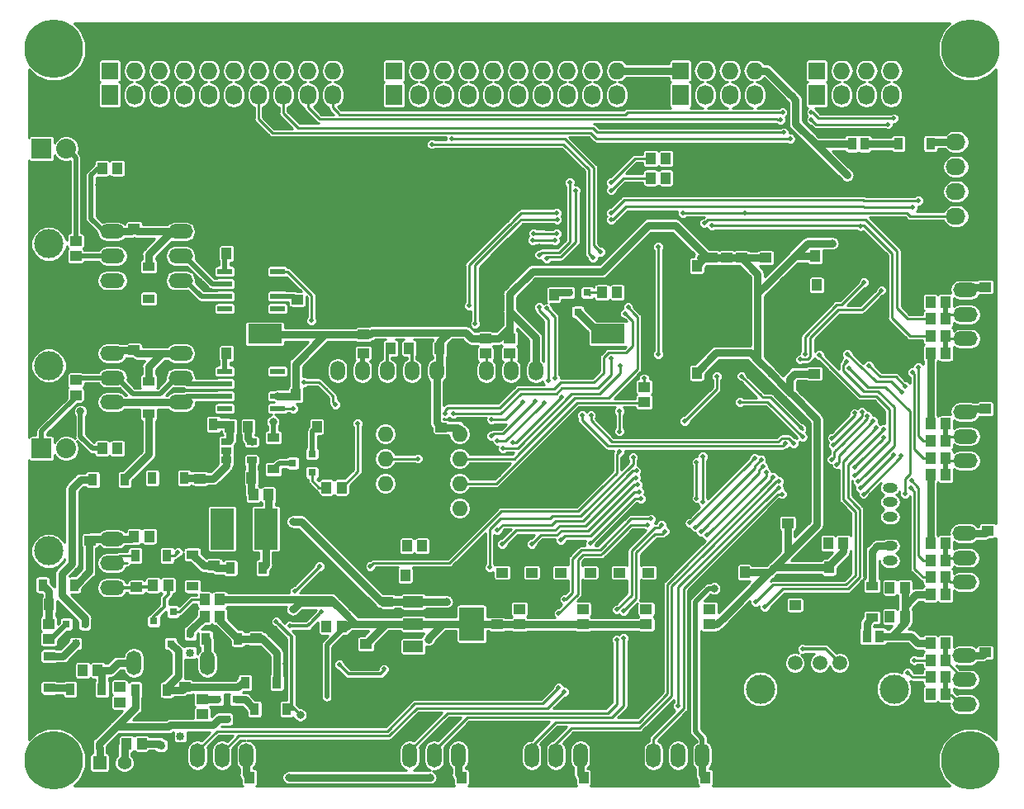
<source format=gbr>
G04 #@! TF.GenerationSoftware,KiCad,Pcbnew,(5.0.2)-1*
G04 #@! TF.CreationDate,2019-03-18T19:52:04+09:00*
G04 #@! TF.ProjectId,stm32f4_Centaurus,73746d33-3266-4345-9f43-656e74617572,rev?*
G04 #@! TF.SameCoordinates,Original*
G04 #@! TF.FileFunction,Copper,L2,Bot*
G04 #@! TF.FilePolarity,Positive*
%FSLAX46Y46*%
G04 Gerber Fmt 4.6, Leading zero omitted, Abs format (unit mm)*
G04 Created by KiCad (PCBNEW (5.0.2)-1) date 2019/03/18 19:52:04*
%MOMM*%
%LPD*%
G01*
G04 APERTURE LIST*
G04 #@! TA.AperFunction,ComponentPad*
%ADD10O,1.500000X2.000000*%
G04 #@! TD*
G04 #@! TA.AperFunction,ComponentPad*
%ADD11R,3.500000X2.000000*%
G04 #@! TD*
G04 #@! TA.AperFunction,SMDPad,CuDef*
%ADD12R,0.910000X1.220000*%
G04 #@! TD*
G04 #@! TA.AperFunction,ComponentPad*
%ADD13C,1.501140*%
G04 #@! TD*
G04 #@! TA.AperFunction,ComponentPad*
%ADD14C,2.999740*%
G04 #@! TD*
G04 #@! TA.AperFunction,SMDPad,CuDef*
%ADD15R,1.220000X0.910000*%
G04 #@! TD*
G04 #@! TA.AperFunction,SMDPad,CuDef*
%ADD16R,1.000760X0.690880*%
G04 #@! TD*
G04 #@! TA.AperFunction,ComponentPad*
%ADD17R,1.397000X1.397000*%
G04 #@! TD*
G04 #@! TA.AperFunction,ComponentPad*
%ADD18C,1.397000*%
G04 #@! TD*
G04 #@! TA.AperFunction,ComponentPad*
%ADD19O,1.500000X2.500000*%
G04 #@! TD*
G04 #@! TA.AperFunction,ComponentPad*
%ADD20R,2.032000X2.032000*%
G04 #@! TD*
G04 #@! TA.AperFunction,ComponentPad*
%ADD21O,2.032000X2.032000*%
G04 #@! TD*
G04 #@! TA.AperFunction,SMDPad,CuDef*
%ADD22R,2.400000X4.200000*%
G04 #@! TD*
G04 #@! TA.AperFunction,ComponentPad*
%ADD23O,2.032000X1.727200*%
G04 #@! TD*
G04 #@! TA.AperFunction,ComponentPad*
%ADD24R,2.032000X1.727200*%
G04 #@! TD*
G04 #@! TA.AperFunction,ComponentPad*
%ADD25R,1.727200X2.032000*%
G04 #@! TD*
G04 #@! TA.AperFunction,ComponentPad*
%ADD26O,1.727200X2.032000*%
G04 #@! TD*
G04 #@! TA.AperFunction,ComponentPad*
%ADD27O,1.727200X1.727200*%
G04 #@! TD*
G04 #@! TA.AperFunction,ComponentPad*
%ADD28R,1.727200X1.727200*%
G04 #@! TD*
G04 #@! TA.AperFunction,ComponentPad*
%ADD29O,2.500000X1.500000*%
G04 #@! TD*
G04 #@! TA.AperFunction,ComponentPad*
%ADD30C,3.000000*%
G04 #@! TD*
G04 #@! TA.AperFunction,ComponentPad*
%ADD31O,1.524000X1.000000*%
G04 #@! TD*
G04 #@! TA.AperFunction,SMDPad,CuDef*
%ADD32R,2.000000X1.200000*%
G04 #@! TD*
G04 #@! TA.AperFunction,SMDPad,CuDef*
%ADD33R,2.500000X3.500000*%
G04 #@! TD*
G04 #@! TA.AperFunction,SMDPad,CuDef*
%ADD34R,1.550000X0.600000*%
G04 #@! TD*
G04 #@! TA.AperFunction,SMDPad,CuDef*
%ADD35R,1.200000X1.000000*%
G04 #@! TD*
G04 #@! TA.AperFunction,SMDPad,CuDef*
%ADD36R,1.000000X1.200000*%
G04 #@! TD*
G04 #@! TA.AperFunction,SMDPad,CuDef*
%ADD37R,0.965200X1.270000*%
G04 #@! TD*
G04 #@! TA.AperFunction,SMDPad,CuDef*
%ADD38R,0.800100X0.800100*%
G04 #@! TD*
G04 #@! TA.AperFunction,ComponentPad*
%ADD39O,1.600000X1.600000*%
G04 #@! TD*
G04 #@! TA.AperFunction,ViaPad*
%ADD40C,6.000000*%
G04 #@! TD*
G04 #@! TA.AperFunction,ViaPad*
%ADD41C,0.500000*%
G04 #@! TD*
G04 #@! TA.AperFunction,ViaPad*
%ADD42C,0.400000*%
G04 #@! TD*
G04 #@! TA.AperFunction,ViaPad*
%ADD43C,0.800000*%
G04 #@! TD*
G04 #@! TA.AperFunction,Conductor*
%ADD44C,0.800000*%
G04 #@! TD*
G04 #@! TA.AperFunction,Conductor*
%ADD45C,0.500000*%
G04 #@! TD*
G04 #@! TA.AperFunction,Conductor*
%ADD46C,0.250000*%
G04 #@! TD*
G04 #@! TA.AperFunction,Conductor*
%ADD47C,0.350000*%
G04 #@! TD*
G04 #@! TA.AperFunction,Conductor*
%ADD48C,0.254000*%
G04 #@! TD*
G04 APERTURE END LIST*
D10*
G04 #@! TO.P,U7,1*
G04 #@! TO.N,Net-(U7-Pad1)*
X85090000Y-95035000D03*
G04 #@! TO.P,U7,2*
G04 #@! TO.N,Net-(C29-Pad1)*
X87630000Y-95035000D03*
G04 #@! TO.P,U7,3*
G04 #@! TO.N,Net-(C30-Pad1)*
X90170000Y-95035000D03*
G04 #@! TO.P,U7,4*
G04 #@! TO.N,Net-(C30-Pad2)*
X92710000Y-95035000D03*
G04 #@! TO.P,U7,5*
G04 #@! TO.N,+3.3V*
X95250000Y-95035000D03*
G04 #@! TO.P,U7,6*
G04 #@! TO.N,GND*
X97790000Y-95035000D03*
G04 #@! TO.P,U7,7*
G04 #@! TO.N,/I2C1_SDA*
X100330000Y-95035000D03*
G04 #@! TO.P,U7,8*
G04 #@! TO.N,/I2C1_SCL*
X102870000Y-95035000D03*
G04 #@! TO.P,U7,9*
G04 #@! TO.N,+3.3V*
X105410000Y-95035000D03*
D11*
G04 #@! TO.P,U7,10*
X77650000Y-91235000D03*
G04 #@! TO.P,U7,11*
G04 #@! TO.N,Net-(Q5-Pad3)*
X112850000Y-91235000D03*
G04 #@! TD*
D12*
G04 #@! TO.P,D9,1*
G04 #@! TO.N,Net-(D11-Pad2)*
X78885000Y-127000000D03*
G04 #@! TO.P,D9,2*
G04 #@! TO.N,Net-(D27-Pad1)*
X75615000Y-127000000D03*
G04 #@! TD*
D13*
G04 #@! TO.P,P2,4*
G04 #@! TO.N,GND*
X139112860Y-124995760D03*
G04 #@! TO.P,P2,3*
G04 #@! TO.N,/D+*
X136572860Y-124995760D03*
G04 #@! TO.P,P2,2*
G04 #@! TO.N,/D-*
X134540860Y-124995760D03*
G04 #@! TO.P,P2,1*
G04 #@! TO.N,+5V*
X132000860Y-124995760D03*
D14*
G04 #@! TO.P,P2,5*
G04 #@! TO.N,Net-(P2-Pad5)*
X142160860Y-127662760D03*
X128444860Y-127662760D03*
G04 #@! TD*
D15*
G04 #@! TO.P,D20,1*
G04 #@! TO.N,Net-(D20-Pad1)*
X78500000Y-105135000D03*
G04 #@! TO.P,D20,2*
G04 #@! TO.N,+3.3V*
X78500000Y-101865000D03*
G04 #@! TD*
D16*
G04 #@! TO.P,U4,1*
G04 #@! TO.N,Net-(C18-Pad2)*
X76300480Y-102300040D03*
G04 #@! TO.P,U4,2*
G04 #@! TO.N,GND*
X76300480Y-103250000D03*
G04 #@! TO.P,U4,3*
G04 #@! TO.N,/FB*
X76300480Y-104199960D03*
G04 #@! TO.P,U4,4*
G04 #@! TO.N,Net-(C19-Pad1)*
X73699520Y-104199960D03*
G04 #@! TO.P,U4,5*
X73699520Y-103250000D03*
G04 #@! TO.P,U4,6*
G04 #@! TO.N,Net-(C18-Pad1)*
X73699520Y-102300040D03*
G04 #@! TD*
D12*
G04 #@! TO.P,D29,1*
G04 #@! TO.N,+12V*
X66115000Y-106000000D03*
G04 #@! TO.P,D29,2*
G04 #@! TO.N,Net-(C19-Pad1)*
X69385000Y-106000000D03*
G04 #@! TD*
D17*
G04 #@! TO.P,SW1,1*
G04 #@! TO.N,Net-(D27-Pad2)*
X60710000Y-135250000D03*
D18*
G04 #@! TO.P,SW1,2*
G04 #@! TO.N,Net-(R32-Pad2)*
X63250000Y-135250000D03*
G04 #@! TO.P,SW1,3*
G04 #@! TO.N,GND*
X65790000Y-135250000D03*
G04 #@! TD*
D12*
G04 #@! TO.P,D32,1*
G04 #@! TO.N,XA4_12V*
X58135000Y-117000000D03*
G04 #@! TO.P,D32,2*
G04 #@! TO.N,/XA_12V*
X54865000Y-117000000D03*
G04 #@! TD*
D15*
G04 #@! TO.P,D38,2*
G04 #@! TO.N,/CAN_BUS_12V*
X65750000Y-87635000D03*
G04 #@! TO.P,D38,1*
G04 #@! TO.N,CAN0_BUS_Vdd*
X65750000Y-84365000D03*
G04 #@! TD*
G04 #@! TO.P,D39,1*
G04 #@! TO.N,CAN1_BUS_Vdd*
X65750000Y-96115000D03*
G04 #@! TO.P,D39,2*
G04 #@! TO.N,/CAN_BUS_12V*
X65750000Y-99385000D03*
G04 #@! TD*
D12*
G04 #@! TO.P,D40,1*
G04 #@! TO.N,Net-(D40-Pad1)*
X145885000Y-71750000D03*
G04 #@! TO.P,D40,2*
G04 #@! TO.N,Net-(D40-Pad2)*
X142615000Y-71750000D03*
G04 #@! TD*
D15*
G04 #@! TO.P,D6,1*
G04 #@! TO.N,/XA_12V*
X55540000Y-127555000D03*
G04 #@! TO.P,D6,2*
G04 #@! TO.N,+12V*
X55540000Y-124285000D03*
G04 #@! TD*
D12*
G04 #@! TO.P,D7,2*
G04 #@! TO.N,Net-(D7-Pad2)*
X60015000Y-106220000D03*
G04 #@! TO.P,D7,1*
G04 #@! TO.N,/CAN_BUS_12V*
X63285000Y-106220000D03*
G04 #@! TD*
G04 #@! TO.P,D8,1*
G04 #@! TO.N,XA2_12V*
X60955000Y-127680000D03*
G04 #@! TO.P,D8,2*
G04 #@! TO.N,/XA_12V*
X57685000Y-127680000D03*
G04 #@! TD*
D15*
G04 #@! TO.P,D10,2*
G04 #@! TO.N,Net-(D10-Pad2)*
X70250000Y-117135000D03*
G04 #@! TO.P,D10,1*
G04 #@! TO.N,/12V_TO_5V*
X70250000Y-113865000D03*
G04 #@! TD*
D12*
G04 #@! TO.P,D11,2*
G04 #@! TO.N,Net-(D11-Pad2)*
X74885000Y-122500000D03*
G04 #@! TO.P,D11,1*
G04 #@! TO.N,XA2_5V*
X71615000Y-122500000D03*
G04 #@! TD*
D19*
G04 #@! TO.P,P10,1*
G04 #@! TO.N,GND*
X66750000Y-125000000D03*
G04 #@! TO.P,P10,2*
G04 #@! TO.N,XA2_12V*
X64250000Y-125000000D03*
G04 #@! TD*
G04 #@! TO.P,P17,2*
G04 #@! TO.N,XA2_5V*
X71750000Y-125000000D03*
G04 #@! TO.P,P17,1*
G04 #@! TO.N,GND*
X74250000Y-125000000D03*
G04 #@! TD*
D12*
G04 #@! TO.P,D27,1*
G04 #@! TO.N,Net-(D27-Pad1)*
X67635000Y-127750000D03*
G04 #@! TO.P,D27,2*
G04 #@! TO.N,Net-(D27-Pad2)*
X64365000Y-127750000D03*
G04 #@! TD*
D15*
G04 #@! TO.P,D28,1*
G04 #@! TO.N,Net-(D28-Pad1)*
X139920000Y-117075000D03*
G04 #@! TO.P,D28,2*
G04 #@! TO.N,Net-(D28-Pad2)*
X139920000Y-120345000D03*
G04 #@! TD*
D20*
G04 #@! TO.P,JP1,1*
G04 #@! TO.N,/CAN0_L*
X54750000Y-72250000D03*
D21*
G04 #@! TO.P,JP1,2*
G04 #@! TO.N,Net-(JP1-Pad2)*
X57290000Y-72250000D03*
G04 #@! TD*
G04 #@! TO.P,JP2,2*
G04 #@! TO.N,/CAN1_L*
X57290000Y-103000000D03*
D20*
G04 #@! TO.P,JP2,1*
G04 #@! TO.N,Net-(JP2-Pad1)*
X54750000Y-103000000D03*
G04 #@! TD*
D22*
G04 #@! TO.P,L1,2*
G04 #@! TO.N,Net-(D15-Pad1)*
X77750000Y-111250000D03*
G04 #@! TO.P,L1,1*
G04 #@! TO.N,Net-(C18-Pad1)*
X73250000Y-111250000D03*
G04 #@! TD*
D23*
G04 #@! TO.P,P18,5*
G04 #@! TO.N,/NRST*
X148500000Y-79160000D03*
G04 #@! TO.P,P18,4*
G04 #@! TO.N,/SWDIO*
X148500000Y-76620000D03*
G04 #@! TO.P,P18,3*
G04 #@! TO.N,/SWCLK*
X148500000Y-74080000D03*
G04 #@! TO.P,P18,2*
G04 #@! TO.N,Net-(D40-Pad1)*
X148500000Y-71540000D03*
D24*
G04 #@! TO.P,P18,1*
G04 #@! TO.N,GND*
X148500000Y-69000000D03*
G04 #@! TD*
D25*
G04 #@! TO.P,P23,1*
G04 #@! TO.N,/ADC12_IN9*
X90890000Y-66750000D03*
D26*
G04 #@! TO.P,P23,2*
G04 #@! TO.N,/ADC12_IN15*
X93430000Y-66750000D03*
G04 #@! TO.P,P23,3*
G04 #@! TO.N,/ADC12_IN14*
X95970000Y-66750000D03*
G04 #@! TO.P,P23,4*
G04 #@! TO.N,/ADC12_IN6*
X98510000Y-66750000D03*
G04 #@! TO.P,P23,5*
G04 #@! TO.N,/ADC12_IN5*
X101050000Y-66750000D03*
G04 #@! TO.P,P23,6*
G04 #@! TO.N,/ADC12_IN4*
X103590000Y-66750000D03*
G04 #@! TO.P,P23,7*
G04 #@! TO.N,/ADC12_IN3*
X106130000Y-66750000D03*
G04 #@! TO.P,P23,8*
G04 #@! TO.N,/ADC12_IN2*
X108670000Y-66750000D03*
G04 #@! TO.P,P23,9*
G04 #@! TO.N,/ADC12_IN11*
X111210000Y-66750000D03*
G04 #@! TO.P,P23,10*
G04 #@! TO.N,/ADC12_IN10*
X113750000Y-66750000D03*
G04 #@! TD*
G04 #@! TO.P,P24,10*
G04 #@! TO.N,/TIM10_CH1*
X84610000Y-66750000D03*
G04 #@! TO.P,P24,9*
G04 #@! TO.N,/TIM11_CH1*
X82070000Y-66750000D03*
G04 #@! TO.P,P24,8*
G04 #@! TO.N,/TIM9_CH1*
X79530000Y-66750000D03*
G04 #@! TO.P,P24,7*
G04 #@! TO.N,/TIM9_CH2*
X76990000Y-66750000D03*
G04 #@! TO.P,P24,6*
G04 #@! TO.N,/TIM8_CH1*
X74450000Y-66750000D03*
G04 #@! TO.P,P24,5*
G04 #@! TO.N,/TIM8_CH2*
X71910000Y-66750000D03*
G04 #@! TO.P,P24,4*
G04 #@! TO.N,/TIM1_CH1*
X69370000Y-66750000D03*
G04 #@! TO.P,P24,3*
G04 #@! TO.N,/TIM1_CH2*
X66830000Y-66750000D03*
G04 #@! TO.P,P24,2*
G04 #@! TO.N,/TIM1_CH3*
X64290000Y-66750000D03*
D25*
G04 #@! TO.P,P24,1*
G04 #@! TO.N,/TIM1_CH4*
X61750000Y-66750000D03*
G04 #@! TD*
D27*
G04 #@! TO.P,P25,20*
G04 #@! TO.N,GND*
X113750000Y-61710000D03*
G04 #@! TO.P,P25,19*
G04 #@! TO.N,+3.3V*
X113750000Y-64250000D03*
G04 #@! TO.P,P25,18*
G04 #@! TO.N,GND*
X111210000Y-61710000D03*
G04 #@! TO.P,P25,17*
G04 #@! TO.N,+3.3V*
X111210000Y-64250000D03*
G04 #@! TO.P,P25,16*
G04 #@! TO.N,GND*
X108670000Y-61710000D03*
G04 #@! TO.P,P25,15*
G04 #@! TO.N,+3.3V*
X108670000Y-64250000D03*
G04 #@! TO.P,P25,14*
G04 #@! TO.N,GND*
X106130000Y-61710000D03*
G04 #@! TO.P,P25,13*
G04 #@! TO.N,+3.3V*
X106130000Y-64250000D03*
G04 #@! TO.P,P25,12*
G04 #@! TO.N,GND*
X103590000Y-61710000D03*
G04 #@! TO.P,P25,11*
G04 #@! TO.N,+3.3V*
X103590000Y-64250000D03*
G04 #@! TO.P,P25,10*
G04 #@! TO.N,GND*
X101050000Y-61710000D03*
G04 #@! TO.P,P25,9*
G04 #@! TO.N,+3.3V*
X101050000Y-64250000D03*
G04 #@! TO.P,P25,8*
G04 #@! TO.N,GND*
X98510000Y-61710000D03*
G04 #@! TO.P,P25,7*
G04 #@! TO.N,+3.3V*
X98510000Y-64250000D03*
G04 #@! TO.P,P25,6*
G04 #@! TO.N,GND*
X95970000Y-61710000D03*
G04 #@! TO.P,P25,5*
G04 #@! TO.N,+3.3V*
X95970000Y-64250000D03*
G04 #@! TO.P,P25,4*
G04 #@! TO.N,GND*
X93430000Y-61710000D03*
G04 #@! TO.P,P25,3*
G04 #@! TO.N,+3.3V*
X93430000Y-64250000D03*
G04 #@! TO.P,P25,2*
G04 #@! TO.N,GND*
X90890000Y-61710000D03*
D28*
G04 #@! TO.P,P25,1*
G04 #@! TO.N,+3.3V*
X90890000Y-64250000D03*
G04 #@! TD*
G04 #@! TO.P,P26,1*
G04 #@! TO.N,+5V*
X61750000Y-64250000D03*
D27*
G04 #@! TO.P,P26,2*
G04 #@! TO.N,GND*
X61750000Y-61710000D03*
G04 #@! TO.P,P26,3*
G04 #@! TO.N,+5V*
X64290000Y-64250000D03*
G04 #@! TO.P,P26,4*
G04 #@! TO.N,GND*
X64290000Y-61710000D03*
G04 #@! TO.P,P26,5*
G04 #@! TO.N,+5V*
X66830000Y-64250000D03*
G04 #@! TO.P,P26,6*
G04 #@! TO.N,GND*
X66830000Y-61710000D03*
G04 #@! TO.P,P26,7*
G04 #@! TO.N,+5V*
X69370000Y-64250000D03*
G04 #@! TO.P,P26,8*
G04 #@! TO.N,GND*
X69370000Y-61710000D03*
G04 #@! TO.P,P26,9*
G04 #@! TO.N,+5V*
X71910000Y-64250000D03*
G04 #@! TO.P,P26,10*
G04 #@! TO.N,GND*
X71910000Y-61710000D03*
G04 #@! TO.P,P26,11*
G04 #@! TO.N,+5V*
X74450000Y-64250000D03*
G04 #@! TO.P,P26,12*
G04 #@! TO.N,GND*
X74450000Y-61710000D03*
G04 #@! TO.P,P26,13*
G04 #@! TO.N,+5V*
X76990000Y-64250000D03*
G04 #@! TO.P,P26,14*
G04 #@! TO.N,GND*
X76990000Y-61710000D03*
G04 #@! TO.P,P26,15*
G04 #@! TO.N,+5V*
X79530000Y-64250000D03*
G04 #@! TO.P,P26,16*
G04 #@! TO.N,GND*
X79530000Y-61710000D03*
G04 #@! TO.P,P26,17*
G04 #@! TO.N,+5V*
X82070000Y-64250000D03*
G04 #@! TO.P,P26,18*
G04 #@! TO.N,GND*
X82070000Y-61710000D03*
G04 #@! TO.P,P26,19*
G04 #@! TO.N,+5V*
X84610000Y-64250000D03*
G04 #@! TO.P,P26,20*
G04 #@! TO.N,GND*
X84610000Y-61710000D03*
G04 #@! TD*
D29*
G04 #@! TO.P,P3,4*
G04 #@! TO.N,Net-(P3-Pad4)*
X149420000Y-129210000D03*
G04 #@! TO.P,P3,3*
G04 #@! TO.N,Net-(P3-Pad3)*
X149420000Y-126710000D03*
G04 #@! TO.P,P3,2*
G04 #@! TO.N,+5V*
X149420000Y-124210000D03*
G04 #@! TO.P,P3,1*
G04 #@! TO.N,GND*
X149420000Y-121710000D03*
G04 #@! TD*
G04 #@! TO.P,P4,1*
G04 #@! TO.N,GND*
X149500000Y-96750000D03*
G04 #@! TO.P,P4,2*
G04 #@! TO.N,+5V*
X149500000Y-99250000D03*
G04 #@! TO.P,P4,3*
G04 #@! TO.N,Net-(P4-Pad3)*
X149500000Y-101750000D03*
G04 #@! TO.P,P4,4*
G04 #@! TO.N,Net-(P4-Pad4)*
X149500000Y-104250000D03*
G04 #@! TD*
G04 #@! TO.P,P6,4*
G04 #@! TO.N,Net-(P6-Pad4)*
X149500000Y-91750000D03*
G04 #@! TO.P,P6,3*
G04 #@! TO.N,Net-(P6-Pad3)*
X149500000Y-89250000D03*
G04 #@! TO.P,P6,2*
G04 #@! TO.N,+5V*
X149500000Y-86750000D03*
G04 #@! TO.P,P6,1*
G04 #@! TO.N,GND*
X149500000Y-84250000D03*
G04 #@! TD*
G04 #@! TO.P,P7,1*
G04 #@! TO.N,GND*
X149420000Y-109210000D03*
G04 #@! TO.P,P7,2*
G04 #@! TO.N,+5V*
X149420000Y-111710000D03*
G04 #@! TO.P,P7,3*
G04 #@! TO.N,Net-(P7-Pad3)*
X149420000Y-114210000D03*
G04 #@! TO.P,P7,4*
G04 #@! TO.N,Net-(P7-Pad4)*
X149420000Y-116710000D03*
G04 #@! TD*
D19*
G04 #@! TO.P,P8,4*
G04 #@! TO.N,/UART5_RX*
X117500000Y-134500000D03*
G04 #@! TO.P,P8,3*
G04 #@! TO.N,/UART5_TX*
X120000000Y-134500000D03*
G04 #@! TO.P,P8,2*
G04 #@! TO.N,+5V*
X122500000Y-134500000D03*
G04 #@! TO.P,P8,1*
G04 #@! TO.N,GND*
X125000000Y-134500000D03*
G04 #@! TD*
G04 #@! TO.P,P9,1*
G04 #@! TO.N,GND*
X112500000Y-134500000D03*
G04 #@! TO.P,P9,2*
G04 #@! TO.N,+5V*
X110000000Y-134500000D03*
G04 #@! TO.P,P9,3*
G04 #@! TO.N,/UART4_TX*
X107500000Y-134500000D03*
G04 #@! TO.P,P9,4*
G04 #@! TO.N,/UART4_RX*
X105000000Y-134500000D03*
G04 #@! TD*
D29*
G04 #@! TO.P,P11,1*
G04 #@! TO.N,GND*
X69000000Y-78250000D03*
G04 #@! TO.P,P11,2*
G04 #@! TO.N,CAN0_BUS_Vdd*
X69000000Y-80750000D03*
G04 #@! TO.P,P11,3*
G04 #@! TO.N,/CAN0_H*
X69000000Y-83250000D03*
G04 #@! TO.P,P11,4*
G04 #@! TO.N,/CAN0_L*
X69000000Y-85750000D03*
G04 #@! TD*
G04 #@! TO.P,P12,4*
G04 #@! TO.N,/CAN1_L*
X69000000Y-98250000D03*
G04 #@! TO.P,P12,3*
G04 #@! TO.N,/CAN1_H*
X69000000Y-95750000D03*
G04 #@! TO.P,P12,2*
G04 #@! TO.N,CAN1_BUS_Vdd*
X69000000Y-93250000D03*
G04 #@! TO.P,P12,1*
G04 #@! TO.N,GND*
X69000000Y-90750000D03*
G04 #@! TD*
D30*
G04 #@! TO.P,P13,*
G04 #@! TO.N,*
X55500000Y-82000000D03*
D29*
G04 #@! TO.P,P13,4*
G04 #@! TO.N,/CAN0_L*
X62000000Y-85750000D03*
G04 #@! TO.P,P13,3*
G04 #@! TO.N,/CAN0_H*
X62000000Y-83250000D03*
G04 #@! TO.P,P13,2*
G04 #@! TO.N,CAN0_BUS_Vdd*
X62000000Y-80750000D03*
G04 #@! TO.P,P13,1*
G04 #@! TO.N,GND*
X62000000Y-78250000D03*
G04 #@! TD*
G04 #@! TO.P,P14,1*
G04 #@! TO.N,GND*
X62000000Y-90750000D03*
G04 #@! TO.P,P14,2*
G04 #@! TO.N,CAN1_BUS_Vdd*
X62000000Y-93250000D03*
G04 #@! TO.P,P14,3*
G04 #@! TO.N,/CAN1_H*
X62000000Y-95750000D03*
G04 #@! TO.P,P14,4*
G04 #@! TO.N,/CAN1_L*
X62000000Y-98250000D03*
D30*
G04 #@! TO.P,P14,*
G04 #@! TO.N,*
X55500000Y-94500000D03*
G04 #@! TD*
D19*
G04 #@! TO.P,P15,4*
G04 #@! TO.N,/USART6_RX*
X92500000Y-134500000D03*
G04 #@! TO.P,P15,3*
G04 #@! TO.N,/USART6_TX*
X95000000Y-134500000D03*
G04 #@! TO.P,P15,2*
G04 #@! TO.N,+5V*
X97500000Y-134500000D03*
G04 #@! TO.P,P15,1*
G04 #@! TO.N,GND*
X100000000Y-134500000D03*
G04 #@! TD*
G04 #@! TO.P,P16,1*
G04 #@! TO.N,GND*
X78250000Y-134500000D03*
G04 #@! TO.P,P16,2*
G04 #@! TO.N,+5V*
X75750000Y-134500000D03*
G04 #@! TO.P,P16,3*
G04 #@! TO.N,/USART1_TX*
X73250000Y-134500000D03*
G04 #@! TO.P,P16,4*
G04 #@! TO.N,/USART1_RX*
X70750000Y-134500000D03*
G04 #@! TD*
D29*
G04 #@! TO.P,P27,1*
G04 #@! TO.N,GND*
X62000000Y-109750000D03*
G04 #@! TO.P,P27,2*
G04 #@! TO.N,XA4_12V*
X62000000Y-112250000D03*
G04 #@! TO.P,P27,3*
G04 #@! TO.N,Net-(D26-Pad2)*
X62000000Y-114750000D03*
G04 #@! TO.P,P27,4*
G04 #@! TO.N,Net-(P27-Pad4)*
X62000000Y-117250000D03*
D30*
G04 #@! TO.P,P27,*
G04 #@! TO.N,*
X55500000Y-113500000D03*
G04 #@! TD*
D25*
G04 #@! TO.P,P28,1*
G04 #@! TO.N,/PC15*
X120250000Y-66750000D03*
D26*
G04 #@! TO.P,P28,2*
G04 #@! TO.N,/PC14*
X122790000Y-66750000D03*
G04 #@! TO.P,P28,3*
G04 #@! TO.N,/PC13*
X125330000Y-66750000D03*
G04 #@! TO.P,P28,4*
G04 #@! TO.N,/PE4*
X127870000Y-66750000D03*
G04 #@! TD*
G04 #@! TO.P,P29,4*
G04 #@! TO.N,/PE0*
X141870000Y-66750000D03*
G04 #@! TO.P,P29,3*
G04 #@! TO.N,/PE1*
X139330000Y-66750000D03*
G04 #@! TO.P,P29,2*
G04 #@! TO.N,/PE2*
X136790000Y-66750000D03*
D25*
G04 #@! TO.P,P29,1*
G04 #@! TO.N,/PE3*
X134250000Y-66750000D03*
G04 #@! TD*
D28*
G04 #@! TO.P,P30,1*
G04 #@! TO.N,+3.3V*
X120250000Y-64250000D03*
D27*
G04 #@! TO.P,P30,2*
G04 #@! TO.N,GND*
X120250000Y-61710000D03*
G04 #@! TO.P,P30,3*
G04 #@! TO.N,+3.3V*
X122790000Y-64250000D03*
G04 #@! TO.P,P30,4*
G04 #@! TO.N,GND*
X122790000Y-61710000D03*
G04 #@! TO.P,P30,5*
G04 #@! TO.N,+3.3V*
X125330000Y-64250000D03*
G04 #@! TO.P,P30,6*
G04 #@! TO.N,GND*
X125330000Y-61710000D03*
G04 #@! TO.P,P30,7*
G04 #@! TO.N,+3.3V*
X127870000Y-64250000D03*
G04 #@! TO.P,P30,8*
G04 #@! TO.N,GND*
X127870000Y-61710000D03*
G04 #@! TD*
G04 #@! TO.P,P31,8*
G04 #@! TO.N,GND*
X141870000Y-61710000D03*
G04 #@! TO.P,P31,7*
G04 #@! TO.N,+5V*
X141870000Y-64250000D03*
G04 #@! TO.P,P31,6*
G04 #@! TO.N,GND*
X139330000Y-61710000D03*
G04 #@! TO.P,P31,5*
G04 #@! TO.N,+5V*
X139330000Y-64250000D03*
G04 #@! TO.P,P31,4*
G04 #@! TO.N,GND*
X136790000Y-61710000D03*
G04 #@! TO.P,P31,3*
G04 #@! TO.N,+5V*
X136790000Y-64250000D03*
G04 #@! TO.P,P31,2*
G04 #@! TO.N,GND*
X134250000Y-61710000D03*
D28*
G04 #@! TO.P,P31,1*
G04 #@! TO.N,+5V*
X134250000Y-64250000D03*
G04 #@! TD*
D31*
G04 #@! TO.P,P1,1*
G04 #@! TO.N,/MCLR*
X141750000Y-114500000D03*
G04 #@! TO.P,P1,2*
G04 #@! TO.N,Net-(D28-Pad1)*
X141750000Y-113000000D03*
G04 #@! TO.P,P1,3*
G04 #@! TO.N,GND*
X141750000Y-111500000D03*
G04 #@! TO.P,P1,4*
G04 #@! TO.N,/PGED1*
X141750000Y-110000000D03*
G04 #@! TO.P,P1,5*
G04 #@! TO.N,/PGEC1*
X141750000Y-108500000D03*
G04 #@! TO.P,P1,6*
G04 #@! TO.N,Net-(P1-Pad6)*
X141750000Y-107000000D03*
G04 #@! TD*
D32*
G04 #@! TO.P,U2,2*
G04 #@! TO.N,+3.3V*
X92850000Y-121000000D03*
G04 #@! TO.P,U2,1*
G04 #@! TO.N,Net-(U2-Pad1)*
X92850000Y-123300000D03*
G04 #@! TO.P,U2,3*
G04 #@! TO.N,+5V*
X92850000Y-118700000D03*
D33*
G04 #@! TO.P,U2,2*
G04 #@! TO.N,+3.3V*
X98850000Y-121000000D03*
G04 #@! TD*
D34*
G04 #@! TO.P,U5,8*
G04 #@! TO.N,Net-(R38-Pad2)*
X73550000Y-84845000D03*
G04 #@! TO.P,U5,7*
G04 #@! TO.N,/CAN0_H*
X73550000Y-86115000D03*
G04 #@! TO.P,U5,6*
G04 #@! TO.N,/CAN0_L*
X73550000Y-87385000D03*
G04 #@! TO.P,U5,5*
G04 #@! TO.N,Net-(U5-Pad5)*
X73550000Y-88655000D03*
G04 #@! TO.P,U5,4*
G04 #@! TO.N,/CAN1_RX*
X78950000Y-88655000D03*
G04 #@! TO.P,U5,3*
G04 #@! TO.N,+3.3V*
X78950000Y-87385000D03*
G04 #@! TO.P,U5,2*
G04 #@! TO.N,GND*
X78950000Y-86115000D03*
G04 #@! TO.P,U5,1*
G04 #@! TO.N,/CAN1_TX*
X78950000Y-84845000D03*
G04 #@! TD*
G04 #@! TO.P,U6,1*
G04 #@! TO.N,/CAN2_TX*
X78950000Y-95095000D03*
G04 #@! TO.P,U6,2*
G04 #@! TO.N,GND*
X78950000Y-96365000D03*
G04 #@! TO.P,U6,3*
G04 #@! TO.N,+3.3V*
X78950000Y-97635000D03*
G04 #@! TO.P,U6,4*
G04 #@! TO.N,/CAN2_RX*
X78950000Y-98905000D03*
G04 #@! TO.P,U6,5*
G04 #@! TO.N,Net-(U6-Pad5)*
X73550000Y-98905000D03*
G04 #@! TO.P,U6,6*
G04 #@! TO.N,/CAN1_L*
X73550000Y-97635000D03*
G04 #@! TO.P,U6,7*
G04 #@! TO.N,/CAN1_H*
X73550000Y-96365000D03*
G04 #@! TO.P,U6,8*
G04 #@! TO.N,Net-(R39-Pad2)*
X73550000Y-95095000D03*
G04 #@! TD*
D12*
G04 #@! TO.P,D12,1*
G04 #@! TO.N,/BUS_5V*
X79885000Y-129750000D03*
G04 #@! TO.P,D12,2*
G04 #@! TO.N,Net-(D12-Pad2)*
X76615000Y-129750000D03*
G04 #@! TD*
D35*
G04 #@! TO.P,C1,2*
G04 #@! TO.N,GND*
X132000000Y-120930000D03*
G04 #@! TO.P,C1,1*
G04 #@! TO.N,Net-(C1-Pad1)*
X132000000Y-119050000D03*
G04 #@! TD*
G04 #@! TO.P,C2,1*
G04 #@! TO.N,GND*
X131250000Y-108760000D03*
G04 #@! TO.P,C2,2*
G04 #@! TO.N,+3.3V*
X131250000Y-110640000D03*
G04 #@! TD*
D36*
G04 #@! TO.P,C3,1*
G04 #@! TO.N,GND*
X124970000Y-115710000D03*
G04 #@! TO.P,C3,2*
G04 #@! TO.N,+3.3V*
X126850000Y-115710000D03*
G04 #@! TD*
G04 #@! TO.P,C4,2*
G04 #@! TO.N,+3.3V*
X135490000Y-115210000D03*
G04 #@! TO.P,C4,1*
G04 #@! TO.N,GND*
X137370000Y-115210000D03*
G04 #@! TD*
D35*
G04 #@! TO.P,C5,1*
G04 #@! TO.N,/12V_TO_5V*
X72420000Y-115010000D03*
G04 #@! TO.P,C5,2*
G04 #@! TO.N,GND*
X72420000Y-116890000D03*
G04 #@! TD*
G04 #@! TO.P,C6,1*
G04 #@! TO.N,+5V*
X90250000Y-118700000D03*
G04 #@! TO.P,C6,2*
G04 #@! TO.N,GND*
X90250000Y-116820000D03*
G04 #@! TD*
G04 #@! TO.P,C7,2*
G04 #@! TO.N,GND*
X101500000Y-122930000D03*
G04 #@! TO.P,C7,1*
G04 #@! TO.N,+3.3V*
X101500000Y-121050000D03*
G04 #@! TD*
G04 #@! TO.P,C8,1*
G04 #@! TO.N,GND*
X151750000Y-109550000D03*
G04 #@! TO.P,C8,2*
G04 #@! TO.N,+5V*
X151750000Y-111430000D03*
G04 #@! TD*
G04 #@! TO.P,C9,1*
G04 #@! TO.N,GND*
X151500000Y-97050000D03*
G04 #@! TO.P,C9,2*
G04 #@! TO.N,+5V*
X151500000Y-98930000D03*
G04 #@! TD*
G04 #@! TO.P,C10,2*
G04 #@! TO.N,GND*
X88000000Y-124930000D03*
G04 #@! TO.P,C10,1*
G04 #@! TO.N,+3.3V*
X88000000Y-123050000D03*
G04 #@! TD*
D36*
G04 #@! TO.P,C12,2*
G04 #@! TO.N,GND*
X93930000Y-116000000D03*
G04 #@! TO.P,C12,1*
G04 #@! TO.N,/NRST*
X92050000Y-116000000D03*
G04 #@! TD*
D35*
G04 #@! TO.P,C14,2*
G04 #@! TO.N,+5V*
X151500000Y-86430000D03*
G04 #@! TO.P,C14,1*
G04 #@! TO.N,GND*
X151500000Y-84550000D03*
G04 #@! TD*
G04 #@! TO.P,C15,1*
G04 #@! TO.N,GND*
X151500000Y-122050000D03*
G04 #@! TO.P,C15,2*
G04 #@! TO.N,+5V*
X151500000Y-123930000D03*
G04 #@! TD*
D36*
G04 #@! TO.P,C16,2*
G04 #@! TO.N,+5V*
X122820000Y-136750000D03*
G04 #@! TO.P,C16,1*
G04 #@! TO.N,GND*
X124700000Y-136750000D03*
G04 #@! TD*
G04 #@! TO.P,C17,2*
G04 #@! TO.N,+5V*
X110320000Y-136750000D03*
G04 #@! TO.P,C17,1*
G04 #@! TO.N,GND*
X112200000Y-136750000D03*
G04 #@! TD*
G04 #@! TO.P,C18,2*
G04 #@! TO.N,Net-(C18-Pad2)*
X75930000Y-100750000D03*
G04 #@! TO.P,C18,1*
G04 #@! TO.N,Net-(C18-Pad1)*
X74050000Y-100750000D03*
G04 #@! TD*
D35*
G04 #@! TO.P,C19,2*
G04 #@! TO.N,GND*
X71000000Y-107980000D03*
G04 #@! TO.P,C19,1*
G04 #@! TO.N,Net-(C19-Pad1)*
X71000000Y-106100000D03*
G04 #@! TD*
G04 #@! TO.P,C20,2*
G04 #@! TO.N,+3.3V*
X80995000Y-87725000D03*
G04 #@! TO.P,C20,1*
G04 #@! TO.N,GND*
X80995000Y-89605000D03*
G04 #@! TD*
D36*
G04 #@! TO.P,C21,2*
G04 #@! TO.N,+3.3V*
X80820000Y-97500000D03*
G04 #@! TO.P,C21,1*
G04 #@! TO.N,GND*
X82700000Y-97500000D03*
G04 #@! TD*
D35*
G04 #@! TO.P,C22,1*
G04 #@! TO.N,GND*
X64250000Y-78550000D03*
G04 #@! TO.P,C22,2*
G04 #@! TO.N,CAN0_BUS_Vdd*
X64250000Y-80430000D03*
G04 #@! TD*
G04 #@! TO.P,C23,2*
G04 #@! TO.N,CAN1_BUS_Vdd*
X64250000Y-92930000D03*
G04 #@! TO.P,C23,1*
G04 #@! TO.N,GND*
X64250000Y-91050000D03*
G04 #@! TD*
D36*
G04 #@! TO.P,C24,1*
G04 #@! TO.N,GND*
X99700000Y-136750000D03*
G04 #@! TO.P,C24,2*
G04 #@! TO.N,+5V*
X97820000Y-136750000D03*
G04 #@! TD*
G04 #@! TO.P,C25,1*
G04 #@! TO.N,GND*
X77950000Y-136750000D03*
G04 #@! TO.P,C25,2*
G04 #@! TO.N,+5V*
X76070000Y-136750000D03*
G04 #@! TD*
G04 #@! TO.P,C28,1*
G04 #@! TO.N,GND*
X97450000Y-92750000D03*
G04 #@! TO.P,C28,2*
G04 #@! TO.N,+3.3V*
X95570000Y-92750000D03*
G04 #@! TD*
D35*
G04 #@! TO.P,C29,1*
G04 #@! TO.N,Net-(C29-Pad1)*
X87750000Y-93200000D03*
G04 #@! TO.P,C29,2*
G04 #@! TO.N,+3.3V*
X87750000Y-91320000D03*
G04 #@! TD*
D36*
G04 #@! TO.P,C30,2*
G04 #@! TO.N,Net-(C30-Pad2)*
X92430000Y-92750000D03*
G04 #@! TO.P,C30,1*
G04 #@! TO.N,Net-(C30-Pad1)*
X90550000Y-92750000D03*
G04 #@! TD*
D35*
G04 #@! TO.P,C33,1*
G04 #@! TO.N,GND*
X125000000Y-81550000D03*
G04 #@! TO.P,C33,2*
G04 #@! TO.N,+3.3V*
X125000000Y-83430000D03*
G04 #@! TD*
G04 #@! TO.P,C34,1*
G04 #@! TO.N,GND*
X123500000Y-81550000D03*
G04 #@! TO.P,C34,2*
G04 #@! TO.N,+3.3V*
X123500000Y-83430000D03*
G04 #@! TD*
G04 #@! TO.P,C35,2*
G04 #@! TO.N,+3.3V*
X129000000Y-83430000D03*
G04 #@! TO.P,C35,1*
G04 #@! TO.N,GND*
X129000000Y-81550000D03*
G04 #@! TD*
G04 #@! TO.P,C36,1*
G04 #@! TO.N,GND*
X126500000Y-81550000D03*
G04 #@! TO.P,C36,2*
G04 #@! TO.N,+3.3V*
X126500000Y-83430000D03*
G04 #@! TD*
D36*
G04 #@! TO.P,C37,2*
G04 #@! TO.N,+3.3V*
X121930000Y-84250000D03*
G04 #@! TO.P,C37,1*
G04 #@! TO.N,GND*
X120050000Y-84250000D03*
G04 #@! TD*
G04 #@! TO.P,C38,1*
G04 #@! TO.N,GND*
X120050000Y-95250000D03*
G04 #@! TO.P,C38,2*
G04 #@! TO.N,+3.3V*
X121930000Y-95250000D03*
G04 #@! TD*
D35*
G04 #@! TO.P,C39,2*
G04 #@! TO.N,+3.3V*
X134000000Y-95320000D03*
G04 #@! TO.P,C39,1*
G04 #@! TO.N,GND*
X134000000Y-97200000D03*
G04 #@! TD*
D36*
G04 #@! TO.P,C40,1*
G04 #@! TO.N,GND*
X135950000Y-83250000D03*
G04 #@! TO.P,C40,2*
G04 #@! TO.N,+3.3V*
X134070000Y-83250000D03*
G04 #@! TD*
D35*
G04 #@! TO.P,C41,2*
G04 #@! TO.N,+3.3V*
X95750000Y-100820000D03*
G04 #@! TO.P,C41,1*
G04 #@! TO.N,GND*
X95750000Y-102700000D03*
G04 #@! TD*
G04 #@! TO.P,C42,2*
G04 #@! TO.N,XA4_12V*
X59750000Y-112430000D03*
G04 #@! TO.P,C42,1*
G04 #@! TO.N,GND*
X59750000Y-110550000D03*
G04 #@! TD*
D37*
G04 #@! TO.P,JP3,1*
G04 #@! TO.N,+3.3V*
X137865000Y-71750000D03*
G04 #@! TO.P,JP3,2*
G04 #@! TO.N,Net-(D40-Pad2)*
X139135000Y-71750000D03*
G04 #@! TD*
G04 #@! TO.P,JP4,2*
G04 #@! TO.N,Net-(D28-Pad2)*
X139365000Y-122250000D03*
G04 #@! TO.P,JP4,1*
G04 #@! TO.N,+3.3V*
X140635000Y-122250000D03*
G04 #@! TD*
D38*
G04 #@! TO.P,Q1,3*
G04 #@! TO.N,+12V*
X58250000Y-122998220D03*
G04 #@! TO.P,Q1,2*
G04 #@! TO.N,Net-(D7-Pad2)*
X59200000Y-120999240D03*
G04 #@! TO.P,Q1,1*
G04 #@! TO.N,Net-(Q1-Pad1)*
X57300000Y-120999240D03*
G04 #@! TD*
G04 #@! TO.P,Q2,1*
G04 #@! TO.N,Net-(Q2-Pad1)*
X70000760Y-122050000D03*
G04 #@! TO.P,Q2,2*
G04 #@! TO.N,Net-(D10-Pad2)*
X70000760Y-123950000D03*
G04 #@! TO.P,Q2,3*
G04 #@! TO.N,Net-(D27-Pad1)*
X68001780Y-123000000D03*
G04 #@! TD*
G04 #@! TO.P,Q3,3*
G04 #@! TO.N,Net-(D27-Pad2)*
X73750000Y-130748220D03*
G04 #@! TO.P,Q3,2*
G04 #@! TO.N,Net-(D12-Pad2)*
X74700000Y-128749240D03*
G04 #@! TO.P,Q3,1*
G04 #@! TO.N,Net-(Q3-Pad1)*
X72800000Y-128749240D03*
G04 #@! TD*
G04 #@! TO.P,Q6,1*
G04 #@! TO.N,Net-(Q6-Pad1)*
X66999240Y-133450000D03*
G04 #@! TO.P,Q6,2*
G04 #@! TO.N,Net-(D27-Pad2)*
X66999240Y-131550000D03*
G04 #@! TO.P,Q6,3*
G04 #@! TO.N,+5V*
X68998220Y-132500000D03*
G04 #@! TD*
G04 #@! TO.P,Q7,1*
G04 #@! TO.N,Net-(Q7-Pad1)*
X66249240Y-120700000D03*
G04 #@! TO.P,Q7,2*
G04 #@! TO.N,GND*
X66249240Y-118800000D03*
G04 #@! TO.P,Q7,3*
G04 #@! TO.N,/PB11*
X68248220Y-119750000D03*
G04 #@! TD*
D36*
G04 #@! TO.P,R1,1*
G04 #@! TO.N,/MCLR*
X135390000Y-112710000D03*
G04 #@! TO.P,R1,2*
G04 #@! TO.N,+3.3V*
X136950000Y-112710000D03*
G04 #@! TD*
G04 #@! TO.P,R2,1*
G04 #@! TO.N,+3.3V*
X143280000Y-120250000D03*
G04 #@! TO.P,R2,2*
G04 #@! TO.N,Net-(D1-Pad1)*
X141720000Y-120250000D03*
G04 #@! TD*
G04 #@! TO.P,R3,1*
G04 #@! TO.N,+3.3V*
X143280000Y-117250000D03*
G04 #@! TO.P,R3,2*
G04 #@! TO.N,Net-(D2-Pad1)*
X141720000Y-117250000D03*
G04 #@! TD*
G04 #@! TO.P,R4,1*
G04 #@! TO.N,Net-(P3-Pad3)*
X147450000Y-124710000D03*
G04 #@! TO.P,R4,2*
G04 #@! TO.N,/TIM2_CH2*
X145890000Y-124710000D03*
G04 #@! TD*
G04 #@! TO.P,R5,1*
G04 #@! TO.N,Net-(P3-Pad4)*
X147450000Y-126460000D03*
G04 #@! TO.P,R5,2*
G04 #@! TO.N,/TIM2_CH1*
X145890000Y-126460000D03*
G04 #@! TD*
G04 #@! TO.P,R6,2*
G04 #@! TO.N,/TIM3_CH2*
X145890000Y-102210000D03*
G04 #@! TO.P,R6,1*
G04 #@! TO.N,Net-(P4-Pad3)*
X147450000Y-102210000D03*
G04 #@! TD*
G04 #@! TO.P,R7,1*
G04 #@! TO.N,Net-(P4-Pad4)*
X147450000Y-103960000D03*
G04 #@! TO.P,R7,2*
G04 #@! TO.N,/TIM3_CH1*
X145890000Y-103960000D03*
G04 #@! TD*
G04 #@! TO.P,R8,2*
G04 #@! TO.N,+3.3V*
X145890000Y-128210000D03*
G04 #@! TO.P,R8,1*
G04 #@! TO.N,Net-(P3-Pad4)*
X147450000Y-128210000D03*
G04 #@! TD*
G04 #@! TO.P,R9,1*
G04 #@! TO.N,Net-(P4-Pad4)*
X147450000Y-105710000D03*
G04 #@! TO.P,R9,2*
G04 #@! TO.N,+3.3V*
X145890000Y-105710000D03*
G04 #@! TD*
G04 #@! TO.P,R10,2*
G04 #@! TO.N,+3.3V*
X145890000Y-122960000D03*
G04 #@! TO.P,R10,1*
G04 #@! TO.N,Net-(P3-Pad3)*
X147450000Y-122960000D03*
G04 #@! TD*
G04 #@! TO.P,R11,2*
G04 #@! TO.N,+3.3V*
X145890000Y-100460000D03*
G04 #@! TO.P,R11,1*
G04 #@! TO.N,Net-(P4-Pad3)*
X147450000Y-100460000D03*
G04 #@! TD*
G04 #@! TO.P,R12,1*
G04 #@! TO.N,Net-(R12-Pad1)*
X83970000Y-121250000D03*
G04 #@! TO.P,R12,2*
G04 #@! TO.N,+3.3V*
X85530000Y-121250000D03*
G04 #@! TD*
G04 #@! TO.P,R13,1*
G04 #@! TO.N,Net-(P6-Pad3)*
X147450000Y-89710000D03*
G04 #@! TO.P,R13,2*
G04 #@! TO.N,/TIM5_CH2*
X145890000Y-89710000D03*
G04 #@! TD*
G04 #@! TO.P,R14,1*
G04 #@! TO.N,Net-(P6-Pad4)*
X147450000Y-91460000D03*
G04 #@! TO.P,R14,2*
G04 #@! TO.N,/TIM5_CH1*
X145890000Y-91460000D03*
G04 #@! TD*
G04 #@! TO.P,R15,1*
G04 #@! TO.N,Net-(P7-Pad3)*
X147450000Y-114460000D03*
G04 #@! TO.P,R15,2*
G04 #@! TO.N,/TIM4_CH2*
X145890000Y-114460000D03*
G04 #@! TD*
G04 #@! TO.P,R16,2*
G04 #@! TO.N,/TIM4_CH1*
X145890000Y-116210000D03*
G04 #@! TO.P,R16,1*
G04 #@! TO.N,Net-(P7-Pad4)*
X147450000Y-116210000D03*
G04 #@! TD*
G04 #@! TO.P,R17,2*
G04 #@! TO.N,Net-(LED1-Pad3)*
X92220000Y-113000000D03*
G04 #@! TO.P,R17,1*
G04 #@! TO.N,/PE12*
X93780000Y-113000000D03*
G04 #@! TD*
G04 #@! TO.P,R18,2*
G04 #@! TO.N,+3.3V*
X145890000Y-93210000D03*
G04 #@! TO.P,R18,1*
G04 #@! TO.N,Net-(P6-Pad4)*
X147450000Y-93210000D03*
G04 #@! TD*
G04 #@! TO.P,R19,2*
G04 #@! TO.N,+3.3V*
X145890000Y-117960000D03*
G04 #@! TO.P,R19,1*
G04 #@! TO.N,Net-(P7-Pad4)*
X147450000Y-117960000D03*
G04 #@! TD*
G04 #@! TO.P,R20,2*
G04 #@! TO.N,+3.3V*
X145890000Y-87960000D03*
G04 #@! TO.P,R20,1*
G04 #@! TO.N,Net-(P6-Pad3)*
X147450000Y-87960000D03*
G04 #@! TD*
G04 #@! TO.P,R21,1*
G04 #@! TO.N,Net-(P7-Pad3)*
X147450000Y-112710000D03*
G04 #@! TO.P,R21,2*
G04 #@! TO.N,+3.3V*
X145890000Y-112710000D03*
G04 #@! TD*
G04 #@! TO.P,R25,2*
G04 #@! TO.N,GND*
X135780000Y-86250000D03*
G04 #@! TO.P,R25,1*
G04 #@! TO.N,Net-(R25-Pad1)*
X134220000Y-86250000D03*
G04 #@! TD*
G04 #@! TO.P,R26,2*
G04 #@! TO.N,GND*
X53970000Y-119000000D03*
G04 #@! TO.P,R26,1*
G04 #@! TO.N,/XA_12V*
X55530000Y-119000000D03*
G04 #@! TD*
D35*
G04 #@! TO.P,R27,1*
G04 #@! TO.N,Net-(Q1-Pad1)*
X55500000Y-122530000D03*
G04 #@! TO.P,R27,2*
G04 #@! TO.N,/XA_12V*
X55500000Y-120970000D03*
G04 #@! TD*
G04 #@! TO.P,R28,1*
G04 #@! TO.N,Net-(D11-Pad2)*
X76750000Y-122470000D03*
G04 #@! TO.P,R28,2*
G04 #@! TO.N,GND*
X76750000Y-124030000D03*
G04 #@! TD*
D36*
G04 #@! TO.P,R29,2*
G04 #@! TO.N,Net-(D11-Pad2)*
X73030000Y-120250000D03*
G04 #@! TO.P,R29,1*
G04 #@! TO.N,Net-(Q2-Pad1)*
X71470000Y-120250000D03*
G04 #@! TD*
D35*
G04 #@! TO.P,R30,2*
G04 #@! TO.N,GND*
X69500000Y-129030000D03*
G04 #@! TO.P,R30,1*
G04 #@! TO.N,Net-(D27-Pad1)*
X69500000Y-127470000D03*
G04 #@! TD*
G04 #@! TO.P,R31,1*
G04 #@! TO.N,Net-(Q3-Pad1)*
X71250000Y-128720000D03*
G04 #@! TO.P,R31,2*
G04 #@! TO.N,Net-(D27-Pad1)*
X71250000Y-130280000D03*
G04 #@! TD*
D36*
G04 #@! TO.P,R32,2*
G04 #@! TO.N,Net-(R32-Pad2)*
X63470000Y-133250000D03*
G04 #@! TO.P,R32,1*
G04 #@! TO.N,Net-(Q6-Pad1)*
X65030000Y-133250000D03*
G04 #@! TD*
G04 #@! TO.P,R33,2*
G04 #@! TO.N,XA2_12V*
X60530000Y-125750000D03*
G04 #@! TO.P,R33,1*
G04 #@! TO.N,Net-(D13-Pad1)*
X58970000Y-125750000D03*
G04 #@! TD*
D35*
G04 #@! TO.P,R34,1*
G04 #@! TO.N,Net-(D16-Pad1)*
X62750000Y-129030000D03*
G04 #@! TO.P,R34,2*
G04 #@! TO.N,XA2_5V*
X62750000Y-127470000D03*
G04 #@! TD*
D36*
G04 #@! TO.P,R35,1*
G04 #@! TO.N,Net-(D15-Pad1)*
X78030000Y-107750000D03*
G04 #@! TO.P,R35,2*
G04 #@! TO.N,/FB*
X76470000Y-107750000D03*
G04 #@! TD*
G04 #@! TO.P,R36,2*
G04 #@! TO.N,GND*
X74720000Y-106000000D03*
G04 #@! TO.P,R36,1*
G04 #@! TO.N,/FB*
X76280000Y-106000000D03*
G04 #@! TD*
G04 #@! TO.P,R38,1*
G04 #@! TO.N,GND*
X75280000Y-83000000D03*
G04 #@! TO.P,R38,2*
G04 #@! TO.N,Net-(R38-Pad2)*
X73720000Y-83000000D03*
G04 #@! TD*
G04 #@! TO.P,R39,1*
G04 #@! TO.N,GND*
X75280000Y-93250000D03*
G04 #@! TO.P,R39,2*
G04 #@! TO.N,Net-(R39-Pad2)*
X73720000Y-93250000D03*
G04 #@! TD*
D35*
G04 #@! TO.P,R40,2*
G04 #@! TO.N,Net-(JP1-Pad2)*
X58250000Y-81720000D03*
G04 #@! TO.P,R40,1*
G04 #@! TO.N,/CAN0_H*
X58250000Y-83280000D03*
G04 #@! TD*
G04 #@! TO.P,R41,1*
G04 #@! TO.N,Net-(JP2-Pad1)*
X58250000Y-97530000D03*
G04 #@! TO.P,R41,2*
G04 #@! TO.N,/CAN1_H*
X58250000Y-95970000D03*
G04 #@! TD*
D36*
G04 #@! TO.P,R42,2*
G04 #@! TO.N,/PB2*
X113780000Y-87000000D03*
G04 #@! TO.P,R42,1*
G04 #@! TO.N,Net-(Q5-Pad1)*
X112220000Y-87000000D03*
G04 #@! TD*
G04 #@! TO.P,R43,2*
G04 #@! TO.N,GND*
X105720000Y-87250000D03*
G04 #@! TO.P,R43,1*
G04 #@! TO.N,Net-(Q5-Pad2)*
X107280000Y-87250000D03*
G04 #@! TD*
D35*
G04 #@! TO.P,R45,1*
G04 #@! TO.N,+3.3V*
X110250000Y-121030000D03*
G04 #@! TO.P,R45,2*
G04 #@! TO.N,/PD3*
X110250000Y-119470000D03*
G04 #@! TD*
G04 #@! TO.P,R49,2*
G04 #@! TO.N,GND*
X102000000Y-117280000D03*
G04 #@! TO.P,R49,1*
G04 #@! TO.N,Net-(D19-Pad2)*
X102000000Y-115720000D03*
G04 #@! TD*
G04 #@! TO.P,R50,1*
G04 #@! TO.N,+3.3V*
X100250000Y-91720000D03*
G04 #@! TO.P,R50,2*
G04 #@! TO.N,/I2C1_SDA*
X100250000Y-93280000D03*
G04 #@! TD*
D36*
G04 #@! TO.P,R51,2*
G04 #@! TO.N,/TIM12_CH1*
X85530000Y-107000000D03*
G04 #@! TO.P,R51,1*
G04 #@! TO.N,Net-(Q4-Pad1)*
X83970000Y-107000000D03*
G04 #@! TD*
D35*
G04 #@! TO.P,R52,2*
G04 #@! TO.N,/I2C1_SCL*
X102750000Y-93280000D03*
G04 #@! TO.P,R52,1*
G04 #@! TO.N,+3.3V*
X102750000Y-91720000D03*
G04 #@! TD*
D36*
G04 #@! TO.P,R53,2*
G04 #@! TO.N,GND*
X84530000Y-100750000D03*
G04 #@! TO.P,R53,1*
G04 #@! TO.N,Net-(Q4-Pad2)*
X82970000Y-100750000D03*
G04 #@! TD*
D35*
G04 #@! TO.P,R54,1*
G04 #@! TO.N,+3.3V*
X103750000Y-121030000D03*
G04 #@! TO.P,R54,2*
G04 #@! TO.N,/PD1*
X103750000Y-119470000D03*
G04 #@! TD*
G04 #@! TO.P,R55,2*
G04 #@! TO.N,/PD4*
X116750000Y-119470000D03*
G04 #@! TO.P,R55,1*
G04 #@! TO.N,+3.3V*
X116750000Y-121030000D03*
G04 #@! TD*
G04 #@! TO.P,R56,2*
G04 #@! TO.N,/PD7*
X123250000Y-119470000D03*
G04 #@! TO.P,R56,1*
G04 #@! TO.N,+3.3V*
X123250000Y-121030000D03*
G04 #@! TD*
G04 #@! TO.P,R57,1*
G04 #@! TO.N,Net-(D21-Pad2)*
X105000000Y-115720000D03*
G04 #@! TO.P,R57,2*
G04 #@! TO.N,GND*
X105000000Y-117280000D03*
G04 #@! TD*
G04 #@! TO.P,R58,1*
G04 #@! TO.N,Net-(D22-Pad2)*
X108000000Y-115720000D03*
G04 #@! TO.P,R58,2*
G04 #@! TO.N,GND*
X108000000Y-117280000D03*
G04 #@! TD*
G04 #@! TO.P,R59,1*
G04 #@! TO.N,Net-(D23-Pad2)*
X114000000Y-115720000D03*
G04 #@! TO.P,R59,2*
G04 #@! TO.N,GND*
X114000000Y-117280000D03*
G04 #@! TD*
G04 #@! TO.P,R60,2*
G04 #@! TO.N,GND*
X111000000Y-117280000D03*
G04 #@! TO.P,R60,1*
G04 #@! TO.N,Net-(D24-Pad2)*
X111000000Y-115720000D03*
G04 #@! TD*
G04 #@! TO.P,R61,1*
G04 #@! TO.N,Net-(D25-Pad2)*
X117000000Y-115720000D03*
G04 #@! TO.P,R61,2*
G04 #@! TO.N,GND*
X117000000Y-117280000D03*
G04 #@! TD*
D36*
G04 #@! TO.P,R62,2*
G04 #@! TO.N,/SPI2_MISO*
X118780000Y-73250000D03*
G04 #@! TO.P,R62,1*
G04 #@! TO.N,Net-(R62-Pad1)*
X117220000Y-73250000D03*
G04 #@! TD*
D35*
G04 #@! TO.P,R63,1*
G04 #@! TO.N,/SPI2_SCK*
X116550000Y-96680000D03*
G04 #@! TO.P,R63,2*
G04 #@! TO.N,Net-(R63-Pad2)*
X116550000Y-98240000D03*
G04 #@! TD*
D36*
G04 #@! TO.P,R64,2*
G04 #@! TO.N,Net-(R64-Pad2)*
X117220000Y-75250000D03*
G04 #@! TO.P,R64,1*
G04 #@! TO.N,/SPI2_MOSI*
X118780000Y-75250000D03*
G04 #@! TD*
G04 #@! TO.P,R66,2*
G04 #@! TO.N,XA4_12V*
X64250000Y-112000000D03*
G04 #@! TO.P,R66,1*
G04 #@! TO.N,Net-(D35-Pad1)*
X65810000Y-112000000D03*
G04 #@! TD*
G04 #@! TO.P,R67,2*
G04 #@! TO.N,CAN0_BUS_Vdd*
X60970000Y-74250000D03*
G04 #@! TO.P,R67,1*
G04 #@! TO.N,Net-(D36-Pad1)*
X62530000Y-74250000D03*
G04 #@! TD*
G04 #@! TO.P,R68,1*
G04 #@! TO.N,Net-(D37-Pad1)*
X62530000Y-103000000D03*
G04 #@! TO.P,R68,2*
G04 #@! TO.N,CAN1_BUS_Vdd*
X60970000Y-103000000D03*
G04 #@! TD*
G04 #@! TO.P,R69,1*
G04 #@! TO.N,+3.3V*
X73030000Y-118500000D03*
G04 #@! TO.P,R69,2*
G04 #@! TO.N,/PB11*
X71470000Y-118500000D03*
G04 #@! TD*
G04 #@! TO.P,R70,2*
G04 #@! TO.N,Net-(Q7-Pad1)*
X67750000Y-117000000D03*
G04 #@! TO.P,R70,1*
G04 #@! TO.N,Net-(P27-Pad4)*
X66190000Y-117000000D03*
G04 #@! TD*
D35*
G04 #@! TO.P,R71,1*
G04 #@! TO.N,Net-(P27-Pad4)*
X64500000Y-117220000D03*
G04 #@! TO.P,R71,2*
G04 #@! TO.N,GND*
X64500000Y-118780000D03*
G04 #@! TD*
D12*
G04 #@! TO.P,D14,1*
G04 #@! TO.N,GND*
X69115000Y-100500000D03*
G04 #@! TO.P,D14,2*
G04 #@! TO.N,Net-(C18-Pad1)*
X72385000Y-100500000D03*
G04 #@! TD*
G04 #@! TO.P,D15,1*
G04 #@! TO.N,Net-(D15-Pad1)*
X77410001Y-115250000D03*
G04 #@! TO.P,D15,2*
G04 #@! TO.N,/12V_TO_5V*
X74140001Y-115250000D03*
G04 #@! TD*
D38*
G04 #@! TO.P,Q5,1*
G04 #@! TO.N,Net-(Q5-Pad1)*
X110700000Y-86999240D03*
G04 #@! TO.P,Q5,2*
G04 #@! TO.N,Net-(Q5-Pad2)*
X108800000Y-86999240D03*
G04 #@! TO.P,Q5,3*
G04 #@! TO.N,Net-(Q5-Pad3)*
X109750000Y-88998220D03*
G04 #@! TD*
G04 #@! TO.P,Q4,1*
G04 #@! TO.N,Net-(Q4-Pad1)*
X82500760Y-105450000D03*
G04 #@! TO.P,Q4,2*
G04 #@! TO.N,Net-(Q4-Pad2)*
X82500760Y-103550000D03*
G04 #@! TO.P,Q4,3*
G04 #@! TO.N,Net-(D20-Pad1)*
X80501780Y-104500000D03*
G04 #@! TD*
D39*
G04 #@! TO.P,U12,8*
G04 #@! TO.N,+3.3V*
X97620000Y-101500000D03*
G04 #@! TO.P,U12,7*
G04 #@! TO.N,/PE7*
X97620000Y-104040000D03*
G04 #@! TO.P,U12,6*
G04 #@! TO.N,Net-(R63-Pad2)*
X97620000Y-106580000D03*
G04 #@! TO.P,U12,5*
G04 #@! TO.N,Net-(R64-Pad2)*
X97620000Y-109120000D03*
G04 #@! TO.P,U12,4*
G04 #@! TO.N,GND*
X90000000Y-109120000D03*
G04 #@! TO.P,U12,3*
G04 #@! TO.N,/PE10*
X90000000Y-106580000D03*
G04 #@! TO.P,U12,2*
G04 #@! TO.N,Net-(R62-Pad1)*
X90000000Y-104040000D03*
G04 #@! TO.P,U12,1*
G04 #@! TO.N,/PE8*
X90000000Y-101500000D03*
G04 #@! TD*
D12*
G04 #@! TO.P,D26,1*
G04 #@! TO.N,/PE15*
X67635000Y-114000000D03*
G04 #@! TO.P,D26,2*
G04 #@! TO.N,Net-(D26-Pad2)*
X64365000Y-114000000D03*
G04 #@! TD*
D40*
G04 #@! TO.N,*
X150000000Y-62000000D03*
X56000000Y-62000000D03*
X56000000Y-135000000D03*
X150000000Y-135000000D03*
D41*
G04 #@! TO.N,Net-(C1-Pad1)*
X132000000Y-119050000D03*
G04 #@! TO.N,GND*
X142850000Y-95050000D03*
X112500000Y-67750000D03*
X125930000Y-73000000D03*
X127070000Y-73000000D03*
X132950000Y-67940000D03*
X128890000Y-67900000D03*
X128880000Y-65430000D03*
X131130000Y-67610000D03*
X137050000Y-123830000D03*
X141530000Y-121350000D03*
X141680000Y-123170000D03*
X133270000Y-124660000D03*
X131820000Y-123730000D03*
X97430000Y-123470000D03*
X97470000Y-118550000D03*
X94810000Y-120040000D03*
X89370000Y-124140000D03*
X89370000Y-127090000D03*
X96290000Y-135740000D03*
X90980000Y-135580000D03*
X77120000Y-135570000D03*
X74550000Y-135870000D03*
X112500000Y-65500000D03*
X133660000Y-70060000D03*
X135700000Y-68170000D03*
X140590000Y-68150000D03*
X124010000Y-67820000D03*
X126600000Y-67790000D03*
X121700000Y-67880000D03*
X109930000Y-67910000D03*
X107490000Y-67900000D03*
X104870000Y-68030000D03*
X102360000Y-68020000D03*
X99760000Y-68020000D03*
X97240000Y-68090000D03*
X94720000Y-67970000D03*
X92340000Y-68140000D03*
X92980000Y-71400000D03*
X95920000Y-72470000D03*
X116250000Y-72130000D03*
X120680000Y-71980000D03*
X119100000Y-69900000D03*
X118750000Y-67830000D03*
X115180000Y-67770000D03*
X124040000Y-65460000D03*
X126550000Y-65390000D03*
X121700000Y-65430000D03*
X114870000Y-65460000D03*
X118830000Y-65410000D03*
X109890000Y-65490000D03*
X107420000Y-65490000D03*
X104840000Y-65380000D03*
X102300000Y-65440000D03*
X99740000Y-65470000D03*
X97240000Y-65440000D03*
X94760000Y-65430000D03*
X92320000Y-65460000D03*
X89490000Y-68110000D03*
X89240000Y-65490000D03*
X83340000Y-67860000D03*
X83390000Y-65430000D03*
X80820000Y-65420000D03*
X80870000Y-67840000D03*
X78250000Y-67880000D03*
X78250000Y-65450000D03*
X75710000Y-65460000D03*
X75750000Y-67940000D03*
X73140000Y-68010000D03*
X73190000Y-65490000D03*
X70710000Y-65440000D03*
X70670000Y-67960000D03*
X68100000Y-67990000D03*
X68180000Y-65480000D03*
X65580000Y-65480000D03*
X65730000Y-67940000D03*
X63190000Y-68140000D03*
X63160000Y-65520000D03*
X64580000Y-72100000D03*
X67540000Y-71720000D03*
X70220000Y-71270000D03*
X72290000Y-70680000D03*
X73740000Y-69940000D03*
X136250000Y-108400000D03*
X138590000Y-108280000D03*
X135990000Y-110220000D03*
X132040000Y-114330000D03*
X130100000Y-116290000D03*
X126820000Y-116870000D03*
X126770000Y-114450000D03*
X126760000Y-112160000D03*
X129880000Y-110560000D03*
X130340000Y-113430000D03*
X132410000Y-111380000D03*
X131060000Y-118120000D03*
X129770000Y-119450000D03*
X133580000Y-118030000D03*
X135220000Y-118050000D03*
X136170000Y-119910000D03*
X133480000Y-119400000D03*
X138150000Y-122260000D03*
X135490000Y-122170000D03*
X123890000Y-114920000D03*
X121220000Y-118150000D03*
X122290000Y-116860000D03*
X123660000Y-116400000D03*
X106510000Y-116160000D03*
X106520000Y-117390000D03*
X103380000Y-117660000D03*
X100760000Y-116180000D03*
X99280000Y-114940000D03*
X97680000Y-116520000D03*
X98970000Y-117910000D03*
X95590000Y-116680000D03*
X123220000Y-107680000D03*
X137520000Y-109770000D03*
X90250000Y-120060000D03*
X118060000Y-81180000D03*
X118420000Y-79040000D03*
X121100000Y-79640000D03*
X118170000Y-76730000D03*
X87190000Y-121860000D03*
X83230000Y-124570000D03*
X84790000Y-126010000D03*
X86940000Y-127010000D03*
X83240000Y-127150000D03*
X83400000Y-129680000D03*
X82500000Y-131210000D03*
X79750000Y-125110000D03*
X73050000Y-126350000D03*
X73730000Y-129580000D03*
X120660000Y-98000000D03*
X124340000Y-94270000D03*
X127000000Y-94220000D03*
X129290000Y-93520000D03*
X135120000Y-96360000D03*
X132470000Y-84360000D03*
X134390000Y-84730000D03*
X129130000Y-84640000D03*
X127090000Y-85550000D03*
X129200000Y-87630000D03*
X127170000Y-92120000D03*
X123080000Y-84620000D03*
X119780000Y-82190000D03*
X121850000Y-93740000D03*
X119840000Y-96330000D03*
X101850000Y-87380000D03*
X100010000Y-85820000D03*
X98030000Y-83600000D03*
X98310000Y-89960000D03*
X83510000Y-90320000D03*
X84300000Y-92420000D03*
X89250000Y-92310000D03*
X94020000Y-92240000D03*
X98750000Y-92820000D03*
X101490000Y-92810000D03*
X86910000Y-90010000D03*
X83080000Y-86590000D03*
X80350000Y-86400000D03*
X79700000Y-89710000D03*
X80990000Y-92380000D03*
X92750000Y-132540000D03*
X98660000Y-132320000D03*
X93770000Y-135760000D03*
X106740000Y-132750000D03*
X108880000Y-132940000D03*
X104620000Y-132550000D03*
X106240000Y-135740000D03*
X108830000Y-135720000D03*
X103620000Y-135680000D03*
X111380000Y-135600000D03*
X98840000Y-135640000D03*
X118730000Y-135720000D03*
X121270000Y-135730000D03*
X123910000Y-135670000D03*
X116120000Y-135610000D03*
X118750000Y-133040000D03*
X121220000Y-132970000D03*
X116580000Y-132730000D03*
X123750000Y-132830000D03*
X95350000Y-128110000D03*
X97400000Y-128090000D03*
X95120000Y-130280000D03*
X91230000Y-129850000D03*
X81370000Y-133280000D03*
X89340000Y-133230000D03*
X87150000Y-131260000D03*
X79320000Y-133200000D03*
X77160000Y-133310000D03*
X75140000Y-131150000D03*
X71990000Y-133640000D03*
X67940000Y-132780000D03*
X64900000Y-130560000D03*
X62330000Y-133150000D03*
X62930000Y-126290000D03*
X61480000Y-124550000D03*
X56810000Y-119770000D03*
X59330000Y-119000000D03*
X58980000Y-107420000D03*
X56820000Y-111190000D03*
X67300000Y-94790000D03*
X64240000Y-94610000D03*
X59990000Y-96930000D03*
X60120000Y-94800000D03*
X115600000Y-109370000D03*
X116210000Y-111550000D03*
X134930000Y-97870000D03*
X130770000Y-95040000D03*
X68250000Y-97030000D03*
X110400000Y-92160000D03*
X95500000Y-132330000D03*
X104250000Y-91980000D03*
X119720000Y-100210000D03*
X127080000Y-119390000D03*
X126110000Y-120500000D03*
X111800000Y-98950000D03*
X114970000Y-101500000D03*
X115140000Y-99070000D03*
X114510000Y-104520000D03*
X142780000Y-81300000D03*
X142900000Y-79450000D03*
X142820000Y-76800000D03*
X146960000Y-75400000D03*
X147040000Y-78060000D03*
X138120000Y-68120000D03*
X135770000Y-65460000D03*
X138080000Y-65460000D03*
X140560000Y-65380000D03*
X134300000Y-92280000D03*
X132290000Y-92580000D03*
D42*
X139580000Y-85050000D03*
D41*
X137120000Y-83560000D03*
X113140000Y-101290000D03*
X110960000Y-101820000D03*
X113050000Y-103420000D03*
X109520000Y-108800000D03*
X109540000Y-112710000D03*
X106630000Y-112650000D03*
X104210000Y-112110000D03*
X103440000Y-105640000D03*
X121760000Y-85510000D03*
X113690000Y-89010000D03*
X111310000Y-89040000D03*
X112260000Y-85740000D03*
X135410000Y-80830000D03*
X138850000Y-81100000D03*
X134180000Y-87630000D03*
X134210000Y-89200000D03*
X121590000Y-89340000D03*
X70880000Y-95610000D03*
X70880000Y-98580000D03*
X67360000Y-84570000D03*
X71890000Y-84310000D03*
X69680000Y-87330000D03*
X63610000Y-84510000D03*
X63660000Y-86640000D03*
X62670000Y-97030000D03*
X63450000Y-99380000D03*
X64360000Y-96300000D03*
X65060000Y-82090000D03*
X60140000Y-81970000D03*
X56440000Y-101380000D03*
X59880000Y-98810000D03*
X57670000Y-99850000D03*
X59010000Y-84780000D03*
X128920000Y-114670000D03*
X104520000Y-88650000D03*
X85250000Y-81000000D03*
X95750000Y-86000000D03*
X87250000Y-82750000D03*
X86000000Y-85750000D03*
X75250000Y-69750000D03*
X84500000Y-79000000D03*
X73750000Y-73750000D03*
X60750000Y-70500000D03*
X62500000Y-70000000D03*
X79000000Y-69750000D03*
X81500000Y-69250000D03*
X84000000Y-68500000D03*
X85750000Y-68000000D03*
X76500000Y-69750000D03*
X78500000Y-71250000D03*
X82000000Y-71250000D03*
X84000000Y-71250000D03*
X86250000Y-71250000D03*
X100250000Y-72500000D03*
X90750000Y-71250000D03*
X88750000Y-71250000D03*
X87750000Y-68000000D03*
X77000000Y-71250000D03*
X65000000Y-70500000D03*
X67750000Y-69750000D03*
X70250000Y-69000000D03*
X63250000Y-73000000D03*
X65750000Y-73500000D03*
X68750000Y-73500000D03*
X75500000Y-75500000D03*
X78000000Y-78000000D03*
X80750000Y-80750000D03*
X83000000Y-83000000D03*
X89750000Y-86000000D03*
X93000000Y-86000000D03*
X91000000Y-82750000D03*
X94750000Y-82750000D03*
X102750000Y-85500000D03*
X104750000Y-83750000D03*
X104500000Y-87000000D03*
X107500000Y-85750000D03*
X110000000Y-83250000D03*
X114250000Y-81250000D03*
X115000000Y-79000000D03*
X115250000Y-80500000D03*
X112250000Y-81500000D03*
X112250000Y-78000000D03*
X115000000Y-76500000D03*
X114000000Y-74000000D03*
X112750000Y-75000000D03*
X110000000Y-75000000D03*
X111500000Y-73250000D03*
X108500000Y-73250000D03*
X105500000Y-73250000D03*
X102750000Y-73250000D03*
X106000000Y-78250000D03*
X104500000Y-76750000D03*
X102750000Y-75000000D03*
X100000000Y-74500000D03*
X98000000Y-74500000D03*
X95750000Y-74500000D03*
X93750000Y-74250000D03*
X92750000Y-73250000D03*
X102750000Y-79000000D03*
X103500000Y-78000000D03*
X101000000Y-79000000D03*
X99000000Y-79000000D03*
X97250000Y-79000000D03*
X100500000Y-81000000D03*
X98250000Y-81000000D03*
X95750000Y-81000000D03*
X94000000Y-81000000D03*
X92000000Y-81000000D03*
X89250000Y-81000000D03*
X87500000Y-81000000D03*
X87000000Y-79000000D03*
X90000000Y-79000000D03*
X92750000Y-79000000D03*
X95000000Y-79000000D03*
X83750000Y-78000000D03*
X82750000Y-77000000D03*
X81250000Y-75750000D03*
X80250000Y-74750000D03*
X108250000Y-129250000D03*
X112500000Y-129250000D03*
X113000000Y-125750000D03*
X115000000Y-130250000D03*
X117250000Y-128750000D03*
X115250000Y-125750000D03*
X118000000Y-125750000D03*
X115500000Y-122500000D03*
X118000000Y-122500000D03*
X114000000Y-118250000D03*
X115250000Y-120000000D03*
X113000000Y-122000000D03*
X115250000Y-129250000D03*
X109000000Y-126000000D03*
X109000000Y-122000000D03*
X107500000Y-119000000D03*
X107000000Y-122000000D03*
X107000000Y-127000000D03*
X102500000Y-128500000D03*
X100500000Y-128500000D03*
X94500000Y-117750000D03*
X91250000Y-117750000D03*
X87500000Y-118000000D03*
X85250000Y-118000000D03*
X82500000Y-117500000D03*
X81250000Y-127000000D03*
X85000000Y-127000000D03*
X84250000Y-130750000D03*
X87250000Y-129750000D03*
X99000000Y-106000000D03*
X100250000Y-106000000D03*
X101750000Y-100750000D03*
X100200000Y-104650000D03*
X98850000Y-104650000D03*
X107200000Y-101800000D03*
X107750000Y-105900000D03*
X112300000Y-105900000D03*
X113050000Y-105150000D03*
X110600000Y-107650000D03*
X108400000Y-108850000D03*
X102800000Y-112900000D03*
X96100000Y-113750000D03*
X97300000Y-114900000D03*
X99950000Y-112250000D03*
X97000000Y-111500000D03*
X98000000Y-110500000D03*
X91000000Y-102750000D03*
X91500000Y-101000000D03*
X93250000Y-101250000D03*
X92750000Y-102750000D03*
X94500000Y-101250000D03*
X93750000Y-102250000D03*
X91000000Y-99500000D03*
X87500000Y-99000000D03*
X81750000Y-98750000D03*
X86250000Y-105000000D03*
X83500000Y-105250000D03*
X87000000Y-106750000D03*
X88000000Y-105000000D03*
X89000000Y-99500000D03*
X88000000Y-101000000D03*
X86500000Y-101000000D03*
X83250000Y-102000000D03*
X81750000Y-102000000D03*
X80250000Y-100500000D03*
X75000000Y-99500000D03*
X75000000Y-94750000D03*
X75000000Y-95750000D03*
X75000000Y-97000000D03*
X75000000Y-98250000D03*
X77500000Y-95750000D03*
X77500000Y-97000000D03*
X77500000Y-98250000D03*
X77500000Y-94500000D03*
X79750000Y-93750000D03*
X76500000Y-93000000D03*
X75000000Y-85500000D03*
X75000000Y-86750000D03*
X75000000Y-88000000D03*
X75000000Y-89250000D03*
X77500000Y-89250000D03*
X77500000Y-88000000D03*
X77500000Y-86750000D03*
X77500000Y-85500000D03*
X80750000Y-84250000D03*
X82000000Y-85500000D03*
X84500000Y-84500000D03*
X78750000Y-73250000D03*
X60750000Y-68500000D03*
X60000000Y-65500000D03*
X132500000Y-65750000D03*
X129250000Y-63250000D03*
X129250000Y-61500000D03*
X132750000Y-61500000D03*
X132500000Y-64500000D03*
X143250000Y-65250000D03*
X143250000Y-63000000D03*
X147250000Y-65250000D03*
X152000000Y-68000000D03*
X150250000Y-70250000D03*
X150250000Y-72750000D03*
X150250000Y-75250000D03*
X150250000Y-77750000D03*
X147000000Y-73250000D03*
X144500000Y-76500000D03*
X145500000Y-77000000D03*
X143750000Y-75250000D03*
X145000000Y-73750000D03*
X146750000Y-80000000D03*
X146500000Y-82500000D03*
X143250000Y-85500000D03*
X143250000Y-88250000D03*
X144750000Y-88750000D03*
X145000000Y-83750000D03*
X139500000Y-112250000D03*
X141000000Y-115750000D03*
X143250000Y-115750000D03*
X143250000Y-113750000D03*
X143250000Y-112250000D03*
X143250000Y-110750000D03*
X143250000Y-109250000D03*
X140500000Y-110750000D03*
X140500000Y-109250000D03*
X140500000Y-107750000D03*
X134250000Y-112250000D03*
X135250000Y-111250000D03*
X128500000Y-110500000D03*
X120500000Y-111500000D03*
X120500000Y-114250000D03*
X118500000Y-116000000D03*
X118250000Y-113000000D03*
X119500000Y-112500000D03*
X122750000Y-122250000D03*
X122750000Y-125750000D03*
X125000000Y-121500000D03*
X122750000Y-128750000D03*
X122750000Y-131750000D03*
X121000000Y-131750000D03*
X119250000Y-132000000D03*
X119250000Y-129750000D03*
X89250000Y-115500000D03*
X89000000Y-114000000D03*
X86500000Y-114250000D03*
X83750000Y-114250000D03*
X84250000Y-115750000D03*
X81750000Y-115500000D03*
X81750000Y-113000000D03*
X84000000Y-111500000D03*
X79750000Y-109250000D03*
X75000000Y-102500000D03*
X77500000Y-103250000D03*
X75000000Y-104750000D03*
X74500000Y-107250000D03*
X75250000Y-109500000D03*
X75250000Y-111500000D03*
X71250000Y-111500000D03*
X68750000Y-112500000D03*
X70550000Y-112850000D03*
X56750000Y-107500000D03*
X59000000Y-105000000D03*
X59000000Y-103250000D03*
X60000000Y-101750000D03*
X61750000Y-99750000D03*
X64750000Y-101750000D03*
X67000000Y-101750000D03*
X66250000Y-104500000D03*
X63250000Y-104500000D03*
X67000000Y-99500000D03*
X60250000Y-92250000D03*
X57750000Y-94750000D03*
X57000000Y-97750000D03*
X54500000Y-100000000D03*
X57750000Y-101000000D03*
X56250000Y-104750000D03*
X54000000Y-104750000D03*
X61500000Y-108250000D03*
X63000000Y-107750000D03*
X64750000Y-107000000D03*
X70500000Y-104750000D03*
X72250000Y-104500000D03*
X72250000Y-107250000D03*
X69500000Y-107500000D03*
X130750000Y-133750000D03*
X130750000Y-137250000D03*
X129000000Y-135500000D03*
X126500000Y-135750000D03*
X133250000Y-131500000D03*
X135750000Y-132000000D03*
X134500000Y-133500000D03*
X132500000Y-135250000D03*
X135750000Y-129750000D03*
X143250000Y-123250000D03*
X142750000Y-125250000D03*
X144500000Y-125750000D03*
X144500000Y-127500000D03*
X147000000Y-129750000D03*
X144250000Y-129750000D03*
X141750000Y-129750000D03*
X139500000Y-129750000D03*
X138250000Y-132000000D03*
X140500000Y-132000000D03*
X143250000Y-132000000D03*
X145750000Y-132000000D03*
X152250000Y-131250000D03*
X148000000Y-132000000D03*
X150500000Y-118000000D03*
X148750000Y-118750000D03*
X147000000Y-119250000D03*
X147250000Y-111250000D03*
X147000000Y-107000000D03*
X148750000Y-105750000D03*
X150250000Y-105750000D03*
X147250000Y-99000000D03*
X147250000Y-94500000D03*
X149000000Y-93250000D03*
X150250000Y-93250000D03*
X138250000Y-82500000D03*
X138250000Y-74500000D03*
X136750000Y-72750000D03*
X139250000Y-73000000D03*
X143000000Y-73250000D03*
X143000000Y-70500000D03*
X142750000Y-68250000D03*
X139500000Y-70500000D03*
X136000000Y-70750000D03*
X134750000Y-74000000D03*
X134750000Y-76750000D03*
X136250000Y-75250000D03*
X139500000Y-76750000D03*
X139500000Y-75250000D03*
X117000000Y-67750000D03*
X117000000Y-65250000D03*
X117000000Y-63000000D03*
X131000000Y-63000000D03*
X131000000Y-64750000D03*
X145000000Y-66500000D03*
X86500000Y-65250000D03*
X86000000Y-62750000D03*
X88500000Y-60250000D03*
X89250000Y-63000000D03*
X88250000Y-64000000D03*
X87500000Y-61500000D03*
X59250000Y-74250000D03*
X60500000Y-76000000D03*
X57250000Y-75000000D03*
X56250000Y-73750000D03*
X54000000Y-74250000D03*
X55500000Y-76000000D03*
X57250000Y-77500000D03*
X57250000Y-80500000D03*
X56750000Y-84000000D03*
X63500000Y-82000000D03*
X55750000Y-98750000D03*
X60750000Y-100750000D03*
X64750000Y-100500000D03*
X66750000Y-100250000D03*
X61000000Y-105500000D03*
X60250000Y-109500000D03*
X59500000Y-122250000D03*
X57000000Y-122750000D03*
X62000000Y-130500000D03*
X59500000Y-133250000D03*
X131750000Y-122250000D03*
X127250000Y-122500000D03*
X129250000Y-122500000D03*
X130750000Y-126000000D03*
X130750000Y-129750000D03*
X133250000Y-126250000D03*
X137500000Y-126250000D03*
X133250000Y-129000000D03*
X122750000Y-130250000D03*
X117750000Y-131250000D03*
X114000000Y-132500000D03*
X111500000Y-132250000D03*
X110000000Y-129250000D03*
X106000000Y-131250000D03*
X103500000Y-131250000D03*
X101000000Y-131250000D03*
X98750000Y-131250000D03*
X93500000Y-130500000D03*
X91000000Y-133000000D03*
X92500000Y-131500000D03*
X90000000Y-131250000D03*
X88750000Y-129750000D03*
X81500000Y-124500000D03*
X79000000Y-122250000D03*
X78000000Y-124750000D03*
X75750000Y-121250000D03*
X74500000Y-119500000D03*
X74000000Y-117500000D03*
X69250000Y-134750000D03*
X62000000Y-136250000D03*
X67250000Y-130500000D03*
X69750000Y-130500000D03*
X65500000Y-129000000D03*
X68000000Y-129000000D03*
X62750000Y-123750000D03*
X58750000Y-124250000D03*
X105500000Y-103500000D03*
X109250000Y-101750000D03*
X100250000Y-102750000D03*
X98750000Y-100750000D03*
X100250000Y-100750000D03*
X94750000Y-103750000D03*
X91750000Y-106000000D03*
X92750000Y-104750000D03*
X90500000Y-113000000D03*
X90500000Y-111250000D03*
X87500000Y-113000000D03*
X87500000Y-111250000D03*
X90500000Y-115500000D03*
X90500000Y-114000000D03*
X88750000Y-116500000D03*
X83750000Y-117500000D03*
X131000000Y-59750000D03*
X116000000Y-61250000D03*
X118000000Y-61250000D03*
X86000000Y-60000000D03*
X60000000Y-63000000D03*
X59000000Y-72000000D03*
X62000000Y-72000000D03*
X56250000Y-70500000D03*
X54000000Y-70250000D03*
X59000000Y-93250000D03*
X67000000Y-92000000D03*
X70750000Y-92000000D03*
X72250000Y-93250000D03*
X72250000Y-101750000D03*
X71250000Y-109250000D03*
X64000000Y-110500000D03*
X63750000Y-116000000D03*
X59750000Y-117000000D03*
X60750000Y-113500000D03*
X59250000Y-127250000D03*
X56250000Y-128750000D03*
X54250000Y-120750000D03*
X54250000Y-123500000D03*
X54250000Y-126000000D03*
X60750000Y-131750000D03*
X79750000Y-135750000D03*
X74750000Y-137250000D03*
X78500000Y-131250000D03*
X77250000Y-128500000D03*
X79000000Y-128500000D03*
X116750000Y-101500000D03*
X117500000Y-100250000D03*
X119000000Y-100750000D03*
X121250000Y-96500000D03*
X123500000Y-92000000D03*
X127000000Y-89500000D03*
X129250000Y-90250000D03*
X132750000Y-90750000D03*
X125500000Y-92000000D03*
X131250000Y-85750000D03*
X126000000Y-84500000D03*
X130500000Y-83000000D03*
X137000000Y-82500000D03*
X124500000Y-90250000D03*
X124500000Y-87750000D03*
X131500000Y-88500000D03*
X130750000Y-92000000D03*
X136250000Y-96500000D03*
X137500000Y-97750000D03*
X136500000Y-100000000D03*
X138500000Y-119000000D03*
X54000000Y-65500000D03*
X54000000Y-68250000D03*
X56750000Y-65500000D03*
X58500000Y-64750000D03*
X59000000Y-59750000D03*
X53750000Y-80250000D03*
X53750000Y-83500000D03*
X53750000Y-93000000D03*
X53750000Y-96000000D03*
X53750000Y-101250000D03*
X53750000Y-107250000D03*
X53750000Y-109250000D03*
X53750000Y-112000000D03*
X53750000Y-115000000D03*
X53750000Y-117250000D03*
X55000000Y-115500000D03*
X53750000Y-129750000D03*
X53750000Y-132000000D03*
X55500000Y-131250000D03*
X57750000Y-131500000D03*
X68500000Y-137250000D03*
X71750000Y-137250000D03*
X59750000Y-137250000D03*
X62500000Y-137250000D03*
X101500000Y-135500000D03*
X114000000Y-135500000D03*
X133000000Y-137250000D03*
X135500000Y-137250000D03*
X138750000Y-137250000D03*
X141750000Y-137250000D03*
X145000000Y-137250000D03*
X146500000Y-137250000D03*
X146000000Y-135750000D03*
X146250000Y-134000000D03*
X140500000Y-124000000D03*
X143250000Y-86750000D03*
X147000000Y-86500000D03*
X145000000Y-86750000D03*
X152250000Y-65500000D03*
X150250000Y-65750000D03*
X146000000Y-63000000D03*
X146250000Y-61000000D03*
X146500000Y-59750000D03*
X143250000Y-59750000D03*
X146750000Y-70250000D03*
X143000000Y-74750000D03*
X90000000Y-90000000D03*
X93500000Y-90000000D03*
X96000000Y-90000000D03*
X87500000Y-88000000D03*
X91500000Y-88000000D03*
X95000000Y-88000000D03*
X97750000Y-87750000D03*
X85250000Y-88250000D03*
X83500000Y-95000000D03*
X83500000Y-93250000D03*
X86250000Y-92500000D03*
X89250000Y-93500000D03*
X86250000Y-96000000D03*
X89000000Y-96250000D03*
X91500000Y-96000000D03*
X94000000Y-96250000D03*
X94000000Y-93750000D03*
X91500000Y-94000000D03*
X96500000Y-94000000D03*
X96750000Y-96250000D03*
X99000000Y-96000000D03*
X99000000Y-94250000D03*
X101750000Y-96000000D03*
X104250000Y-96250000D03*
X104250000Y-94000000D03*
X108250000Y-90500000D03*
X110000000Y-90500000D03*
X108250000Y-92500000D03*
X110000000Y-94500000D03*
X111750000Y-94500000D03*
X112000000Y-93000000D03*
X106000000Y-90500000D03*
X103750000Y-88000000D03*
X100000000Y-84500000D03*
X103500000Y-81250000D03*
X105750000Y-82250000D03*
X101750000Y-82750000D03*
X97000000Y-82750000D03*
X108250000Y-78000000D03*
X108250000Y-76250000D03*
X108250000Y-74750000D03*
X112250000Y-74250000D03*
X113000000Y-73250000D03*
X98000000Y-72500000D03*
X81500000Y-73000000D03*
X83250000Y-74750000D03*
X84500000Y-73250000D03*
X86250000Y-77250000D03*
X87000000Y-75250000D03*
X88250000Y-73750000D03*
X90000000Y-77000000D03*
X90500000Y-74500000D03*
X93000000Y-77000000D03*
X93000000Y-75500000D03*
X95750000Y-75750000D03*
X95500000Y-77750000D03*
X98250000Y-76000000D03*
X98250000Y-78000000D03*
X100500000Y-77750000D03*
X101250000Y-75750000D03*
X113500000Y-77250000D03*
X112250000Y-80250000D03*
X136250000Y-76750000D03*
X121250000Y-73000000D03*
X121250000Y-74750000D03*
X122750000Y-76250000D03*
X122750000Y-72500000D03*
X106000000Y-75500000D03*
X78500000Y-83750000D03*
X73750000Y-81500000D03*
X72250000Y-82750000D03*
X70500000Y-82000000D03*
X66500000Y-79750000D03*
X70500000Y-94500000D03*
X73750000Y-91750000D03*
X80000000Y-102250000D03*
X80500000Y-106500000D03*
X82750000Y-107750000D03*
X83000000Y-99500000D03*
X84000000Y-98750000D03*
X66500000Y-113750000D03*
X67000000Y-112500000D03*
X65500000Y-115750000D03*
X68750000Y-116000000D03*
X68750000Y-118500000D03*
X67500000Y-121000000D03*
X69000000Y-121000000D03*
X65000000Y-121000000D03*
X59250000Y-130000000D03*
X103000000Y-122250000D03*
X102250000Y-119750000D03*
X100750000Y-119750000D03*
X100250000Y-123500000D03*
X97250000Y-125500000D03*
X80750000Y-131250000D03*
X76750000Y-131250000D03*
X65250000Y-137250000D03*
D43*
G04 #@! TO.N,+3.3V*
X145890000Y-112710000D03*
X145890000Y-117960000D03*
X145890000Y-105710000D03*
X145890000Y-100460000D03*
X145890000Y-93210000D03*
X145890000Y-87960000D03*
X145890000Y-122960000D03*
X145890000Y-128210000D03*
X135490000Y-115210000D03*
X140635000Y-122250000D03*
D41*
X132000000Y-83250000D03*
X134070000Y-83250000D03*
X129000000Y-83430000D03*
X123500000Y-83430000D03*
X121930000Y-95250000D03*
X134000000Y-95320000D03*
D43*
X123250000Y-121030000D03*
X116750000Y-121030000D03*
X126850000Y-115710000D03*
D41*
X121930000Y-84250000D03*
X126500000Y-83430000D03*
X124210000Y-83430000D03*
D43*
X80995000Y-87725000D03*
X87750000Y-91320000D03*
D41*
X131250000Y-110640000D03*
D43*
X78950000Y-97635000D03*
X78500000Y-100250000D03*
X87810000Y-123050000D03*
X80530000Y-119500000D03*
D41*
X84000000Y-128450000D03*
D43*
X94440740Y-122594980D03*
X135830000Y-81950000D03*
X137350000Y-74980000D03*
G04 #@! TO.N,+5V*
X94590000Y-136750000D03*
X151500000Y-123930000D03*
X122820000Y-136750000D03*
X110320000Y-136750000D03*
X97820000Y-136750000D03*
X80140000Y-136750000D03*
X76070000Y-136750000D03*
X151750000Y-111430000D03*
X151500000Y-98930000D03*
X151500000Y-86430000D03*
X123720000Y-117360000D03*
X96290000Y-118700000D03*
X80530000Y-110500000D03*
X68998220Y-132500000D03*
D41*
G04 #@! TO.N,/NRST*
X126890000Y-78830000D03*
X120510000Y-78830000D03*
X118000000Y-82300000D03*
X92040000Y-116100000D03*
X118000000Y-93335000D03*
X103050000Y-102370000D03*
X108040914Y-97685913D03*
D43*
G04 #@! TO.N,Net-(C18-Pad1)*
X73250000Y-111250000D03*
X74050000Y-100750000D03*
G04 #@! TO.N,+12V*
X58250000Y-122998220D03*
X66115000Y-106000000D03*
G04 #@! TO.N,/BUS_5V*
X81280000Y-130330000D03*
D41*
X78820000Y-120740000D03*
G04 #@! TO.N,/USART1_TX*
X117250000Y-110210000D03*
X108360000Y-118460000D03*
X108350000Y-127940000D03*
G04 #@! TO.N,/USART1_RX*
X116860000Y-110840000D03*
X107770000Y-119890000D03*
X107770000Y-127540000D03*
G04 #@! TO.N,/D+*
X132770000Y-123550000D03*
G04 #@! TO.N,/MCLR*
X135390000Y-112710000D03*
G04 #@! TO.N,/USART3_TX*
X100720000Y-115200000D03*
X124000000Y-95580000D03*
X120700000Y-100170000D03*
X115400000Y-103910000D03*
G04 #@! TO.N,/USART3_RX*
X115738449Y-105298378D03*
X101460000Y-111370000D03*
G04 #@! TO.N,/UART5_TX*
X142096587Y-103633413D03*
X120000000Y-129400000D03*
X137358414Y-93325000D03*
X142915000Y-97203782D03*
X130340490Y-107073498D03*
X138680000Y-107060000D03*
G04 #@! TO.N,/UART5_RX*
X142850000Y-103720000D03*
X143270000Y-96587650D03*
X139550000Y-94470000D03*
X130690000Y-107680000D03*
X139020000Y-107680000D03*
G04 #@! TO.N,Net-(R25-Pad1)*
X134220000Y-86250000D03*
D43*
G04 #@! TO.N,Net-(D20-Pad1)*
X78500000Y-105135000D03*
D41*
G04 #@! TO.N,Net-(LED1-Pad3)*
X92040000Y-113100000D03*
G04 #@! TO.N,/SWCLK*
X133010000Y-93290000D03*
X139090000Y-85950000D03*
G04 #@! TO.N,/SWDIO*
X132504999Y-93865001D03*
X140870000Y-86770000D03*
G04 #@! TO.N,/TIM2_CH2*
X144240000Y-124710000D03*
G04 #@! TO.N,/TIM2_CH1*
X143270000Y-107620000D03*
X143570000Y-126000000D03*
X137545000Y-94750000D03*
G04 #@! TO.N,/TIM3_CH2*
X144670000Y-94640000D03*
G04 #@! TO.N,/TIM3_CH1*
X144070000Y-95180000D03*
D43*
G04 #@! TO.N,Net-(R12-Pad1)*
X83970000Y-121250000D03*
D41*
G04 #@! TO.N,/TIM4_CH2*
X143930000Y-106280000D03*
X126500000Y-95570000D03*
X132661587Y-100898413D03*
G04 #@! TO.N,/TIM4_CH1*
X143880000Y-107070000D03*
X132770000Y-101820000D03*
X126380000Y-98235000D03*
G04 #@! TO.N,/TIM5_CH2*
X122730000Y-79890000D03*
G04 #@! TO.N,/TIM5_CH1*
X123490000Y-80140000D03*
X138755000Y-80192292D03*
G04 #@! TO.N,/GP1*
X89860000Y-125620000D03*
X85270000Y-125150000D03*
G04 #@! TO.N,/GP2*
X83470000Y-119770000D03*
X80190000Y-121200000D03*
G04 #@! TO.N,/I2C1_SDA*
X100250000Y-93280000D03*
X99210000Y-90170000D03*
X144085000Y-78250000D03*
X113150000Y-79530003D03*
X107610000Y-79530000D03*
G04 #@! TO.N,/TIM10_CH1*
X130730000Y-68520000D03*
X133675000Y-68520000D03*
X142140000Y-69140000D03*
G04 #@! TO.N,/I2C1_SCL*
X102750000Y-93280000D03*
X98580000Y-88370000D03*
X144660000Y-77590000D03*
X113160000Y-78830000D03*
X107550000Y-78830000D03*
G04 #@! TO.N,/TIM8_CH1*
X107560000Y-80950000D03*
X105181587Y-80928413D03*
G04 #@! TO.N,/ADC12_IN14*
X96790000Y-71215000D03*
X112035023Y-82835000D03*
G04 #@! TO.N,/ADC12_IN15*
X94750000Y-71790000D03*
X111270000Y-83410000D03*
G04 #@! TO.N,/TIM8_CH2*
X107410000Y-81660000D03*
X105100000Y-81660000D03*
G04 #@! TO.N,/TIM12_CH1*
X87180000Y-100410000D03*
G04 #@! TO.N,/TIM11_CH1*
X133675000Y-69260000D03*
X130520000Y-69260000D03*
X141550000Y-69750000D03*
G04 #@! TO.N,/CAN1_RX*
X78950000Y-88655000D03*
X131020000Y-102500000D03*
X110170000Y-99599037D03*
G04 #@! TO.N,/CAN1_TX*
X82440000Y-89890000D03*
X131886587Y-102446587D03*
X111090000Y-99599037D03*
G04 #@! TO.N,/CAN2_TX*
X81690000Y-96180000D03*
X78950000Y-95095000D03*
X84900000Y-98475000D03*
G04 #@! TO.N,/CAN2_RX*
X80560000Y-98910000D03*
G04 #@! TO.N,/PD11*
X105000000Y-112800000D03*
X115870000Y-106720000D03*
G04 #@! TO.N,/TIM9_CH2*
X131500000Y-71240000D03*
G04 #@! TO.N,/TIM9_CH1*
X130840000Y-70580000D03*
G04 #@! TO.N,/PD3*
X121800000Y-111070000D03*
X139430000Y-99670000D03*
X128534724Y-104120488D03*
X135760000Y-104120000D03*
X110250000Y-119470000D03*
G04 #@! TO.N,/PD10*
X101990000Y-112790000D03*
X115730000Y-106000000D03*
G04 #@! TO.N,/PD14*
X108000000Y-112360000D03*
X116040000Y-107450000D03*
G04 #@! TO.N,/PD15*
X111000000Y-112730000D03*
X116190000Y-108140000D03*
G04 #@! TO.N,/PD4*
X122380000Y-111510000D03*
X140014999Y-100190000D03*
X128707053Y-104798947D03*
X136300000Y-104640000D03*
X116750000Y-119470000D03*
G04 #@! TO.N,/PD7*
X122980000Y-111890000D03*
X141095000Y-101910000D03*
X141095000Y-101910000D03*
X129030000Y-105420000D03*
X138131177Y-104935650D03*
X123250000Y-119470000D03*
G04 #@! TO.N,/SPI2_MISO*
X118780000Y-73250000D03*
G04 #@! TO.N,/SPI2_MOSI*
X118780000Y-75250000D03*
G04 #@! TO.N,/PB2*
X113780000Y-87000000D03*
G04 #@! TO.N,/PE7*
X114900000Y-88520000D03*
G04 #@! TO.N,/PE8*
X114591551Y-89148380D03*
X96145913Y-99405913D03*
G04 #@! TO.N,/PE10*
X96960000Y-99405000D03*
X113140000Y-93780000D03*
G04 #@! TO.N,/PE12*
X93780000Y-113000000D03*
X102075000Y-102965000D03*
X114108413Y-94498413D03*
G04 #@! TO.N,/PE15*
X68740000Y-113620000D03*
X101500000Y-102240001D03*
X106290000Y-98290000D03*
G04 #@! TO.N,/SPI2_SCK*
X116550000Y-95810000D03*
G04 #@! TO.N,/PB11*
X71470000Y-118500000D03*
X80700000Y-117650000D03*
X83260000Y-115090000D03*
X88460000Y-115090000D03*
X114000000Y-99195000D03*
X114000000Y-101245020D03*
X114000000Y-103324999D03*
G04 #@! TO.N,/USART6_TX*
X122540000Y-108460000D03*
X118690000Y-111490000D03*
X114440000Y-119670000D03*
X114440000Y-122420000D03*
X122542277Y-103840000D03*
G04 #@! TO.N,/USART6_RX*
X121910000Y-108110000D03*
X121907996Y-104415000D03*
X118310000Y-110870000D03*
X113710000Y-119520000D03*
X113710000Y-122590000D03*
G04 #@! TO.N,/USART2_TX*
X127970000Y-118720000D03*
X140340000Y-100900000D03*
G04 #@! TO.N,/USART2_RX*
X128910000Y-119260000D03*
X141070000Y-101000000D03*
G04 #@! TO.N,Net-(R62-Pad1)*
X113128413Y-75718413D03*
X108911587Y-75718413D03*
X105780000Y-83130000D03*
X105770000Y-88480000D03*
X106703413Y-96003413D03*
X104090000Y-98260000D03*
X100900000Y-100040000D03*
X93370000Y-104040000D03*
G04 #@! TO.N,Net-(R64-Pad2)*
X113140000Y-76520000D03*
X109550000Y-76520000D03*
X106540000Y-83490000D03*
X106540000Y-88620000D03*
X100880000Y-101690000D03*
X105360000Y-98160000D03*
X107400000Y-95780000D03*
G04 #@! TO.N,Net-(D19-Pad2)*
X101988703Y-115630000D03*
G04 #@! TO.N,Net-(D21-Pad2)*
X105000000Y-115630000D03*
G04 #@! TO.N,Net-(D22-Pad2)*
X108000000Y-115630000D03*
G04 #@! TO.N,Net-(D23-Pad2)*
X114000000Y-115630000D03*
G04 #@! TO.N,Net-(D24-Pad2)*
X111000000Y-115630000D03*
G04 #@! TO.N,Net-(D25-Pad2)*
X117000000Y-115630000D03*
G04 #@! TO.N,/PD0*
X138120000Y-99370000D03*
X135788413Y-101928413D03*
G04 #@! TO.N,/PD1*
X121220000Y-110630000D03*
X135900000Y-102630000D03*
X138855000Y-99255741D03*
X127843981Y-103997843D03*
X103750000Y-119470000D03*
D43*
G04 #@! TO.N,/12V_TO_5V*
X74140001Y-115250000D03*
G04 #@! TO.N,CAN1_BUS_Vdd*
X58740000Y-99190000D03*
G04 #@! TO.N,/CAN_BUS_12V*
X65750000Y-87635000D03*
X65750000Y-99385000D03*
G04 #@! TO.N,Net-(D35-Pad1)*
X65810000Y-112000000D03*
G04 #@! TO.N,Net-(D36-Pad1)*
X62530000Y-74250000D03*
G04 #@! TO.N,Net-(D37-Pad1)*
X62620000Y-103000000D03*
D41*
G04 #@! TO.N,/UART4_TX*
X137307569Y-94063350D03*
X130360000Y-106370000D03*
X138490000Y-106370000D03*
G04 #@! TO.N,/UART4_RX*
X134470000Y-93430000D03*
X129764719Y-105910210D03*
X138100000Y-105770000D03*
D43*
G04 #@! TO.N,/XA_12V*
X55500000Y-120970000D03*
X55540000Y-127555000D03*
G04 #@! TO.N,Net-(D10-Pad2)*
X70250000Y-117135000D03*
X70000760Y-123950000D03*
G04 #@! TO.N,XA2_5V*
X62750000Y-127470000D03*
D41*
G04 #@! TO.N,Net-(D13-Pad1)*
X59000000Y-125750000D03*
D43*
G04 #@! TO.N,Net-(D16-Pad1)*
X62750000Y-129030000D03*
G04 #@! TO.N,Net-(D27-Pad1)*
X69500000Y-127470000D03*
X71250000Y-130280000D03*
D41*
G04 #@! TO.N,Net-(D1-Pad1)*
X141630000Y-120250000D03*
G04 #@! TO.N,Net-(D2-Pad1)*
X141630000Y-117250000D03*
G04 #@! TD*
D44*
G04 #@! TO.N,+3.3V*
X94910000Y-121000000D02*
X92850000Y-121000000D01*
X141830000Y-122250000D02*
X142790000Y-122250000D01*
X141830000Y-122250000D02*
X142110000Y-122250000D01*
X141900002Y-122250000D02*
X141380000Y-122250000D01*
X143280000Y-120870002D02*
X141900002Y-122250000D01*
X143280000Y-120250000D02*
X143280000Y-120870002D01*
X140635000Y-122250000D02*
X141380000Y-122250000D01*
X141380000Y-122250000D02*
X141830000Y-122250000D01*
X145720000Y-118000000D02*
X145720000Y-118100000D01*
X143280000Y-119140000D02*
X143280000Y-119410000D01*
X144420000Y-118000000D02*
X143280000Y-119140000D01*
X145720000Y-118000000D02*
X144420000Y-118000000D01*
X143280000Y-120250000D02*
X143280000Y-119410000D01*
X143280000Y-119410000D02*
X143280000Y-117250000D01*
X145890000Y-112710000D02*
X145890000Y-105710000D01*
X145890000Y-100460000D02*
X145890000Y-93210000D01*
X135490000Y-115210000D02*
X135490000Y-115030000D01*
X136950000Y-113570000D02*
X136950000Y-112710000D01*
X135490000Y-115030000D02*
X136950000Y-113570000D01*
X143880000Y-122250000D02*
X143410000Y-122250000D01*
X144590000Y-122960000D02*
X143880000Y-122250000D01*
X145890000Y-122960000D02*
X144590000Y-122960000D01*
X142790000Y-122250000D02*
X143410000Y-122250000D01*
X126850000Y-115710000D02*
X129370000Y-115710000D01*
X120250000Y-64250000D02*
X113750000Y-64250000D01*
X129091314Y-64250000D02*
X127870000Y-64250000D01*
X131560000Y-66718686D02*
X129091314Y-64250000D01*
X129870000Y-115210000D02*
X129370000Y-115710000D01*
X135490000Y-115210000D02*
X129870000Y-115210000D01*
X129370000Y-115710000D02*
X129330000Y-115710000D01*
X124010000Y-121030000D02*
X123250000Y-121030000D01*
X134260000Y-110820000D02*
X134260000Y-100010000D01*
X129570000Y-95320000D02*
X129560000Y-95310000D01*
X129560000Y-95310000D02*
X128170000Y-93920000D01*
X132000000Y-83250000D02*
X134070000Y-83250000D01*
X128170000Y-93920000D02*
X128170000Y-87080000D01*
X132060000Y-69690000D02*
X134120000Y-71750000D01*
X132060000Y-67210000D02*
X132060000Y-69690000D01*
X131568686Y-66718686D02*
X132060000Y-67210000D01*
X131560000Y-66718686D02*
X131568686Y-66718686D01*
X137865000Y-71750000D02*
X134120000Y-71750000D01*
X126500000Y-83430000D02*
X129000000Y-83430000D01*
X131250000Y-113830000D02*
X131010000Y-114070000D01*
X131250000Y-110640000D02*
X131250000Y-113830000D01*
X129370000Y-115710000D02*
X131010000Y-114070000D01*
X131010000Y-114070000D02*
X134260000Y-110820000D01*
X76565000Y-91070000D02*
X76400000Y-91235000D01*
X129030000Y-86220000D02*
X132000000Y-83250000D01*
X128170000Y-87080000D02*
X129030000Y-86220000D01*
X126500000Y-83430000D02*
X125000000Y-83430000D01*
X123500000Y-83430000D02*
X122750000Y-83430000D01*
X122750000Y-83430000D02*
X121930000Y-84250000D01*
X128170000Y-87080000D02*
X128170000Y-85100000D01*
X128170000Y-85100000D02*
X126500000Y-83430000D01*
X101450000Y-121000000D02*
X101500000Y-121050000D01*
X98850000Y-121000000D02*
X101450000Y-121000000D01*
X103730000Y-121050000D02*
X103750000Y-121030000D01*
X101500000Y-121050000D02*
X103730000Y-121050000D01*
X103750000Y-121030000D02*
X110250000Y-121030000D01*
X110250000Y-121030000D02*
X116750000Y-121030000D01*
X123500000Y-83430000D02*
X124210000Y-83430000D01*
X124210000Y-83430000D02*
X125000000Y-83430000D01*
X102750000Y-90620000D02*
X102750000Y-90440000D01*
X101650000Y-91720000D02*
X102750000Y-90620000D01*
X100250000Y-91720000D02*
X101650000Y-91720000D01*
X102750000Y-90440000D02*
X102750000Y-91720000D01*
X95570000Y-94715000D02*
X95250000Y-95035000D01*
X95570000Y-92750000D02*
X95570000Y-94715000D01*
X95570000Y-92080000D02*
X95570000Y-92750000D01*
X96560000Y-91090000D02*
X95570000Y-92080000D01*
X98220000Y-91090000D02*
X96560000Y-91090000D01*
X98850000Y-91720000D02*
X98220000Y-91090000D01*
X100250000Y-91720000D02*
X98850000Y-91720000D01*
X88400000Y-91320000D02*
X87750000Y-91320000D01*
X96560000Y-91090000D02*
X88630000Y-91090000D01*
X88630000Y-91090000D02*
X88400000Y-91320000D01*
X77735000Y-91320000D02*
X77650000Y-91235000D01*
X129500000Y-95250000D02*
X129800000Y-95550000D01*
X130720000Y-96470000D02*
X129800000Y-95550000D01*
X129800000Y-95550000D02*
X129560000Y-95310000D01*
X134260000Y-100010000D02*
X131920000Y-97670000D01*
X132600000Y-95320000D02*
X134000000Y-95320000D01*
X105070000Y-84840000D02*
X102750000Y-87160000D01*
X102750000Y-88550000D02*
X102750000Y-90440000D01*
X95250000Y-95035000D02*
X95250000Y-95180000D01*
D45*
X80655000Y-87385000D02*
X80995000Y-87725000D01*
X78950000Y-87385000D02*
X80655000Y-87385000D01*
D44*
X85410000Y-91320000D02*
X83810000Y-91320000D01*
X85410000Y-91320000D02*
X77735000Y-91320000D01*
X87750000Y-91320000D02*
X85410000Y-91320000D01*
X80820000Y-94310000D02*
X80820000Y-97500000D01*
X83810000Y-91320000D02*
X80820000Y-94310000D01*
X78950000Y-97635000D02*
X80685000Y-97635000D01*
X80685000Y-97635000D02*
X80820000Y-97500000D01*
X121930000Y-95150000D02*
X123910000Y-93170000D01*
X121930000Y-95250000D02*
X121930000Y-95150000D01*
X127420000Y-93170000D02*
X128170000Y-93920000D01*
X123910000Y-93170000D02*
X127420000Y-93170000D01*
X129330000Y-115710000D02*
X124800000Y-120240000D01*
X124800000Y-120240000D02*
X124010000Y-121030000D01*
D45*
X78500000Y-101865000D02*
X78500000Y-100250000D01*
D44*
X90050000Y-121000000D02*
X88000000Y-123050000D01*
X92850000Y-121000000D02*
X90050000Y-121000000D01*
X86280000Y-121000000D02*
X86030000Y-121250000D01*
X88230000Y-121000000D02*
X86910000Y-121000000D01*
X88230000Y-121000000D02*
X86280000Y-121000000D01*
X90050000Y-121000000D02*
X88230000Y-121000000D01*
X84720000Y-118810000D02*
X81220000Y-118810000D01*
X81220000Y-118810000D02*
X80530000Y-119500000D01*
X75390000Y-118500000D02*
X73030000Y-118500000D01*
X95250000Y-100320000D02*
X95750000Y-100820000D01*
X95250000Y-95035000D02*
X95250000Y-100320000D01*
X97440000Y-100820000D02*
X97620000Y-101000000D01*
X95750000Y-100820000D02*
X97440000Y-100820000D01*
X102750000Y-88150000D02*
X102750000Y-88930000D01*
X102750000Y-88150000D02*
X102750000Y-88550000D01*
X102750000Y-87160000D02*
X102750000Y-88150000D01*
X105410000Y-91590000D02*
X105410000Y-95035000D01*
X102750000Y-88930000D02*
X105410000Y-91590000D01*
X122300000Y-83430000D02*
X123500000Y-83430000D01*
D45*
X85530000Y-121600002D02*
X85530000Y-121250000D01*
X84000000Y-128450000D02*
X84000000Y-123130002D01*
X84000000Y-123130002D02*
X85530000Y-121600002D01*
D44*
X123500000Y-83430000D02*
X123060000Y-83430000D01*
X123060000Y-83430000D02*
X119750000Y-80120000D01*
X119750000Y-80120000D02*
X116950000Y-80120000D01*
X112230000Y-84840000D02*
X116950000Y-80120000D01*
X111650000Y-84840000D02*
X112230000Y-84840000D01*
X111650000Y-84840000D02*
X105070000Y-84840000D01*
X84410000Y-118500000D02*
X85770000Y-119860000D01*
X75390000Y-118500000D02*
X84410000Y-118500000D01*
X86910000Y-121000000D02*
X85770000Y-119860000D01*
X85770000Y-119860000D02*
X84720000Y-118810000D01*
X96270000Y-121000000D02*
X95900000Y-121000000D01*
X96270000Y-121000000D02*
X98850000Y-121000000D01*
X94910000Y-121000000D02*
X96270000Y-121000000D01*
X95900000Y-121000000D02*
X94440740Y-122459260D01*
X94440740Y-122459260D02*
X94440740Y-122594980D01*
X132600000Y-95320000D02*
X131970000Y-95320000D01*
X131450000Y-95840000D02*
X131450000Y-97200000D01*
X131970000Y-95320000D02*
X131450000Y-95840000D01*
X131920000Y-97670000D02*
X131450000Y-97200000D01*
X131450000Y-97200000D02*
X130720000Y-96470000D01*
X137350000Y-74980000D02*
X134120000Y-71750000D01*
X133310000Y-81950000D02*
X135830000Y-81950000D01*
X132010000Y-83250000D02*
X133310000Y-81950000D01*
X132000000Y-83250000D02*
X132010000Y-83250000D01*
G04 #@! TO.N,+5V*
X83645685Y-136750000D02*
X94590000Y-136750000D01*
X83080000Y-136750000D02*
X83645685Y-136750000D01*
D46*
X149420000Y-124210000D02*
X148490000Y-124210000D01*
X148490000Y-124210000D02*
X148275001Y-124424999D01*
D44*
X122500000Y-136430000D02*
X122820000Y-136750000D01*
X122500000Y-134500000D02*
X122500000Y-136430000D01*
X110000000Y-136430000D02*
X110320000Y-136750000D01*
X110000000Y-134500000D02*
X110000000Y-136430000D01*
X97500000Y-136430000D02*
X97820000Y-136750000D01*
X97500000Y-134500000D02*
X97500000Y-136430000D01*
X75750000Y-136430000D02*
X76070000Y-136750000D01*
X75750000Y-134500000D02*
X75750000Y-136430000D01*
X151220000Y-124210000D02*
X151500000Y-123930000D01*
X149420000Y-124210000D02*
X151220000Y-124210000D01*
X83080000Y-136750000D02*
X80140000Y-136750000D01*
X151470000Y-111710000D02*
X151750000Y-111430000D01*
X149420000Y-111710000D02*
X151470000Y-111710000D01*
X149820000Y-98930000D02*
X149500000Y-99250000D01*
X151500000Y-98930000D02*
X149820000Y-98930000D01*
X149820000Y-86430000D02*
X149500000Y-86750000D01*
X151500000Y-86430000D02*
X149820000Y-86430000D01*
D45*
X123154315Y-117360000D02*
X121765010Y-118749305D01*
X123720000Y-117360000D02*
X123154315Y-117360000D01*
X122500000Y-132750000D02*
X122500000Y-134500000D01*
X121765010Y-132015010D02*
X122500000Y-132750000D01*
X121765010Y-118749305D02*
X121765010Y-132015010D01*
D44*
X92850000Y-118700000D02*
X96290000Y-118700000D01*
X92850000Y-118700000D02*
X90250000Y-118700000D01*
X80540000Y-110510000D02*
X80530000Y-110500000D01*
X81390000Y-110510000D02*
X80540000Y-110510000D01*
X90250000Y-118700000D02*
X89580000Y-118700000D01*
X89580000Y-118700000D02*
X81390000Y-110510000D01*
D46*
G04 #@! TO.N,/NRST*
X148500000Y-79160000D02*
X143790000Y-79160000D01*
X126890000Y-78830000D02*
X135560000Y-78830000D01*
X143460000Y-78830000D02*
X143670000Y-79040000D01*
X138710000Y-78830000D02*
X143460000Y-78830000D01*
X143790000Y-79160000D02*
X143670000Y-79040000D01*
X126890000Y-78830000D02*
X121230000Y-78830000D01*
X121230000Y-78830000D02*
X120510000Y-78830000D01*
X118000000Y-82670000D02*
X118000000Y-82300000D01*
X118000000Y-82670000D02*
X118000000Y-92620000D01*
X118000000Y-93230000D02*
X118000000Y-93335000D01*
X118000000Y-92620000D02*
X118000000Y-93230000D01*
X108070001Y-97715000D02*
X108040914Y-97685913D01*
X108070001Y-97749999D02*
X108070001Y-97715000D01*
X103450000Y-102370000D02*
X108070001Y-97749999D01*
X103050000Y-102370000D02*
X103450000Y-102370000D01*
X135560000Y-78830000D02*
X138710000Y-78830000D01*
D44*
G04 #@! TO.N,Net-(C18-Pad1)*
X73800000Y-100500000D02*
X74050000Y-100750000D01*
X72385000Y-100500000D02*
X73800000Y-100500000D01*
X74050000Y-102150000D02*
X73950010Y-102249990D01*
X74050000Y-100750000D02*
X74050000Y-102150000D01*
G04 #@! TO.N,Net-(C18-Pad2)*
X75930000Y-101929560D02*
X76300480Y-102300040D01*
X75930000Y-100750000D02*
X75930000Y-101929560D01*
G04 #@! TO.N,+12V*
X56963220Y-124285000D02*
X58250000Y-122998220D01*
X55540000Y-124285000D02*
X56963220Y-124285000D01*
D47*
G04 #@! TO.N,/BUS_5V*
X79885000Y-129750000D02*
X80700000Y-129750000D01*
X80700000Y-129750000D02*
X81280000Y-130330000D01*
X80700000Y-129750000D02*
X80400000Y-129450000D01*
X80400000Y-129450000D02*
X80400000Y-128780000D01*
X80400000Y-128780000D02*
X80400000Y-123230000D01*
X80400000Y-123230000D02*
X80400000Y-122320000D01*
X80400000Y-122320000D02*
X78820000Y-120740000D01*
D44*
G04 #@! TO.N,Net-(D15-Pad1)*
X78030000Y-110970000D02*
X77750000Y-111250000D01*
X78030000Y-107750000D02*
X78030000Y-110970000D01*
X77750000Y-114910001D02*
X77410001Y-115250000D01*
X77750000Y-111250000D02*
X77750000Y-114910001D01*
D46*
G04 #@! TO.N,/USART1_TX*
X115180000Y-110210000D02*
X112210000Y-113180000D01*
X117250000Y-110210000D02*
X115180000Y-110210000D01*
X112210000Y-113180000D02*
X112040000Y-113350000D01*
X112040000Y-113350000D02*
X111970000Y-113420000D01*
X111970000Y-113420000D02*
X110070000Y-113420000D01*
X110070000Y-113420000D02*
X109190000Y-114300000D01*
X108505002Y-118460000D02*
X108360000Y-118460000D01*
X109190000Y-114300000D02*
X109190000Y-117775002D01*
X109190000Y-117775002D02*
X108505002Y-118460000D01*
X106990000Y-129300000D02*
X108350000Y-127940000D01*
X73250000Y-134500000D02*
X73250000Y-134180000D01*
X73250000Y-134180000D02*
X74960000Y-132470000D01*
X74960000Y-132470000D02*
X90390000Y-132470000D01*
X93230000Y-129630000D02*
X106660000Y-129630000D01*
X90390000Y-132470000D02*
X93230000Y-129630000D01*
X106660000Y-129630000D02*
X106990000Y-129300000D01*
G04 #@! TO.N,/USART1_RX*
X116860000Y-110840000D02*
X115200000Y-110840000D01*
X115200000Y-110840000D02*
X112790000Y-113250000D01*
X112790000Y-113250000D02*
X112430000Y-113610000D01*
X112256410Y-113770000D02*
X112156401Y-113870009D01*
X112430000Y-113610000D02*
X112270000Y-113770000D01*
X112270000Y-113770000D02*
X112256410Y-113770000D01*
X112156401Y-113870009D02*
X110259991Y-113870009D01*
X110259991Y-113870009D02*
X109740000Y-114390000D01*
X109740000Y-117920000D02*
X107770000Y-119890000D01*
X109740000Y-117280000D02*
X109740000Y-117920000D01*
X109740000Y-114390000D02*
X109740000Y-117280000D01*
X106490000Y-128820000D02*
X107770000Y-127540000D01*
X70750000Y-134000000D02*
X72750000Y-132000000D01*
X70750000Y-134500000D02*
X70750000Y-134000000D01*
X72750000Y-132000000D02*
X90200000Y-132000000D01*
X90200000Y-132000000D02*
X93040000Y-129160000D01*
X93040000Y-129160000D02*
X106150000Y-129160000D01*
X106150000Y-129160000D02*
X106490000Y-128820000D01*
D47*
G04 #@! TO.N,/D+*
X135127100Y-123550000D02*
X132770000Y-123550000D01*
X136572860Y-124995760D02*
X135127100Y-123550000D01*
D46*
G04 #@! TO.N,/USART3_TX*
X101818998Y-110160000D02*
X106920000Y-110160000D01*
X100720000Y-111258998D02*
X101818998Y-110160000D01*
X100720000Y-115200000D02*
X100720000Y-111258998D01*
X107140000Y-109940000D02*
X110040000Y-109940000D01*
X106920000Y-110160000D02*
X107140000Y-109940000D01*
X124000000Y-96870000D02*
X120700000Y-100170000D01*
X124000000Y-95580000D02*
X124000000Y-96870000D01*
X115400000Y-104263553D02*
X115400000Y-104580000D01*
X115400000Y-103910000D02*
X115400000Y-104263553D01*
X110040000Y-109940000D02*
X115400000Y-104580000D01*
G04 #@! TO.N,/USART3_RX*
X115384896Y-105298378D02*
X110243274Y-110440000D01*
X115738449Y-105298378D02*
X115384896Y-105298378D01*
X107450000Y-110440000D02*
X107240000Y-110650000D01*
X110243274Y-110440000D02*
X107450000Y-110440000D01*
X107080000Y-110810000D02*
X107240000Y-110650000D01*
X102020000Y-110810000D02*
X102050000Y-110810000D01*
X101460000Y-111370000D02*
X102020000Y-110810000D01*
X102050000Y-110810000D02*
X107080000Y-110810000D01*
G04 #@! TO.N,/UART5_TX*
X141510000Y-96140000D02*
X141710000Y-96140000D01*
X141710000Y-96140000D02*
X141880000Y-96140000D01*
X142096587Y-103663413D02*
X142096587Y-103633413D01*
X139230000Y-106530000D02*
X142096587Y-103663413D01*
X140690000Y-96140000D02*
X141510000Y-96140000D01*
X140270000Y-96050000D02*
X140360000Y-96140000D01*
X140360000Y-96140000D02*
X140690000Y-96140000D01*
X140070000Y-95850000D02*
X140270000Y-96050000D01*
X137435001Y-93248413D02*
X137358414Y-93325000D01*
X137358414Y-93325000D02*
X140070000Y-95850000D01*
X141851218Y-96140000D02*
X141710000Y-96140000D01*
X142915000Y-97203782D02*
X141851218Y-96140000D01*
X138700000Y-107060000D02*
X139230000Y-106530000D01*
X138680000Y-107060000D02*
X138700000Y-107060000D01*
X130313988Y-107100000D02*
X130340490Y-107073498D01*
X130140000Y-107100000D02*
X130313988Y-107100000D01*
X120000000Y-129400000D02*
X120000000Y-117240000D01*
X120000000Y-117240000D02*
X130140000Y-107100000D01*
G04 #@! TO.N,/UART5_RX*
X141670000Y-95640000D02*
X142060000Y-95640000D01*
X142259293Y-95640000D02*
X141150000Y-95640000D01*
X140720000Y-95640000D02*
X141150000Y-95640000D01*
X141150000Y-95640000D02*
X141670000Y-95640000D01*
X142320000Y-95640000D02*
X142259293Y-95640000D01*
X142322350Y-95640000D02*
X142259293Y-95640000D01*
X143270000Y-96587650D02*
X142322350Y-95640000D01*
X139550000Y-94470000D02*
X140720000Y-95640000D01*
X142850000Y-103850000D02*
X142850000Y-103720000D01*
X139020000Y-107680000D02*
X142850000Y-103850000D01*
X130240000Y-107680000D02*
X130690000Y-107680000D01*
X120580000Y-117340000D02*
X130240000Y-107680000D01*
X120580000Y-129660000D02*
X120580000Y-117340000D01*
X117500000Y-132740000D02*
X120580000Y-129660000D01*
X117500000Y-134500000D02*
X117500000Y-132740000D01*
D45*
G04 #@! TO.N,Net-(C29-Pad1)*
X87630000Y-93320000D02*
X87750000Y-93200000D01*
X87630000Y-95035000D02*
X87630000Y-93320000D01*
D47*
G04 #@! TO.N,Net-(C30-Pad2)*
X92710000Y-93030000D02*
X92430000Y-92750000D01*
X92710000Y-95035000D02*
X92710000Y-93030000D01*
G04 #@! TO.N,Net-(C30-Pad1)*
X90170000Y-93130000D02*
X90550000Y-92750000D01*
X90170000Y-95035000D02*
X90170000Y-93130000D01*
D45*
G04 #@! TO.N,Net-(D20-Pad1)*
X79135000Y-104500000D02*
X78500000Y-105135000D01*
X80501780Y-104500000D02*
X79135000Y-104500000D01*
G04 #@! TO.N,/CAN0_H*
X69400000Y-83250000D02*
X69000000Y-83250000D01*
X71590000Y-85440000D02*
X69400000Y-83250000D01*
X71600000Y-85440000D02*
X71590000Y-85440000D01*
X73550000Y-86115000D02*
X72275000Y-86115000D01*
X72275000Y-86115000D02*
X71600000Y-85440000D01*
X58280000Y-83250000D02*
X58250000Y-83280000D01*
X62000000Y-83250000D02*
X58280000Y-83250000D01*
G04 #@! TO.N,/CAN1_H*
X69615000Y-96365000D02*
X69000000Y-95750000D01*
X73550000Y-96365000D02*
X69615000Y-96365000D01*
X58470000Y-95750000D02*
X58250000Y-95970000D01*
X62000000Y-95750000D02*
X58470000Y-95750000D01*
X62500000Y-95750000D02*
X64100000Y-97350000D01*
X62000000Y-95750000D02*
X62500000Y-95750000D01*
X68500000Y-95750000D02*
X69000000Y-95750000D01*
X66900000Y-97350000D02*
X68500000Y-95750000D01*
X64100000Y-97350000D02*
X66900000Y-97350000D01*
D46*
G04 #@! TO.N,Net-(P3-Pad3)*
X149140000Y-126710000D02*
X149420000Y-126710000D01*
X147280000Y-124750000D02*
X147280000Y-124850000D01*
X147450000Y-124810000D02*
X147450000Y-124710000D01*
X149350000Y-126710000D02*
X147450000Y-124810000D01*
X149420000Y-126710000D02*
X149350000Y-126710000D01*
D45*
X147450000Y-122960000D02*
X147450000Y-124710000D01*
D46*
G04 #@! TO.N,Net-(P3-Pad4)*
X148990000Y-129210000D02*
X149420000Y-129210000D01*
X148030000Y-128250000D02*
X148990000Y-129210000D01*
X147280000Y-128250000D02*
X148030000Y-128250000D01*
D45*
X147450000Y-128210000D02*
X147450000Y-126460000D01*
D46*
G04 #@! TO.N,Net-(P4-Pad4)*
X147740000Y-104250000D02*
X147450000Y-103960000D01*
X149500000Y-104250000D02*
X147740000Y-104250000D01*
D45*
X147450000Y-105710000D02*
X147450000Y-103960000D01*
D46*
G04 #@! TO.N,Net-(P4-Pad3)*
X147910000Y-101750000D02*
X147450000Y-102210000D01*
X149500000Y-101750000D02*
X147910000Y-101750000D01*
D45*
X147450000Y-100460000D02*
X147450000Y-102210000D01*
D46*
G04 #@! TO.N,Net-(P6-Pad4)*
X147740000Y-91750000D02*
X147450000Y-91460000D01*
X149500000Y-91750000D02*
X147740000Y-91750000D01*
D45*
X147450000Y-93210000D02*
X147450000Y-91460000D01*
D46*
G04 #@! TO.N,Net-(P6-Pad3)*
X147910000Y-89250000D02*
X147450000Y-89710000D01*
X149500000Y-89250000D02*
X147910000Y-89250000D01*
D45*
X147450000Y-87960000D02*
X147450000Y-89710000D01*
D46*
G04 #@! TO.N,Net-(P7-Pad3)*
X147700000Y-114210000D02*
X147450000Y-114460000D01*
X149420000Y-114210000D02*
X147700000Y-114210000D01*
D45*
X147450000Y-112710000D02*
X147450000Y-114460000D01*
D46*
G04 #@! TO.N,Net-(P7-Pad4)*
X147950000Y-116710000D02*
X147450000Y-116210000D01*
X149420000Y-116710000D02*
X147950000Y-116710000D01*
D45*
X147450000Y-117960000D02*
X147450000Y-116210000D01*
G04 #@! TO.N,/CAN0_L*
X69500000Y-85750000D02*
X69000000Y-85750000D01*
X71135000Y-87385000D02*
X69500000Y-85750000D01*
X73550000Y-87385000D02*
X71135000Y-87385000D01*
G04 #@! TO.N,/CAN1_L*
X69615000Y-97635000D02*
X69000000Y-98250000D01*
X73550000Y-97635000D02*
X69615000Y-97635000D01*
D44*
X69000000Y-98250000D02*
X62000000Y-98250000D01*
D46*
G04 #@! TO.N,/SWCLK*
X148500000Y-74330000D02*
X148347600Y-74330000D01*
X133010000Y-93290000D02*
X133010000Y-91550000D01*
X133010000Y-91550000D02*
X136290000Y-88270000D01*
X136290000Y-88270000D02*
X136770000Y-88270000D01*
X136770000Y-88270000D02*
X139090000Y-85950000D01*
G04 #@! TO.N,/SWDIO*
X132504999Y-93865001D02*
X133286001Y-93865001D01*
X133286001Y-93865001D02*
X133585001Y-93566001D01*
X133585001Y-93566001D02*
X133585001Y-91644999D01*
X133585001Y-91644999D02*
X136450000Y-88780000D01*
X136450000Y-88780000D02*
X137880000Y-88780000D01*
X137880000Y-88780000D02*
X138860000Y-88780000D01*
X138860000Y-88780000D02*
X140870000Y-86770000D01*
D44*
G04 #@! TO.N,Net-(Q2-Pad1)*
X70000760Y-121719240D02*
X71470000Y-120250000D01*
X70000760Y-122050000D02*
X70000760Y-121719240D01*
D45*
G04 #@! TO.N,Net-(Q4-Pad2)*
X82500760Y-101219240D02*
X82970000Y-100750000D01*
X82500760Y-103550000D02*
X82500760Y-101219240D01*
D46*
G04 #@! TO.N,Net-(Q4-Pad1)*
X82500760Y-106100050D02*
X82500760Y-105450000D01*
X82500760Y-106280760D02*
X82500760Y-106100050D01*
X83220000Y-107000000D02*
X82500760Y-106280760D01*
X83970000Y-107000000D02*
X83220000Y-107000000D01*
G04 #@! TO.N,Net-(Q5-Pad1)*
X110950760Y-87250000D02*
X110700000Y-86999240D01*
X112219240Y-86999240D02*
X112220000Y-87000000D01*
X110700000Y-86999240D02*
X112219240Y-86999240D01*
D44*
G04 #@! TO.N,Net-(Q5-Pad2)*
X107530760Y-86999240D02*
X107280000Y-87250000D01*
X108800000Y-86999240D02*
X107530760Y-86999240D01*
D46*
G04 #@! TO.N,/TIM2_CH2*
X145120000Y-124710000D02*
X144240000Y-124710000D01*
X145120000Y-124710000D02*
X144750000Y-124710000D01*
X145890000Y-124710000D02*
X145120000Y-124710000D01*
G04 #@! TO.N,/TIM2_CH1*
X145890000Y-126460000D02*
X144160000Y-126460000D01*
X144160000Y-126460000D02*
X144030000Y-126460000D01*
X144030000Y-126460000D02*
X143570000Y-126000000D01*
X143770000Y-105588998D02*
X143270000Y-106088998D01*
X137794999Y-94999999D02*
X137809999Y-94999999D01*
X137545000Y-94750000D02*
X137794999Y-94999999D01*
X143270000Y-106088998D02*
X143270000Y-107620000D01*
X137809999Y-94999999D02*
X139490000Y-96680000D01*
X139490000Y-96680000D02*
X141250000Y-96680000D01*
X141250000Y-96680000D02*
X143770000Y-99200000D01*
X143770000Y-99200000D02*
X143770000Y-105588998D01*
G04 #@! TO.N,/TIM3_CH2*
X145890000Y-102210000D02*
X145140000Y-102210000D01*
X145140000Y-102210000D02*
X144670020Y-101740020D01*
X144670020Y-101740020D02*
X144670020Y-95920000D01*
X144670020Y-95920000D02*
X144670020Y-94640020D01*
X144670020Y-94640020D02*
X144670000Y-94640000D01*
G04 #@! TO.N,/TIM3_CH1*
X145140000Y-103960000D02*
X144470010Y-103290010D01*
X145890000Y-103960000D02*
X145140000Y-103960000D01*
X144470010Y-103290010D02*
X144240000Y-103060000D01*
X144240000Y-103060000D02*
X144220010Y-103040010D01*
X144220010Y-103040010D02*
X144220010Y-95720010D01*
X144220010Y-95720010D02*
X144220010Y-95330010D01*
X144220010Y-95330010D02*
X144070000Y-95180000D01*
G04 #@! TO.N,/TIM4_CH2*
X145890000Y-114460000D02*
X145140000Y-114460000D01*
X145140000Y-114460000D02*
X144690010Y-114010010D01*
X144690010Y-107040010D02*
X144490000Y-106840000D01*
X144690010Y-114010010D02*
X144690010Y-107040010D01*
X144490000Y-106840000D02*
X143930000Y-106280000D01*
X128520000Y-97590000D02*
X126500000Y-95570000D01*
X128680000Y-97750000D02*
X128520000Y-97590000D01*
X129510000Y-97750000D02*
X128680000Y-97750000D01*
X132776587Y-101013413D02*
X132663174Y-100900000D01*
X132663174Y-100900000D02*
X132660000Y-100900000D01*
X132660000Y-100900000D02*
X132661587Y-100898413D01*
X132661587Y-100898413D02*
X129510000Y-97750000D01*
G04 #@! TO.N,/TIM4_CH1*
X145140000Y-116210000D02*
X144420000Y-115490000D01*
X145890000Y-116210000D02*
X145140000Y-116210000D01*
X144240000Y-107430000D02*
X144130000Y-107320000D01*
X144240000Y-115310000D02*
X144240000Y-107430000D01*
X144420000Y-115490000D02*
X144240000Y-115310000D01*
X144130000Y-107320000D02*
X143880000Y-107070000D01*
X129185000Y-98235000D02*
X132770000Y-101820000D01*
X126380000Y-98235000D02*
X129185000Y-98235000D01*
G04 #@! TO.N,/TIM5_CH2*
X143570000Y-89710000D02*
X145890000Y-89710000D01*
X142480000Y-88620000D02*
X143570000Y-89710000D01*
X142480000Y-82740000D02*
X142480000Y-88620000D01*
X139260000Y-79520000D02*
X142480000Y-82740000D01*
X122730000Y-79890000D02*
X123100000Y-79520000D01*
X139100000Y-79520000D02*
X139260000Y-79520000D01*
X123100000Y-79520000D02*
X135240000Y-79520000D01*
X135240000Y-79520000D02*
X139100000Y-79520000D01*
G04 #@! TO.N,/TIM5_CH1*
X143790000Y-91460000D02*
X145890000Y-91460000D01*
X141930000Y-89600000D02*
X143790000Y-91460000D01*
X141930000Y-83010000D02*
X141930000Y-89600000D01*
X139060000Y-80140000D02*
X141930000Y-83010000D01*
X138770000Y-80177292D02*
X138755000Y-80192292D01*
X138770000Y-80140000D02*
X138770000Y-80177292D01*
X138770000Y-80140000D02*
X139060000Y-80140000D01*
X123490000Y-80140000D02*
X134680000Y-80140000D01*
X138702708Y-80140000D02*
X138755000Y-80192292D01*
X134680000Y-80140000D02*
X138702708Y-80140000D01*
D47*
G04 #@! TO.N,/GP1*
X89860000Y-125620000D02*
X89860000Y-125760000D01*
X89860000Y-125760000D02*
X89490000Y-126130000D01*
X89490000Y-126130000D02*
X86250000Y-126130000D01*
X86250000Y-126130000D02*
X85270000Y-125150000D01*
G04 #@! TO.N,/GP2*
X83460000Y-119770000D02*
X83470000Y-119770000D01*
X82320000Y-120910000D02*
X83460000Y-119770000D01*
X82030000Y-121200000D02*
X82320000Y-120910000D01*
X80190000Y-121200000D02*
X82030000Y-121200000D01*
D44*
G04 #@! TO.N,/FB*
X76300480Y-105979520D02*
X76280000Y-106000000D01*
X76300480Y-104199960D02*
X76300480Y-105979520D01*
X76280000Y-107560000D02*
X76470000Y-107750000D01*
X76280000Y-106000000D02*
X76280000Y-107560000D01*
D45*
G04 #@! TO.N,Net-(R38-Pad2)*
X73550000Y-83170000D02*
X73720000Y-83000000D01*
X73550000Y-84845000D02*
X73550000Y-83170000D01*
G04 #@! TO.N,Net-(R39-Pad2)*
X73550000Y-93420000D02*
X73720000Y-93250000D01*
X73550000Y-95095000D02*
X73550000Y-93420000D01*
D46*
G04 #@! TO.N,/I2C1_SDA*
X142950000Y-78255000D02*
X139235000Y-78255000D01*
X139235000Y-78255000D02*
X139230000Y-78250000D01*
X139235000Y-78255000D02*
X139082062Y-78255000D01*
X139082062Y-78255000D02*
X139039413Y-78212351D01*
X135220000Y-78200000D02*
X118650000Y-78200000D01*
X118650000Y-78200000D02*
X115580000Y-78200000D01*
X103450000Y-79980000D02*
X99210000Y-84220000D01*
X100330000Y-93360000D02*
X100250000Y-93280000D01*
X100330000Y-95035000D02*
X100330000Y-93360000D01*
X99210000Y-89140000D02*
X99210000Y-90170000D01*
X99210000Y-89140000D02*
X99210000Y-89650000D01*
X99210000Y-84220000D02*
X99210000Y-89140000D01*
X103900000Y-79530000D02*
X103450000Y-79980000D01*
X142955000Y-78250000D02*
X142950000Y-78255000D01*
X144085000Y-78250000D02*
X142955000Y-78250000D01*
X114641002Y-78200000D02*
X115580000Y-78200000D01*
X113310999Y-79530003D02*
X114641002Y-78200000D01*
X113150000Y-79530003D02*
X113310999Y-79530003D01*
X107610000Y-79530000D02*
X103900000Y-79530000D01*
X139027062Y-78200000D02*
X139039413Y-78212351D01*
X135220000Y-78200000D02*
X139027062Y-78200000D01*
G04 #@! TO.N,/TIM10_CH1*
X130730000Y-68520000D02*
X116250000Y-68520000D01*
X84610000Y-68040000D02*
X84610000Y-66750000D01*
X85090000Y-68520000D02*
X84610000Y-68040000D01*
X85090000Y-68520000D02*
X85310000Y-68740000D01*
X85310000Y-68740000D02*
X85320000Y-68750000D01*
X85310000Y-68740000D02*
X103760000Y-68740000D01*
X114810000Y-68520000D02*
X116250000Y-68520000D01*
X114590000Y-68740000D02*
X114810000Y-68520000D01*
X113470000Y-68740000D02*
X114590000Y-68740000D01*
X109960000Y-68740000D02*
X113470000Y-68740000D01*
X106570000Y-68740000D02*
X109960000Y-68740000D01*
X104470000Y-68740000D02*
X106570000Y-68740000D01*
X103760000Y-68740000D02*
X104470000Y-68740000D01*
X133675000Y-68520000D02*
X133790000Y-68520000D01*
X133790000Y-68520000D02*
X134410000Y-69140000D01*
X134410000Y-69140000D02*
X142140000Y-69140000D01*
G04 #@! TO.N,/I2C1_SCL*
X143176447Y-77590000D02*
X139090000Y-77590000D01*
X139090000Y-77590000D02*
X138990000Y-77490000D01*
X102870000Y-93400000D02*
X102750000Y-93280000D01*
X102870000Y-95035000D02*
X102870000Y-93400000D01*
X102783590Y-80010000D02*
X102780000Y-80010000D01*
X102780000Y-80010000D02*
X98580000Y-84210000D01*
X98580000Y-84210000D02*
X98580000Y-88240000D01*
X98580000Y-88240000D02*
X98580000Y-88370000D01*
X135610000Y-77490000D02*
X115280000Y-77490000D01*
X103413590Y-79380000D02*
X103190000Y-79603590D01*
X103190000Y-79603590D02*
X102783590Y-80010000D01*
X103963590Y-78830000D02*
X103413590Y-79380000D01*
X143176447Y-77590000D02*
X144660000Y-77590000D01*
X114500000Y-77490000D02*
X113160000Y-78830000D01*
X115280000Y-77490000D02*
X114500000Y-77490000D01*
X107550000Y-78830000D02*
X103963590Y-78830000D01*
X135610000Y-77490000D02*
X138990000Y-77490000D01*
G04 #@! TO.N,/TIM8_CH1*
X107560000Y-80950000D02*
X107206447Y-80950000D01*
X105160000Y-80950000D02*
X105181587Y-80928413D01*
X107206447Y-80950000D02*
X105181587Y-80928413D01*
G04 #@! TO.N,/ADC12_IN14*
X96790000Y-71270000D02*
X96790000Y-71215000D01*
X108400202Y-71260202D02*
X108230000Y-71260202D01*
X111350000Y-74210000D02*
X108400202Y-71260202D01*
X108230000Y-71260202D02*
X96790000Y-71215000D01*
X111785024Y-82585001D02*
X111785001Y-82585001D01*
X111785001Y-82585001D02*
X111350000Y-82150000D01*
X112035023Y-82835000D02*
X111785024Y-82585001D01*
X111350000Y-82150000D02*
X111350000Y-74210000D01*
G04 #@! TO.N,/ADC12_IN15*
X110860000Y-74380000D02*
X108270000Y-71790000D01*
X108270000Y-71790000D02*
X94750000Y-71790000D01*
X110860000Y-83000000D02*
X111270000Y-83410000D01*
X110860000Y-82140000D02*
X110860000Y-83000000D01*
X110860000Y-82140000D02*
X110860000Y-74380000D01*
G04 #@! TO.N,/TIM8_CH2*
X106160000Y-81660000D02*
X105460000Y-81660000D01*
X107410000Y-81660000D02*
X106160000Y-81660000D01*
X105910000Y-81660000D02*
X105460000Y-81660000D01*
X105100000Y-81660000D02*
X105460000Y-81660000D01*
G04 #@! TO.N,/TIM12_CH1*
X87180000Y-105350000D02*
X87180000Y-100410000D01*
X85530000Y-107000000D02*
X87180000Y-105350000D01*
G04 #@! TO.N,/TIM11_CH1*
X134165000Y-69750000D02*
X133675000Y-69260000D01*
X134340000Y-69750000D02*
X134165000Y-69750000D01*
X141396447Y-69750000D02*
X134340000Y-69750000D01*
X130166447Y-69260000D02*
X130520000Y-69260000D01*
X130131448Y-69225001D02*
X130166447Y-69260000D01*
X83279001Y-69225001D02*
X130131448Y-69225001D01*
X82070000Y-68016000D02*
X83279001Y-69225001D01*
X82070000Y-66750000D02*
X82070000Y-68016000D01*
X141550000Y-69750000D02*
X141396447Y-69750000D01*
G04 #@! TO.N,/CAN1_RX*
X112798754Y-102749999D02*
X112450000Y-102401245D01*
X130770001Y-102749999D02*
X112798754Y-102749999D01*
X131020000Y-102500000D02*
X130770001Y-102749999D01*
X110168755Y-99953835D02*
X110168755Y-100120000D01*
X110170000Y-99952590D02*
X110168755Y-99953835D01*
X110170000Y-99599037D02*
X110170000Y-99952590D01*
X110168755Y-100120000D02*
X112450000Y-102401245D01*
G04 #@! TO.N,/CAN1_TX*
X82440000Y-89536447D02*
X82440000Y-89890000D01*
X82440000Y-87310000D02*
X82440000Y-89536447D01*
X78950000Y-84845000D02*
X79975000Y-84845000D01*
X79975000Y-84845000D02*
X82440000Y-87310000D01*
X131636588Y-102196588D02*
X131886587Y-102446587D01*
X113250000Y-102290000D02*
X130284999Y-102290000D01*
X130284999Y-102290000D02*
X130650000Y-101924999D01*
X130650000Y-101924999D02*
X131354999Y-101924999D01*
X131354999Y-101924999D02*
X131626588Y-102196588D01*
X131626588Y-102196588D02*
X131636588Y-102196588D01*
X111090000Y-100130000D02*
X111090000Y-99599037D01*
X111090000Y-100130000D02*
X113250000Y-102290000D01*
G04 #@! TO.N,/CAN2_TX*
X83210000Y-96180000D02*
X83950000Y-96920000D01*
X81690000Y-96180000D02*
X83210000Y-96180000D01*
X84650001Y-97620001D02*
X83950000Y-96920000D01*
X84650001Y-98225001D02*
X84650001Y-97620001D01*
X84900000Y-98475000D02*
X84650001Y-98225001D01*
G04 #@! TO.N,/CAN2_RX*
X78955000Y-98910000D02*
X78950000Y-98905000D01*
X80560000Y-98910000D02*
X78955000Y-98910000D01*
G04 #@! TO.N,/PD11*
X105249999Y-112550001D02*
X105000000Y-112800000D01*
X105940000Y-111860000D02*
X105249999Y-112550001D01*
X107600000Y-111860000D02*
X105940000Y-111860000D01*
X110816447Y-111420000D02*
X108040000Y-111420000D01*
X115516447Y-106720000D02*
X110816447Y-111420000D01*
X115870000Y-106720000D02*
X115516447Y-106720000D01*
X108040000Y-111420000D02*
X107600000Y-111860000D01*
G04 #@! TO.N,/TIM9_CH2*
X76990000Y-69190000D02*
X76990000Y-66750000D01*
X78439999Y-70639999D02*
X76990000Y-69190000D01*
X111069999Y-70639999D02*
X78439999Y-70639999D01*
X131500000Y-71240000D02*
X111670000Y-71240000D01*
X111670000Y-71240000D02*
X111069999Y-70639999D01*
G04 #@! TO.N,/TIM9_CH1*
X130840000Y-70580000D02*
X111740000Y-70580000D01*
X111740000Y-70580000D02*
X111270000Y-70110000D01*
X111270000Y-70110000D02*
X81050000Y-70110000D01*
X79530000Y-68590000D02*
X79530000Y-66750000D01*
X81050000Y-70110000D02*
X79530000Y-68590000D01*
G04 #@! TO.N,/PD3*
X121800000Y-111070000D02*
X127870000Y-105000000D01*
X136199999Y-103180001D02*
X136780000Y-102600000D01*
X136780000Y-102600000D02*
X139430000Y-99950000D01*
X139430000Y-99950000D02*
X139430000Y-99670000D01*
X128534510Y-104120488D02*
X128534724Y-104120488D01*
X127870000Y-105000000D02*
X127870000Y-104784998D01*
X127870000Y-104784998D02*
X128534510Y-104120488D01*
X136009999Y-103370001D02*
X136199999Y-103180001D01*
X136009999Y-103870001D02*
X136009999Y-103370001D01*
X135760000Y-104120000D02*
X136009999Y-103870001D01*
G04 #@! TO.N,/PD10*
X101990000Y-112790000D02*
X103390000Y-111390000D01*
X103390000Y-111390000D02*
X107400000Y-111390000D01*
X107400000Y-111390000D02*
X107890000Y-110900000D01*
X115460000Y-106000000D02*
X115730000Y-106000000D01*
X107890000Y-110900000D02*
X110560000Y-110900000D01*
X110560000Y-110900000D02*
X115460000Y-106000000D01*
G04 #@! TO.N,/PD14*
X116040000Y-107450000D02*
X115550000Y-107450000D01*
X115550000Y-107450000D02*
X111020000Y-111980000D01*
X108380000Y-111980000D02*
X108000000Y-112360000D01*
X111020000Y-111980000D02*
X108380000Y-111980000D01*
G04 #@! TO.N,/PD15*
X115590000Y-108140000D02*
X111000000Y-112730000D01*
X116190000Y-108140000D02*
X115590000Y-108140000D01*
G04 #@! TO.N,/PD4*
X122380000Y-111510000D02*
X128350000Y-105540000D01*
X128350000Y-105540000D02*
X128350000Y-105156000D01*
X128350000Y-105156000D02*
X128707053Y-104798947D01*
X140014999Y-100205001D02*
X140014999Y-100190000D01*
X136300000Y-104640000D02*
X136300000Y-104630000D01*
X136499990Y-103720010D02*
X136760000Y-103460000D01*
X136499990Y-104430010D02*
X136499990Y-103720010D01*
X136300000Y-104630000D02*
X136499990Y-104430010D01*
X136760000Y-103460000D02*
X140014999Y-100205001D01*
G04 #@! TO.N,/PD7*
X122980000Y-111890000D02*
X129030000Y-105840000D01*
X138739999Y-104260001D02*
X138749999Y-104260001D01*
X138490000Y-104510000D02*
X138739999Y-104260001D01*
X138749999Y-104260001D02*
X140890000Y-102120000D01*
X140890000Y-102120000D02*
X140890000Y-102115000D01*
X140890000Y-102115000D02*
X141095000Y-101910000D01*
X129030000Y-105840000D02*
X129030000Y-105420000D01*
X138131177Y-104868823D02*
X138490000Y-104510000D01*
X138131177Y-104935650D02*
X138131177Y-104868823D01*
G04 #@! TO.N,/PE7*
X103710000Y-103540000D02*
X109400000Y-97850000D01*
X109400000Y-97850000D02*
X112880000Y-97850000D01*
X112880000Y-97850000D02*
X115870000Y-94860000D01*
X115460000Y-89080000D02*
X114900000Y-88520000D01*
X115870000Y-94860000D02*
X115870000Y-89490000D01*
X115870000Y-89490000D02*
X115460000Y-89080000D01*
X103210000Y-104040000D02*
X103710000Y-103540000D01*
X97620000Y-104040000D02*
X103210000Y-104040000D01*
G04 #@! TO.N,/PE8*
X114841550Y-89398379D02*
X114591551Y-89148380D01*
X114841550Y-89401550D02*
X114841550Y-89398379D01*
X115380000Y-89940000D02*
X114841550Y-89401550D01*
X112410000Y-95240000D02*
X112410000Y-93658998D01*
X111410000Y-96240000D02*
X112410000Y-95240000D01*
X107970000Y-96240000D02*
X111410000Y-96240000D01*
X112410000Y-93658998D02*
X112898998Y-93170000D01*
X96145913Y-99405913D02*
X96145913Y-99052360D01*
X115380000Y-92500000D02*
X115380000Y-89940000D01*
X96388273Y-98810000D02*
X101740000Y-98810000D01*
X96145913Y-99052360D02*
X96388273Y-98810000D01*
X101740000Y-98810000D02*
X103670000Y-96880000D01*
X112898998Y-93170000D02*
X114710000Y-93170000D01*
X103670000Y-96880000D02*
X107330000Y-96880000D01*
X114710000Y-93170000D02*
X115380000Y-92500000D01*
X107330000Y-96880000D02*
X107970000Y-96240000D01*
G04 #@! TO.N,/PE10*
X113140000Y-95420000D02*
X113140000Y-93780000D01*
X96960000Y-99405000D02*
X101845000Y-99405000D01*
X103890000Y-97360000D02*
X107530000Y-97360000D01*
X107530000Y-97360000D02*
X108090000Y-96800000D01*
X108090000Y-96800000D02*
X111760000Y-96800000D01*
X101845000Y-99405000D02*
X103890000Y-97360000D01*
X111760000Y-96800000D02*
X113140000Y-95420000D01*
G04 #@! TO.N,/PE12*
X103575000Y-102965000D02*
X109110000Y-97430000D01*
X102075000Y-102965000D02*
X103575000Y-102965000D01*
X109110000Y-97430000D02*
X109170000Y-97370000D01*
X111190000Y-97370000D02*
X111236826Y-97370000D01*
X109170000Y-97370000D02*
X111190000Y-97370000D01*
X111236826Y-97370000D02*
X112000000Y-97370000D01*
X114108413Y-95261587D02*
X114108413Y-94498413D01*
X113720000Y-95650000D02*
X114108413Y-95261587D01*
X112000000Y-97370000D02*
X113720000Y-95650000D01*
G04 #@! TO.N,/PE15*
X67635000Y-114000000D02*
X68360000Y-114000000D01*
X68360000Y-114000000D02*
X68740000Y-113620000D01*
X101500000Y-102240001D02*
X102339999Y-102240001D01*
X102339999Y-102240001D02*
X105670000Y-98910000D01*
X105670000Y-98910000D02*
X106130000Y-98450000D01*
X106130000Y-98450000D02*
X106290000Y-98290000D01*
G04 #@! TO.N,/SPI2_SCK*
X116550000Y-96680000D02*
X116550000Y-95810000D01*
G04 #@! TO.N,/PB11*
X70148270Y-118500000D02*
X71470000Y-118500000D01*
X68248220Y-119750000D02*
X68898270Y-119750000D01*
X68898270Y-119750000D02*
X70148270Y-118500000D01*
X80700000Y-117650000D02*
X80949999Y-117400001D01*
X80949999Y-117400001D02*
X80949999Y-117390001D01*
X80949999Y-117400001D02*
X81520000Y-116830000D01*
X81520000Y-116830000D02*
X83260000Y-115090000D01*
X114000000Y-99195000D02*
X114000000Y-99548553D01*
X114000000Y-99548553D02*
X114000000Y-101245020D01*
X88810000Y-114740000D02*
X96580000Y-114740000D01*
X88460000Y-115090000D02*
X88810000Y-114740000D01*
X96580000Y-114740000D02*
X101880000Y-109440000D01*
X101880000Y-109440000D02*
X109800000Y-109440000D01*
X109800000Y-109440000D02*
X112160000Y-107080000D01*
X113750001Y-105489999D02*
X112160000Y-107080000D01*
X113750001Y-103574998D02*
X113750001Y-105489999D01*
X114000000Y-103324999D02*
X113750001Y-103574998D01*
G04 #@! TO.N,/USART6_TX*
X122540000Y-105820000D02*
X122540000Y-104390000D01*
X122540000Y-105820000D02*
X122540000Y-108460000D01*
X122540000Y-105030000D02*
X122540000Y-105820000D01*
X118440001Y-111739999D02*
X117670001Y-111739999D01*
X118690000Y-111490000D02*
X118440001Y-111739999D01*
X117670001Y-111739999D02*
X115730000Y-113680000D01*
X115730000Y-113680000D02*
X115730000Y-118380000D01*
X115730000Y-118380000D02*
X114440000Y-119670000D01*
X95000000Y-134000000D02*
X98410000Y-130590000D01*
X95000000Y-134500000D02*
X95000000Y-134000000D01*
X98410000Y-130590000D02*
X113230000Y-130590000D01*
X114440000Y-129380000D02*
X114440000Y-122420000D01*
X113230000Y-130590000D02*
X114440000Y-129380000D01*
X122540000Y-104390000D02*
X122540000Y-103842277D01*
X122540000Y-103842277D02*
X122542277Y-103840000D01*
G04 #@! TO.N,/USART6_RX*
X121907996Y-104729046D02*
X121907996Y-108107996D01*
X121907996Y-108107996D02*
X121910000Y-108110000D01*
X121907996Y-104330000D02*
X121907996Y-104415000D01*
X121907996Y-104415000D02*
X121907996Y-104729046D01*
X118060001Y-111119999D02*
X117610001Y-111119999D01*
X118310000Y-110870000D02*
X118060001Y-111119999D01*
X117610001Y-111119999D02*
X115250000Y-113480000D01*
X113738998Y-119520000D02*
X113710000Y-119520000D01*
X115250000Y-113480000D02*
X115250000Y-118008998D01*
X115250000Y-118008998D02*
X113738998Y-119520000D01*
X92500000Y-134000000D02*
X96370000Y-130130000D01*
X92500000Y-134500000D02*
X92500000Y-134000000D01*
X96370000Y-130130000D02*
X112780000Y-130130000D01*
X113710000Y-129200000D02*
X113710000Y-122590000D01*
X112780000Y-130130000D02*
X113710000Y-129200000D01*
G04 #@! TO.N,/USART2_TX*
X138195001Y-115994999D02*
X138195001Y-109485001D01*
X137230000Y-116960000D02*
X138195001Y-115994999D01*
X129730000Y-116960000D02*
X137230000Y-116960000D01*
X127970000Y-118720000D02*
X129730000Y-116960000D01*
X137450000Y-108740000D02*
X136950000Y-108240000D01*
X138195001Y-109485001D02*
X137450000Y-108740000D01*
X136950000Y-108240000D02*
X136950000Y-104290000D01*
X136950000Y-104290000D02*
X140340000Y-100900000D01*
G04 #@! TO.N,/USART2_RX*
X128910000Y-119260000D02*
X130759990Y-117410010D01*
X138645011Y-115610000D02*
X138645011Y-109900000D01*
X138645010Y-116181400D02*
X138645011Y-115610000D01*
X137416400Y-117410010D02*
X138645010Y-116181400D01*
X130759990Y-117410010D02*
X137416400Y-117410010D01*
X138645011Y-109900000D02*
X138645011Y-109215011D01*
X138645011Y-109215011D02*
X138160000Y-108730000D01*
X137430000Y-108000000D02*
X137430000Y-104650000D01*
X138160000Y-108730000D02*
X137430000Y-108000000D01*
X137430000Y-104650000D02*
X141070000Y-101010000D01*
X141070000Y-101010000D02*
X141070000Y-101000000D01*
G04 #@! TO.N,Net-(R62-Pad1)*
X117220000Y-73250000D02*
X115596826Y-73250000D01*
X115596826Y-73250000D02*
X113128413Y-75718413D01*
X108911587Y-76071966D02*
X108910000Y-76073553D01*
X108911587Y-75718413D02*
X108911587Y-76071966D01*
X108910000Y-76073553D02*
X108910000Y-81800000D01*
X108910000Y-81800000D02*
X107830000Y-82880000D01*
X107830000Y-82880000D02*
X106330000Y-82880000D01*
X106330000Y-82880000D02*
X106030000Y-82880000D01*
X106030000Y-82880000D02*
X105780000Y-83130000D01*
X105770000Y-88833553D02*
X105770000Y-88480000D01*
X106703413Y-89766966D02*
X105770000Y-88833553D01*
X106703413Y-96003413D02*
X106703413Y-89766966D01*
X104090000Y-98260000D02*
X102494991Y-99855009D01*
X102494991Y-99855009D02*
X102310000Y-100040000D01*
X102310000Y-100040000D02*
X100900000Y-100040000D01*
X93370000Y-104040000D02*
X90000000Y-104040000D01*
G04 #@! TO.N,Net-(R63-Pad2)*
X116550000Y-98240000D02*
X116550000Y-98520000D01*
X109660000Y-98310000D02*
X101890000Y-106080000D01*
X116480000Y-98310000D02*
X109660000Y-98310000D01*
X116550000Y-98240000D02*
X116480000Y-98310000D01*
X101390000Y-106580000D02*
X101890000Y-106080000D01*
X97620000Y-106580000D02*
X101390000Y-106580000D01*
G04 #@! TO.N,Net-(R64-Pad2)*
X117220000Y-75250000D02*
X116470000Y-75250000D01*
X116470000Y-75250000D02*
X114410000Y-75250000D01*
X114410000Y-75250000D02*
X113140000Y-76520000D01*
X106680000Y-83350000D02*
X106540000Y-83490000D01*
X108010000Y-83350000D02*
X106680000Y-83350000D01*
X109550000Y-81810000D02*
X108010000Y-83350000D01*
X109550000Y-76520000D02*
X109550000Y-81810000D01*
X102079999Y-101440001D02*
X105360000Y-98160000D01*
X100880000Y-101690000D02*
X101129999Y-101440001D01*
X101129999Y-101440001D02*
X102079999Y-101440001D01*
X107400000Y-89480000D02*
X107160000Y-89240000D01*
X107400000Y-95780000D02*
X107400000Y-89480000D01*
X106540000Y-88620000D02*
X107160000Y-89240000D01*
X107160000Y-89240000D02*
X107270000Y-89350000D01*
D45*
G04 #@! TO.N,Net-(JP2-Pad1)*
X58250000Y-97530000D02*
X58250000Y-97740000D01*
X54750000Y-101240000D02*
X54750000Y-103000000D01*
X58250000Y-97740000D02*
X54750000Y-101240000D01*
D46*
G04 #@! TO.N,Net-(D26-Pad2)*
X62000000Y-114750000D02*
X63500000Y-114750000D01*
X62750000Y-114000000D02*
X62000000Y-114750000D01*
X64365000Y-114000000D02*
X62750000Y-114000000D01*
D45*
G04 #@! TO.N,Net-(JP1-Pad2)*
X58250000Y-73210000D02*
X57290000Y-72250000D01*
X58250000Y-81720000D02*
X58250000Y-73210000D01*
D46*
G04 #@! TO.N,/PD0*
X138120000Y-99596826D02*
X138120000Y-99370000D01*
X135788413Y-101928413D02*
X138120000Y-99596826D01*
G04 #@! TO.N,/PD1*
X121220000Y-110630000D02*
X121469999Y-110380001D01*
X121469999Y-110380001D02*
X127380000Y-104470000D01*
X135900000Y-102630000D02*
X136149999Y-102380001D01*
X136149999Y-102380001D02*
X137600000Y-100930000D01*
X137600000Y-100930000D02*
X138855000Y-99675000D01*
X138855000Y-99675000D02*
X138855000Y-99255741D01*
X127380000Y-104470000D02*
X127660000Y-104190000D01*
X127660000Y-104190000D02*
X127843981Y-104006019D01*
X127843981Y-104006019D02*
X127843981Y-103997843D01*
D44*
G04 #@! TO.N,Net-(C19-Pad1)*
X73699520Y-104199960D02*
X73699520Y-103250000D01*
X70900000Y-106000000D02*
X71000000Y-106100000D01*
X69385000Y-106000000D02*
X70900000Y-106000000D01*
X73699520Y-104770000D02*
X73699520Y-104199960D01*
X72369520Y-106100000D02*
X73699520Y-104770000D01*
X71500000Y-106100000D02*
X72369520Y-106100000D01*
X71400000Y-106000000D02*
X71500000Y-106100000D01*
G04 #@! TO.N,/12V_TO_5V*
X72660000Y-115250000D02*
X72420000Y-115010000D01*
X74140001Y-115250000D02*
X72660000Y-115250000D01*
X71395000Y-115010000D02*
X70250000Y-113865000D01*
X72420000Y-115010000D02*
X71395000Y-115010000D01*
G04 #@! TO.N,CAN0_BUS_Vdd*
X64570000Y-80750000D02*
X64250000Y-80430000D01*
X69000000Y-80750000D02*
X64570000Y-80750000D01*
X63930000Y-80750000D02*
X64250000Y-80430000D01*
X62000000Y-80750000D02*
X63930000Y-80750000D01*
D45*
X59800000Y-74990000D02*
X60540000Y-74250000D01*
X59800000Y-79400000D02*
X59800000Y-74990000D01*
X61150000Y-80750000D02*
X59800000Y-79400000D01*
D44*
X68110000Y-80750000D02*
X69000000Y-80750000D01*
X65750000Y-84365000D02*
X65750000Y-83110000D01*
X65750000Y-83110000D02*
X68110000Y-80750000D01*
D45*
G04 #@! TO.N,CAN1_BUS_Vdd*
X59970000Y-103000000D02*
X60970000Y-103000000D01*
X58740000Y-101770000D02*
X59970000Y-103000000D01*
X58740000Y-99190000D02*
X58740000Y-101770000D01*
D44*
X64570000Y-93250000D02*
X64250000Y-92930000D01*
X62320000Y-92930000D02*
X62000000Y-93250000D01*
X64250000Y-92930000D02*
X62320000Y-92930000D01*
X69000000Y-93250000D02*
X68865000Y-93250000D01*
X69000000Y-93250000D02*
X68365000Y-93250000D01*
X67110000Y-93250000D02*
X67580000Y-93250000D01*
X65750000Y-94610000D02*
X67110000Y-93250000D01*
X65750000Y-95865000D02*
X65750000Y-94610000D01*
X69000000Y-93250000D02*
X67580000Y-93250000D01*
X67580000Y-93250000D02*
X64570000Y-93250000D01*
G04 #@! TO.N,XA4_12V*
X59930000Y-112250000D02*
X59750000Y-112430000D01*
X62000000Y-112250000D02*
X59930000Y-112250000D01*
X59750000Y-112430000D02*
X59720000Y-112430000D01*
X59720000Y-112430000D02*
X59635000Y-112515000D01*
X58135000Y-117000000D02*
X58260000Y-117000000D01*
X59635000Y-115625000D02*
X59635000Y-115260000D01*
X58260000Y-117000000D02*
X59635000Y-115625000D01*
X59635000Y-112515000D02*
X59635000Y-115260000D01*
X64000000Y-112250000D02*
X64250000Y-112000000D01*
X62000000Y-112250000D02*
X64000000Y-112250000D01*
G04 #@! TO.N,/CAN_BUS_12V*
X63285000Y-106065000D02*
X63285000Y-106220000D01*
X65750000Y-99385000D02*
X65750000Y-103600000D01*
X65750000Y-103600000D02*
X63285000Y-106065000D01*
G04 #@! TO.N,Net-(D40-Pad1)*
X146095000Y-71540000D02*
X145885000Y-71750000D01*
X148500000Y-71540000D02*
X146095000Y-71540000D01*
D46*
G04 #@! TO.N,/UART4_TX*
X107500000Y-134500000D02*
X107500000Y-133250000D01*
X109100000Y-131650000D02*
X113620000Y-131650000D01*
X107500000Y-133250000D02*
X109100000Y-131650000D01*
X114890000Y-131650000D02*
X115330000Y-131650000D01*
X113620000Y-131650000D02*
X114890000Y-131650000D01*
X139120000Y-105740000D02*
X142170000Y-102690000D01*
X142170000Y-102690000D02*
X142170000Y-100900000D01*
X142170000Y-100900000D02*
X142170000Y-100100000D01*
X138490000Y-106370000D02*
X139120000Y-105740000D01*
X116060000Y-131650000D02*
X114890000Y-131650000D01*
X130360000Y-106370000D02*
X130110000Y-106370000D01*
X130110000Y-106370000D02*
X122790000Y-113690000D01*
X122790000Y-113700000D02*
X119370010Y-117119990D01*
X122790000Y-113690000D02*
X122790000Y-113700000D01*
X119370010Y-117119990D02*
X119370010Y-128339990D01*
X119370010Y-128339990D02*
X116060000Y-131650000D01*
X140520010Y-97130010D02*
X142170000Y-98780000D01*
X136950000Y-94420919D02*
X136950000Y-95030000D01*
X137307569Y-94063350D02*
X136950000Y-94420919D01*
X142170000Y-98780000D02*
X142170000Y-100900000D01*
X136950000Y-95030000D02*
X137300000Y-95380000D01*
X137300000Y-95380000D02*
X137300000Y-95390000D01*
X137300000Y-95390000D02*
X139040010Y-97130010D01*
X139040010Y-97130010D02*
X140520010Y-97130010D01*
G04 #@! TO.N,/UART4_RX*
X129620000Y-106054929D02*
X129764719Y-105910210D01*
X129620000Y-106223590D02*
X129620000Y-106054929D01*
X105000000Y-133500000D02*
X107450000Y-131050000D01*
X107450000Y-131050000D02*
X116020000Y-131050000D01*
X105000000Y-134500000D02*
X105000000Y-133500000D01*
X119820000Y-116023590D02*
X129620000Y-106223590D01*
X119820000Y-116023590D02*
X119816410Y-116023590D01*
X118920000Y-116920000D02*
X118920000Y-128150000D01*
X119816410Y-116023590D02*
X118920000Y-116920000D01*
X116020000Y-131050000D02*
X118920000Y-128150000D01*
X138110000Y-105770000D02*
X138100000Y-105770000D01*
X141670000Y-102210000D02*
X138110000Y-105770000D01*
X135780000Y-94740000D02*
X135780000Y-94750000D01*
X135780000Y-94750000D02*
X138640000Y-97610000D01*
X138640000Y-97610000D02*
X140310000Y-97610000D01*
X140310000Y-97610000D02*
X141670000Y-98970000D01*
X134470000Y-93430000D02*
X135780000Y-94740000D01*
X141670000Y-98970000D02*
X141670000Y-102210000D01*
D44*
G04 #@! TO.N,/XA_12V*
X55500000Y-119550000D02*
X55500000Y-120970000D01*
X55530000Y-117665000D02*
X55530000Y-119000000D01*
X54865000Y-117000000D02*
X55530000Y-117665000D01*
X57560000Y-127555000D02*
X57685000Y-127680000D01*
X55540000Y-127555000D02*
X57560000Y-127555000D01*
G04 #@! TO.N,Net-(D7-Pad2)*
X58760000Y-106220000D02*
X57860000Y-107120000D01*
X60015000Y-106220000D02*
X58760000Y-106220000D01*
X57860000Y-107120000D02*
X57860000Y-114810000D01*
X57860000Y-114810000D02*
X56840000Y-115830000D01*
X56840000Y-115830000D02*
X56840000Y-118060000D01*
X59200000Y-120420000D02*
X59200000Y-120999240D01*
X56840000Y-118060000D02*
X59200000Y-120420000D01*
G04 #@! TO.N,XA2_12V*
X60955000Y-126175000D02*
X60530000Y-125750000D01*
X60955000Y-127680000D02*
X60955000Y-126175000D01*
X64250000Y-125000000D02*
X62700000Y-125000000D01*
X62580000Y-125000000D02*
X62700000Y-125000000D01*
X61830000Y-125750000D02*
X62580000Y-125000000D01*
X60530000Y-125750000D02*
X61830000Y-125750000D01*
G04 #@! TO.N,XA2_5V*
X71750000Y-122635000D02*
X71615000Y-122500000D01*
X71750000Y-125000000D02*
X71750000Y-122635000D01*
G04 #@! TO.N,Net-(D12-Pad2)*
X75614240Y-128749240D02*
X76615000Y-129750000D01*
X74700000Y-128749240D02*
X75614240Y-128749240D01*
D45*
G04 #@! TO.N,Net-(Q1-Pad1)*
X55769240Y-122530000D02*
X57300000Y-120999240D01*
X55500000Y-122530000D02*
X55769240Y-122530000D01*
D44*
G04 #@! TO.N,Net-(Q3-Pad1)*
X71279240Y-128749240D02*
X71250000Y-128720000D01*
X72800000Y-128749240D02*
X71279240Y-128749240D01*
G04 #@! TO.N,Net-(Q5-Pad3)*
X111986780Y-91235000D02*
X109750000Y-88998220D01*
X112850000Y-91235000D02*
X111986780Y-91235000D01*
G04 #@! TO.N,Net-(Q6-Pad1)*
X66799240Y-133250000D02*
X66999240Y-133450000D01*
X65030000Y-133250000D02*
X66799240Y-133250000D01*
G04 #@! TO.N,Net-(R32-Pad2)*
X63250000Y-133470000D02*
X63470000Y-133250000D01*
X63250000Y-135250000D02*
X63250000Y-133470000D01*
D47*
G04 #@! TO.N,Net-(P27-Pad4)*
X64470000Y-117250000D02*
X64500000Y-117220000D01*
X62000000Y-117250000D02*
X64470000Y-117250000D01*
X65970000Y-117220000D02*
X66190000Y-117000000D01*
X64500000Y-117220000D02*
X65970000Y-117220000D01*
D44*
G04 #@! TO.N,Net-(D40-Pad2)*
X142615000Y-71750000D02*
X139135000Y-71750000D01*
G04 #@! TO.N,Net-(D27-Pad1)*
X68105000Y-127030000D02*
X67635000Y-127500000D01*
X68001780Y-123000000D02*
X68760000Y-123758220D01*
X68760000Y-126375000D02*
X68105000Y-127030000D01*
X68760000Y-123758220D02*
X68760000Y-126375000D01*
X74910000Y-127470000D02*
X69500000Y-127470000D01*
X75615000Y-127000000D02*
X75380000Y-127000000D01*
X75380000Y-127000000D02*
X74910000Y-127470000D01*
X67665000Y-127470000D02*
X67635000Y-127500000D01*
X69220000Y-127750000D02*
X69500000Y-127470000D01*
X67635000Y-127750000D02*
X69220000Y-127750000D01*
G04 #@! TO.N,Net-(D11-Pad2)*
X73030000Y-120645000D02*
X74885000Y-122500000D01*
X73030000Y-120250000D02*
X73030000Y-120645000D01*
X76720000Y-122500000D02*
X76750000Y-122470000D01*
X74885000Y-122500000D02*
X76720000Y-122500000D01*
X78885000Y-123985000D02*
X78885000Y-127000000D01*
X76750000Y-122470000D02*
X77370002Y-122470000D01*
X77370002Y-122470000D02*
X78885000Y-123985000D01*
G04 #@! TO.N,Net-(D27-Pad2)*
X60710000Y-133751500D02*
X60700000Y-133741500D01*
X60710000Y-135250000D02*
X60710000Y-133751500D01*
X73750000Y-130748220D02*
X73181780Y-130748220D01*
X60700000Y-133260000D02*
X60700000Y-133741500D01*
X64365000Y-127750000D02*
X64365000Y-129595002D01*
X62410000Y-131550000D02*
X62180000Y-131780000D01*
X66999240Y-131550000D02*
X62410000Y-131550000D01*
X64365000Y-129595002D02*
X62180000Y-131780000D01*
X62180000Y-131780000D02*
X60700000Y-133260000D01*
X66999240Y-131550000D02*
X67790000Y-131550000D01*
X67790000Y-131550000D02*
X67960000Y-131380000D01*
X72976462Y-130748220D02*
X73181780Y-130748220D01*
X72344682Y-131380000D02*
X72976462Y-130748220D01*
X67960000Y-131380000D02*
X72344682Y-131380000D01*
G04 #@! TO.N,Net-(D28-Pad1)*
X139920000Y-115820000D02*
X139920000Y-117075000D01*
X139920000Y-113518000D02*
X139920000Y-115820000D01*
X140438000Y-113000000D02*
X139920000Y-113518000D01*
X141750000Y-113000000D02*
X140438000Y-113000000D01*
G04 #@! TO.N,Net-(D28-Pad2)*
X139365000Y-120900000D02*
X139365000Y-122250000D01*
X139920000Y-120345000D02*
X139365000Y-120900000D01*
D47*
G04 #@! TO.N,Net-(Q7-Pad1)*
X67750000Y-117950000D02*
X67340000Y-118360000D01*
X67750000Y-117000000D02*
X67750000Y-117950000D01*
X67340000Y-118360000D02*
X67340000Y-119190000D01*
X67340000Y-119190000D02*
X66250000Y-120280000D01*
X66250000Y-120699240D02*
X66249240Y-120700000D01*
X66250000Y-120280000D02*
X66250000Y-120699240D01*
G04 #@! TD*
D48*
G04 #@! TO.N,GND*
G36*
X147179505Y-60115406D02*
X146673000Y-61338219D01*
X146673000Y-62661781D01*
X147179505Y-63884594D01*
X148115406Y-64820495D01*
X149338219Y-65327000D01*
X150661781Y-65327000D01*
X151884594Y-64820495D01*
X152573001Y-64132088D01*
X152573000Y-110685724D01*
X152477589Y-110621973D01*
X152350000Y-110596594D01*
X151150000Y-110596594D01*
X151022411Y-110621973D01*
X150914246Y-110694246D01*
X150841973Y-110802411D01*
X150816594Y-110930000D01*
X150816594Y-110983000D01*
X150729530Y-110983000D01*
X150696473Y-110933527D01*
X150340224Y-110695489D01*
X150026072Y-110633000D01*
X148813928Y-110633000D01*
X148499776Y-110695489D01*
X148143527Y-110933527D01*
X147905489Y-111289776D01*
X147821901Y-111710000D01*
X147835147Y-111776594D01*
X146950000Y-111776594D01*
X146822411Y-111801973D01*
X146714246Y-111874246D01*
X146670000Y-111940465D01*
X146625754Y-111874246D01*
X146617000Y-111868397D01*
X146617000Y-106551603D01*
X146625754Y-106545754D01*
X146670000Y-106479535D01*
X146714246Y-106545754D01*
X146822411Y-106618027D01*
X146950000Y-106643406D01*
X147950000Y-106643406D01*
X148077589Y-106618027D01*
X148185754Y-106545754D01*
X148258027Y-106437589D01*
X148283406Y-106310000D01*
X148283406Y-105110000D01*
X148273423Y-105059813D01*
X148579776Y-105264511D01*
X148893928Y-105327000D01*
X150106072Y-105327000D01*
X150420224Y-105264511D01*
X150776473Y-105026473D01*
X151014511Y-104670224D01*
X151098099Y-104250000D01*
X151014511Y-103829776D01*
X150776473Y-103473527D01*
X150420224Y-103235489D01*
X150106072Y-103173000D01*
X148893928Y-103173000D01*
X148579776Y-103235489D01*
X148283406Y-103433517D01*
X148283406Y-103360000D01*
X148258027Y-103232411D01*
X148185754Y-103124246D01*
X148127018Y-103085000D01*
X148185754Y-103045754D01*
X148258027Y-102937589D01*
X148283406Y-102810000D01*
X148283406Y-102566483D01*
X148579776Y-102764511D01*
X148893928Y-102827000D01*
X150106072Y-102827000D01*
X150420224Y-102764511D01*
X150776473Y-102526473D01*
X151014511Y-102170224D01*
X151098099Y-101750000D01*
X151014511Y-101329776D01*
X150776473Y-100973527D01*
X150420224Y-100735489D01*
X150106072Y-100673000D01*
X148893928Y-100673000D01*
X148579776Y-100735489D01*
X148283406Y-100933517D01*
X148283406Y-100066483D01*
X148579776Y-100264511D01*
X148893928Y-100327000D01*
X150106072Y-100327000D01*
X150420224Y-100264511D01*
X150776473Y-100026473D01*
X150952249Y-99763406D01*
X152100000Y-99763406D01*
X152227589Y-99738027D01*
X152335754Y-99665754D01*
X152408027Y-99557589D01*
X152433406Y-99430000D01*
X152433406Y-98430000D01*
X152408027Y-98302411D01*
X152335754Y-98194246D01*
X152227589Y-98121973D01*
X152100000Y-98096594D01*
X150900000Y-98096594D01*
X150772411Y-98121973D01*
X150664246Y-98194246D01*
X150658397Y-98203000D01*
X150256892Y-98203000D01*
X150106072Y-98173000D01*
X148893928Y-98173000D01*
X148579776Y-98235489D01*
X148223527Y-98473527D01*
X147985489Y-98829776D01*
X147901901Y-99250000D01*
X147957204Y-99528027D01*
X147950000Y-99526594D01*
X146950000Y-99526594D01*
X146822411Y-99551973D01*
X146714246Y-99624246D01*
X146670000Y-99690465D01*
X146625754Y-99624246D01*
X146617000Y-99618397D01*
X146617000Y-94051603D01*
X146625754Y-94045754D01*
X146670000Y-93979535D01*
X146714246Y-94045754D01*
X146822411Y-94118027D01*
X146950000Y-94143406D01*
X147950000Y-94143406D01*
X148077589Y-94118027D01*
X148185754Y-94045754D01*
X148258027Y-93937589D01*
X148283406Y-93810000D01*
X148283406Y-92610000D01*
X148273423Y-92559813D01*
X148579776Y-92764511D01*
X148893928Y-92827000D01*
X150106072Y-92827000D01*
X150420224Y-92764511D01*
X150776473Y-92526473D01*
X151014511Y-92170224D01*
X151098099Y-91750000D01*
X151014511Y-91329776D01*
X150776473Y-90973527D01*
X150420224Y-90735489D01*
X150106072Y-90673000D01*
X148893928Y-90673000D01*
X148579776Y-90735489D01*
X148283406Y-90933517D01*
X148283406Y-90860000D01*
X148258027Y-90732411D01*
X148185754Y-90624246D01*
X148127018Y-90585000D01*
X148185754Y-90545754D01*
X148258027Y-90437589D01*
X148283406Y-90310000D01*
X148283406Y-90066483D01*
X148579776Y-90264511D01*
X148893928Y-90327000D01*
X150106072Y-90327000D01*
X150420224Y-90264511D01*
X150776473Y-90026473D01*
X151014511Y-89670224D01*
X151098099Y-89250000D01*
X151014511Y-88829776D01*
X150776473Y-88473527D01*
X150420224Y-88235489D01*
X150106072Y-88173000D01*
X148893928Y-88173000D01*
X148579776Y-88235489D01*
X148283406Y-88433517D01*
X148283406Y-87566483D01*
X148579776Y-87764511D01*
X148893928Y-87827000D01*
X150106072Y-87827000D01*
X150420224Y-87764511D01*
X150776473Y-87526473D01*
X150952249Y-87263406D01*
X152100000Y-87263406D01*
X152227589Y-87238027D01*
X152335754Y-87165754D01*
X152408027Y-87057589D01*
X152433406Y-86930000D01*
X152433406Y-85930000D01*
X152408027Y-85802411D01*
X152335754Y-85694246D01*
X152227589Y-85621973D01*
X152100000Y-85596594D01*
X150900000Y-85596594D01*
X150772411Y-85621973D01*
X150664246Y-85694246D01*
X150658397Y-85703000D01*
X150256892Y-85703000D01*
X150106072Y-85673000D01*
X148893928Y-85673000D01*
X148579776Y-85735489D01*
X148223527Y-85973527D01*
X147985489Y-86329776D01*
X147901901Y-86750000D01*
X147957204Y-87028027D01*
X147950000Y-87026594D01*
X146950000Y-87026594D01*
X146822411Y-87051973D01*
X146714246Y-87124246D01*
X146670000Y-87190465D01*
X146625754Y-87124246D01*
X146517589Y-87051973D01*
X146390000Y-87026594D01*
X145390000Y-87026594D01*
X145262411Y-87051973D01*
X145154246Y-87124246D01*
X145081973Y-87232411D01*
X145056594Y-87360000D01*
X145056594Y-88560000D01*
X145081973Y-88687589D01*
X145154246Y-88795754D01*
X145212982Y-88835000D01*
X145154246Y-88874246D01*
X145081973Y-88982411D01*
X145056594Y-89110000D01*
X145056594Y-89258000D01*
X143757225Y-89258000D01*
X142932000Y-88432776D01*
X142932000Y-82784518D01*
X142940855Y-82740000D01*
X142905775Y-82563638D01*
X142845972Y-82474137D01*
X142805874Y-82414126D01*
X142768134Y-82388909D01*
X139661224Y-79282000D01*
X143272776Y-79282000D01*
X143438907Y-79448131D01*
X143464126Y-79485874D01*
X143613638Y-79585775D01*
X143745482Y-79612000D01*
X143790000Y-79620855D01*
X143834518Y-79612000D01*
X147223584Y-79612000D01*
X147226080Y-79624549D01*
X147489225Y-80018375D01*
X147883051Y-80281520D01*
X148230338Y-80350600D01*
X148769662Y-80350600D01*
X149116949Y-80281520D01*
X149510775Y-80018375D01*
X149773920Y-79624549D01*
X149866325Y-79160000D01*
X149773920Y-78695451D01*
X149510775Y-78301625D01*
X149116949Y-78038480D01*
X148769662Y-77969400D01*
X148230338Y-77969400D01*
X147883051Y-78038480D01*
X147489225Y-78301625D01*
X147226080Y-78695451D01*
X147223584Y-78708000D01*
X144443001Y-78708000D01*
X144574157Y-78576844D01*
X144662000Y-78364772D01*
X144662000Y-78167000D01*
X144774772Y-78167000D01*
X144986844Y-78079157D01*
X145149157Y-77916844D01*
X145237000Y-77704772D01*
X145237000Y-77475228D01*
X145149157Y-77263156D01*
X144986844Y-77100843D01*
X144774772Y-77013000D01*
X144545228Y-77013000D01*
X144333156Y-77100843D01*
X144295999Y-77138000D01*
X139276774Y-77138000D01*
X139166362Y-77064225D01*
X139034518Y-77038000D01*
X138990000Y-77029145D01*
X138945482Y-77038000D01*
X114544517Y-77038000D01*
X114499999Y-77029145D01*
X114323638Y-77064225D01*
X114174126Y-77164126D01*
X114148909Y-77201867D01*
X113097776Y-78253000D01*
X113045228Y-78253000D01*
X112833156Y-78340843D01*
X112670843Y-78503156D01*
X112583000Y-78715228D01*
X112583000Y-78944772D01*
X112670843Y-79156844D01*
X112689001Y-79175002D01*
X112660843Y-79203159D01*
X112573000Y-79415231D01*
X112573000Y-79644775D01*
X112660843Y-79856847D01*
X112823156Y-80019160D01*
X113035228Y-80107003D01*
X113264772Y-80107003D01*
X113476844Y-80019160D01*
X113639157Y-79856847D01*
X113643939Y-79845302D01*
X113662092Y-79818134D01*
X114828227Y-78652000D01*
X119959190Y-78652000D01*
X119933000Y-78715228D01*
X119933000Y-78944772D01*
X120020843Y-79156844D01*
X120183156Y-79319157D01*
X120395228Y-79407000D01*
X120624772Y-79407000D01*
X120836844Y-79319157D01*
X120874001Y-79282000D01*
X122698775Y-79282000D01*
X122667775Y-79313000D01*
X122615228Y-79313000D01*
X122403156Y-79400843D01*
X122240843Y-79563156D01*
X122153000Y-79775228D01*
X122153000Y-80004772D01*
X122240843Y-80216844D01*
X122403156Y-80379157D01*
X122615228Y-80467000D01*
X122844772Y-80467000D01*
X122978042Y-80411798D01*
X123000843Y-80466844D01*
X123163156Y-80629157D01*
X123375228Y-80717000D01*
X123604772Y-80717000D01*
X123816844Y-80629157D01*
X123854001Y-80592000D01*
X138338707Y-80592000D01*
X138428156Y-80681449D01*
X138640228Y-80769292D01*
X138869772Y-80769292D01*
X138997260Y-80716485D01*
X141478000Y-83197225D01*
X141478001Y-89555477D01*
X141469145Y-89600000D01*
X141504225Y-89776361D01*
X141577725Y-89886361D01*
X141604127Y-89925874D01*
X141641867Y-89951091D01*
X143438908Y-91748133D01*
X143464126Y-91785874D01*
X143613638Y-91885775D01*
X143745482Y-91912000D01*
X143745483Y-91912000D01*
X143789999Y-91920855D01*
X143834516Y-91912000D01*
X145056594Y-91912000D01*
X145056594Y-92060000D01*
X145081973Y-92187589D01*
X145154246Y-92295754D01*
X145212982Y-92335000D01*
X145154246Y-92374246D01*
X145081973Y-92482411D01*
X145056594Y-92610000D01*
X145056594Y-93810000D01*
X145081973Y-93937589D01*
X145154246Y-94045754D01*
X145163001Y-94051604D01*
X145163001Y-94322436D01*
X145159157Y-94313156D01*
X144996844Y-94150843D01*
X144784772Y-94063000D01*
X144555228Y-94063000D01*
X144343156Y-94150843D01*
X144180843Y-94313156D01*
X144093000Y-94525228D01*
X144093000Y-94603000D01*
X143955228Y-94603000D01*
X143743156Y-94690843D01*
X143580843Y-94853156D01*
X143493000Y-95065228D01*
X143493000Y-95294772D01*
X143580843Y-95506844D01*
X143743156Y-95669157D01*
X143768010Y-95679452D01*
X143768010Y-95764527D01*
X143768011Y-95764532D01*
X143768011Y-96282181D01*
X143759157Y-96260806D01*
X143596844Y-96098493D01*
X143384772Y-96010650D01*
X143332224Y-96010650D01*
X142673443Y-95351869D01*
X142648224Y-95314126D01*
X142498712Y-95214225D01*
X142366868Y-95188000D01*
X142322350Y-95179145D01*
X142277832Y-95188000D01*
X140907225Y-95188000D01*
X140127000Y-94407776D01*
X140127000Y-94355228D01*
X140039157Y-94143156D01*
X139876844Y-93980843D01*
X139664772Y-93893000D01*
X139435228Y-93893000D01*
X139223156Y-93980843D01*
X139060843Y-94143156D01*
X139016153Y-94251046D01*
X137935414Y-93244674D01*
X137935414Y-93210228D01*
X137847571Y-92998156D01*
X137685258Y-92835843D01*
X137473186Y-92748000D01*
X137243642Y-92748000D01*
X137031570Y-92835843D01*
X136869257Y-92998156D01*
X136781414Y-93210228D01*
X136781414Y-93439772D01*
X136869257Y-93651844D01*
X136886166Y-93668753D01*
X136818412Y-93736506D01*
X136730569Y-93948578D01*
X136730569Y-94001126D01*
X136661869Y-94069826D01*
X136624126Y-94095045D01*
X136543245Y-94216092D01*
X136524225Y-94244558D01*
X136489145Y-94420919D01*
X136498000Y-94465437D01*
X136498001Y-94828777D01*
X136151230Y-94482006D01*
X136131091Y-94451866D01*
X136105874Y-94414126D01*
X136068134Y-94388909D01*
X135047000Y-93367776D01*
X135047000Y-93315228D01*
X134959157Y-93103156D01*
X134796844Y-92940843D01*
X134584772Y-92853000D01*
X134355228Y-92853000D01*
X134143156Y-92940843D01*
X134037001Y-93046998D01*
X134037001Y-91832223D01*
X136637224Y-89232000D01*
X138815482Y-89232000D01*
X138860000Y-89240855D01*
X138904518Y-89232000D01*
X139036362Y-89205775D01*
X139185874Y-89105874D01*
X139211093Y-89068131D01*
X140932225Y-87347000D01*
X140984772Y-87347000D01*
X141196844Y-87259157D01*
X141359157Y-87096844D01*
X141447000Y-86884772D01*
X141447000Y-86655228D01*
X141359157Y-86443156D01*
X141196844Y-86280843D01*
X140984772Y-86193000D01*
X140755228Y-86193000D01*
X140543156Y-86280843D01*
X140380843Y-86443156D01*
X140293000Y-86655228D01*
X140293000Y-86707775D01*
X138672776Y-88328000D01*
X137351224Y-88328000D01*
X139152224Y-86527000D01*
X139204772Y-86527000D01*
X139416844Y-86439157D01*
X139579157Y-86276844D01*
X139667000Y-86064772D01*
X139667000Y-85835228D01*
X139579157Y-85623156D01*
X139416844Y-85460843D01*
X139204772Y-85373000D01*
X138975228Y-85373000D01*
X138763156Y-85460843D01*
X138600843Y-85623156D01*
X138513000Y-85835228D01*
X138513000Y-85887776D01*
X136582776Y-87818000D01*
X136334516Y-87818000D01*
X136289999Y-87809145D01*
X136245483Y-87818000D01*
X136245482Y-87818000D01*
X136113638Y-87844225D01*
X135964126Y-87944126D01*
X135938907Y-87981869D01*
X132721867Y-91198909D01*
X132684127Y-91224126D01*
X132658910Y-91261866D01*
X132658909Y-91261867D01*
X132584225Y-91373639D01*
X132549145Y-91550000D01*
X132558001Y-91594522D01*
X132558000Y-92925999D01*
X132520843Y-92963156D01*
X132433000Y-93175228D01*
X132433000Y-93288001D01*
X132390227Y-93288001D01*
X132178155Y-93375844D01*
X132015842Y-93538157D01*
X131927999Y-93750229D01*
X131927999Y-93979773D01*
X132015842Y-94191845D01*
X132178155Y-94354158D01*
X132390227Y-94442001D01*
X132619771Y-94442001D01*
X132831843Y-94354158D01*
X132869000Y-94317001D01*
X133241483Y-94317001D01*
X133286001Y-94325856D01*
X133330519Y-94317001D01*
X133462363Y-94290776D01*
X133611875Y-94190875D01*
X133637094Y-94153132D01*
X133873135Y-93917092D01*
X133910875Y-93891875D01*
X133992986Y-93768987D01*
X134143156Y-93919157D01*
X134355228Y-94007000D01*
X134407776Y-94007000D01*
X135408772Y-95007997D01*
X135454126Y-95075874D01*
X135491869Y-95101093D01*
X138288908Y-97898133D01*
X138314126Y-97935874D01*
X138463638Y-98035775D01*
X138539452Y-98050855D01*
X138640000Y-98070855D01*
X138684518Y-98062000D01*
X140122776Y-98062000D01*
X141218000Y-99157224D01*
X141218000Y-100436764D01*
X141184772Y-100423000D01*
X140955228Y-100423000D01*
X140759906Y-100503905D01*
X140666844Y-100410843D01*
X140565458Y-100368848D01*
X140591999Y-100304772D01*
X140591999Y-100075228D01*
X140504156Y-99863156D01*
X140341843Y-99700843D01*
X140129771Y-99613000D01*
X140007000Y-99613000D01*
X140007000Y-99555228D01*
X139919157Y-99343156D01*
X139756844Y-99180843D01*
X139544772Y-99093000D01*
X139412131Y-99093000D01*
X139344157Y-98928897D01*
X139181844Y-98766584D01*
X138969772Y-98678741D01*
X138740228Y-98678741D01*
X138528156Y-98766584D01*
X138423547Y-98871193D01*
X138234772Y-98793000D01*
X138005228Y-98793000D01*
X137793156Y-98880843D01*
X137630843Y-99043156D01*
X137543000Y-99255228D01*
X137543000Y-99484772D01*
X137557595Y-99520007D01*
X135726189Y-101351413D01*
X135673641Y-101351413D01*
X135461569Y-101439256D01*
X135299256Y-101601569D01*
X135211413Y-101813641D01*
X135211413Y-102043185D01*
X135299256Y-102255257D01*
X135392189Y-102348190D01*
X135323000Y-102515228D01*
X135323000Y-102744772D01*
X135410843Y-102956844D01*
X135573156Y-103119157D01*
X135620805Y-103138894D01*
X135584224Y-103193640D01*
X135549144Y-103370001D01*
X135558000Y-103414523D01*
X135558000Y-103579131D01*
X135433156Y-103630843D01*
X135270843Y-103793156D01*
X135183000Y-104005228D01*
X135183000Y-104234772D01*
X135270843Y-104446844D01*
X135433156Y-104609157D01*
X135645228Y-104697000D01*
X135723000Y-104697000D01*
X135723000Y-104754772D01*
X135810843Y-104966844D01*
X135973156Y-105129157D01*
X136185228Y-105217000D01*
X136414772Y-105217000D01*
X136498001Y-105182526D01*
X136498000Y-108195482D01*
X136489145Y-108240000D01*
X136498000Y-108284517D01*
X136524225Y-108416361D01*
X136624126Y-108565874D01*
X136661869Y-108591093D01*
X137161866Y-109091091D01*
X137161869Y-109091093D01*
X137743002Y-109672226D01*
X137743002Y-111959924D01*
X137685754Y-111874246D01*
X137577589Y-111801973D01*
X137450000Y-111776594D01*
X136450000Y-111776594D01*
X136322411Y-111801973D01*
X136214246Y-111874246D01*
X136170000Y-111940465D01*
X136125754Y-111874246D01*
X136017589Y-111801973D01*
X135890000Y-111776594D01*
X134890000Y-111776594D01*
X134762411Y-111801973D01*
X134654246Y-111874246D01*
X134581973Y-111982411D01*
X134556594Y-112110000D01*
X134556594Y-113310000D01*
X134581973Y-113437589D01*
X134654246Y-113545754D01*
X134762411Y-113618027D01*
X134890000Y-113643406D01*
X135848461Y-113643406D01*
X135215274Y-114276594D01*
X134990000Y-114276594D01*
X134862411Y-114301973D01*
X134754246Y-114374246D01*
X134681973Y-114482411D01*
X134681856Y-114483000D01*
X131625132Y-114483000D01*
X131713436Y-114394696D01*
X131774137Y-114354137D01*
X131814696Y-114293436D01*
X134723441Y-111384692D01*
X134784136Y-111344137D01*
X134824692Y-111283441D01*
X134824694Y-111283439D01*
X134944818Y-111103661D01*
X134954343Y-111055775D01*
X134987000Y-110891599D01*
X134987000Y-110891596D01*
X135001241Y-110820001D01*
X134987000Y-110748406D01*
X134987000Y-100081595D01*
X135001241Y-100010000D01*
X134987000Y-99938405D01*
X134987000Y-99938401D01*
X134944818Y-99726339D01*
X134784137Y-99485863D01*
X134723438Y-99445306D01*
X132484696Y-97206564D01*
X132484694Y-97206561D01*
X132177000Y-96898868D01*
X132177000Y-96141132D01*
X132271133Y-96047000D01*
X133158397Y-96047000D01*
X133164246Y-96055754D01*
X133272411Y-96128027D01*
X133400000Y-96153406D01*
X134600000Y-96153406D01*
X134727589Y-96128027D01*
X134835754Y-96055754D01*
X134908027Y-95947589D01*
X134933406Y-95820000D01*
X134933406Y-94820000D01*
X134908027Y-94692411D01*
X134835754Y-94584246D01*
X134727589Y-94511973D01*
X134600000Y-94486594D01*
X133400000Y-94486594D01*
X133272411Y-94511973D01*
X133164246Y-94584246D01*
X133158397Y-94593000D01*
X132041594Y-94593000D01*
X131969999Y-94578759D01*
X131898404Y-94593000D01*
X131898401Y-94593000D01*
X131686339Y-94635182D01*
X131445863Y-94795863D01*
X131405305Y-94856562D01*
X130986562Y-95275306D01*
X130925863Y-95315864D01*
X130792936Y-95514803D01*
X130263438Y-94985306D01*
X130124696Y-94846564D01*
X130124694Y-94846561D01*
X128897000Y-93618868D01*
X128897000Y-87381133D01*
X129594695Y-86683439D01*
X129594699Y-86683433D01*
X130628132Y-85650000D01*
X133386594Y-85650000D01*
X133386594Y-86850000D01*
X133411973Y-86977589D01*
X133484246Y-87085754D01*
X133592411Y-87158027D01*
X133720000Y-87183406D01*
X134720000Y-87183406D01*
X134847589Y-87158027D01*
X134955754Y-87085754D01*
X135028027Y-86977589D01*
X135053406Y-86850000D01*
X135053406Y-85650000D01*
X135028027Y-85522411D01*
X134955754Y-85414246D01*
X134847589Y-85341973D01*
X134720000Y-85316594D01*
X133720000Y-85316594D01*
X133592411Y-85341973D01*
X133484246Y-85414246D01*
X133411973Y-85522411D01*
X133386594Y-85650000D01*
X130628132Y-85650000D01*
X132301133Y-83977000D01*
X133261856Y-83977000D01*
X133261973Y-83977589D01*
X133334246Y-84085754D01*
X133442411Y-84158027D01*
X133570000Y-84183406D01*
X134570000Y-84183406D01*
X134697589Y-84158027D01*
X134805754Y-84085754D01*
X134878027Y-83977589D01*
X134903406Y-83850000D01*
X134903406Y-82677000D01*
X135974609Y-82677000D01*
X136042063Y-82649060D01*
X136113661Y-82634818D01*
X136174358Y-82594262D01*
X136241813Y-82566321D01*
X136293442Y-82514692D01*
X136354137Y-82474137D01*
X136394692Y-82413442D01*
X136446321Y-82361813D01*
X136474262Y-82294358D01*
X136514818Y-82233661D01*
X136529060Y-82162063D01*
X136557000Y-82094609D01*
X136557000Y-82021599D01*
X136571242Y-81950000D01*
X136557000Y-81878401D01*
X136557000Y-81805391D01*
X136529060Y-81737937D01*
X136514818Y-81666339D01*
X136474262Y-81605642D01*
X136446321Y-81538187D01*
X136394692Y-81486558D01*
X136354137Y-81425863D01*
X136293442Y-81385308D01*
X136241813Y-81333679D01*
X136174358Y-81305738D01*
X136113661Y-81265182D01*
X136042063Y-81250940D01*
X135974609Y-81223000D01*
X133381595Y-81223000D01*
X133310000Y-81208759D01*
X133238405Y-81223000D01*
X133238401Y-81223000D01*
X133035268Y-81263406D01*
X133026339Y-81265182D01*
X132846561Y-81385305D01*
X132846558Y-81385308D01*
X132785863Y-81425863D01*
X132745307Y-81486559D01*
X131566701Y-82665167D01*
X131475863Y-82725863D01*
X131435306Y-82786561D01*
X128897000Y-85324868D01*
X128897000Y-85171595D01*
X128911241Y-85100000D01*
X128897000Y-85028405D01*
X128897000Y-85028401D01*
X128854818Y-84816339D01*
X128800796Y-84735489D01*
X128734695Y-84636561D01*
X128734692Y-84636558D01*
X128694137Y-84575863D01*
X128633441Y-84535307D01*
X128351990Y-84253856D01*
X128400000Y-84263406D01*
X129600000Y-84263406D01*
X129727589Y-84238027D01*
X129835754Y-84165754D01*
X129908027Y-84057589D01*
X129933406Y-83930000D01*
X129933406Y-82930000D01*
X129908027Y-82802411D01*
X129835754Y-82694246D01*
X129727589Y-82621973D01*
X129600000Y-82596594D01*
X128400000Y-82596594D01*
X128272411Y-82621973D01*
X128164246Y-82694246D01*
X128158397Y-82703000D01*
X127341603Y-82703000D01*
X127335754Y-82694246D01*
X127227589Y-82621973D01*
X127100000Y-82596594D01*
X125900000Y-82596594D01*
X125772411Y-82621973D01*
X125750000Y-82636947D01*
X125727589Y-82621973D01*
X125600000Y-82596594D01*
X124400000Y-82596594D01*
X124272411Y-82621973D01*
X124250000Y-82636947D01*
X124227589Y-82621973D01*
X124100000Y-82596594D01*
X123254727Y-82596594D01*
X120314696Y-79656564D01*
X120274137Y-79595863D01*
X120033661Y-79435182D01*
X119821599Y-79393000D01*
X119821595Y-79393000D01*
X119750000Y-79378759D01*
X119678405Y-79393000D01*
X117021594Y-79393000D01*
X116949999Y-79378759D01*
X116878404Y-79393000D01*
X116878401Y-79393000D01*
X116666339Y-79435182D01*
X116425863Y-79595863D01*
X116385306Y-79656561D01*
X111928868Y-84113000D01*
X105141593Y-84113000D01*
X105069999Y-84098759D01*
X104998405Y-84113000D01*
X104998401Y-84113000D01*
X104786339Y-84155182D01*
X104545863Y-84315863D01*
X104505306Y-84376562D01*
X102286562Y-86595306D01*
X102225863Y-86635864D01*
X102065182Y-86876340D01*
X102023000Y-87088402D01*
X102023000Y-87088405D01*
X102008759Y-87160000D01*
X102023000Y-87231596D01*
X102023001Y-88078398D01*
X102023000Y-88078402D01*
X102023000Y-88858404D01*
X102008759Y-88930000D01*
X102023000Y-89001596D01*
X102023001Y-90318866D01*
X101348868Y-90993000D01*
X101091603Y-90993000D01*
X101085754Y-90984246D01*
X100977589Y-90911973D01*
X100850000Y-90886594D01*
X99650000Y-90886594D01*
X99522411Y-90911973D01*
X99414246Y-90984246D01*
X99408397Y-90993000D01*
X99151133Y-90993000D01*
X98784696Y-90626564D01*
X98744137Y-90565863D01*
X98503661Y-90405182D01*
X98291599Y-90363000D01*
X98291595Y-90363000D01*
X98220000Y-90348759D01*
X98148405Y-90363000D01*
X96631593Y-90363000D01*
X96559999Y-90348759D01*
X96488405Y-90363000D01*
X88701593Y-90363000D01*
X88629999Y-90348759D01*
X88558406Y-90363000D01*
X88558401Y-90363000D01*
X88346339Y-90405182D01*
X88224497Y-90486594D01*
X87150000Y-90486594D01*
X87022411Y-90511973D01*
X86914246Y-90584246D01*
X86908397Y-90593000D01*
X83881595Y-90593000D01*
X83810000Y-90578759D01*
X83738405Y-90593000D01*
X79733406Y-90593000D01*
X79733406Y-90235000D01*
X79708027Y-90107411D01*
X79635754Y-89999246D01*
X79527589Y-89926973D01*
X79400000Y-89901594D01*
X75900000Y-89901594D01*
X75772411Y-89926973D01*
X75664246Y-89999246D01*
X75591973Y-90107411D01*
X75566594Y-90235000D01*
X75566594Y-92235000D01*
X75591973Y-92362589D01*
X75664246Y-92470754D01*
X75772411Y-92543027D01*
X75900000Y-92568406D01*
X79400000Y-92568406D01*
X79527589Y-92543027D01*
X79635754Y-92470754D01*
X79708027Y-92362589D01*
X79733406Y-92235000D01*
X79733406Y-92047000D01*
X82054867Y-92047000D01*
X80356562Y-93745306D01*
X80295863Y-93785864D01*
X80135182Y-94026340D01*
X80093000Y-94238402D01*
X80093000Y-94238405D01*
X80078759Y-94310000D01*
X80093000Y-94381595D01*
X80093001Y-96658396D01*
X80084246Y-96664246D01*
X80011973Y-96772411D01*
X79986594Y-96900000D01*
X79986594Y-96908000D01*
X78805391Y-96908000D01*
X78737937Y-96935940D01*
X78666339Y-96950182D01*
X78605642Y-96990738D01*
X78579434Y-97001594D01*
X78175000Y-97001594D01*
X78047411Y-97026973D01*
X77939246Y-97099246D01*
X77866973Y-97207411D01*
X77841594Y-97335000D01*
X77841594Y-97935000D01*
X77866973Y-98062589D01*
X77939246Y-98170754D01*
X78047411Y-98243027D01*
X78175000Y-98268406D01*
X78579434Y-98268406D01*
X78587131Y-98271594D01*
X78175000Y-98271594D01*
X78047411Y-98296973D01*
X77939246Y-98369246D01*
X77866973Y-98477411D01*
X77841594Y-98605000D01*
X77841594Y-99205000D01*
X77866973Y-99332589D01*
X77939246Y-99440754D01*
X78047411Y-99513027D01*
X78175000Y-99538406D01*
X78318197Y-99538406D01*
X78088187Y-99633679D01*
X77883679Y-99838187D01*
X77773000Y-100105391D01*
X77773000Y-100394609D01*
X77883679Y-100661813D01*
X77923001Y-100701135D01*
X77923000Y-101076594D01*
X77890000Y-101076594D01*
X77762411Y-101101973D01*
X77654246Y-101174246D01*
X77581973Y-101282411D01*
X77556594Y-101410000D01*
X77556594Y-102320000D01*
X77581973Y-102447589D01*
X77654246Y-102555754D01*
X77762411Y-102628027D01*
X77890000Y-102653406D01*
X79110000Y-102653406D01*
X79237589Y-102628027D01*
X79345754Y-102555754D01*
X79418027Y-102447589D01*
X79443406Y-102320000D01*
X79443406Y-101410000D01*
X79418027Y-101282411D01*
X79345754Y-101174246D01*
X79237589Y-101101973D01*
X79110000Y-101076594D01*
X79077000Y-101076594D01*
X79077000Y-100701134D01*
X79116321Y-100661813D01*
X79227000Y-100394609D01*
X79227000Y-100105391D01*
X79116321Y-99838187D01*
X78911813Y-99633679D01*
X78681803Y-99538406D01*
X79725000Y-99538406D01*
X79852589Y-99513027D01*
X79960754Y-99440754D01*
X80013375Y-99362000D01*
X80195999Y-99362000D01*
X80233156Y-99399157D01*
X80445228Y-99487000D01*
X80674772Y-99487000D01*
X80886844Y-99399157D01*
X81049157Y-99236844D01*
X81137000Y-99024772D01*
X81137000Y-98795228D01*
X81049157Y-98583156D01*
X80899407Y-98433406D01*
X81320000Y-98433406D01*
X81447589Y-98408027D01*
X81555754Y-98335754D01*
X81628027Y-98227589D01*
X81653406Y-98100000D01*
X81653406Y-96900000D01*
X81628027Y-96772411D01*
X81617730Y-96757000D01*
X81804772Y-96757000D01*
X82016844Y-96669157D01*
X82054001Y-96632000D01*
X83022776Y-96632000D01*
X83661866Y-97271091D01*
X83661869Y-97271093D01*
X84198002Y-97807226D01*
X84198001Y-98180483D01*
X84189146Y-98225001D01*
X84216676Y-98363406D01*
X84224226Y-98401362D01*
X84323000Y-98549188D01*
X84323000Y-98589772D01*
X84410843Y-98801844D01*
X84573156Y-98964157D01*
X84785228Y-99052000D01*
X85014772Y-99052000D01*
X85226844Y-98964157D01*
X85389157Y-98801844D01*
X85477000Y-98589772D01*
X85477000Y-98360228D01*
X85389157Y-98148156D01*
X85226844Y-97985843D01*
X85102001Y-97934131D01*
X85102001Y-97664519D01*
X85110856Y-97620001D01*
X85075776Y-97443639D01*
X85007098Y-97340855D01*
X84975875Y-97294127D01*
X84938134Y-97268909D01*
X84301093Y-96631869D01*
X84301091Y-96631866D01*
X83561093Y-95891869D01*
X83535874Y-95854126D01*
X83386362Y-95754225D01*
X83254518Y-95728000D01*
X83210000Y-95719145D01*
X83165482Y-95728000D01*
X82054001Y-95728000D01*
X82016844Y-95690843D01*
X81804772Y-95603000D01*
X81575228Y-95603000D01*
X81547000Y-95614692D01*
X81547000Y-94678929D01*
X84013000Y-94678929D01*
X84013000Y-95391072D01*
X84075489Y-95705224D01*
X84313528Y-96061473D01*
X84669777Y-96299511D01*
X85090000Y-96383099D01*
X85510224Y-96299511D01*
X85866473Y-96061473D01*
X86104511Y-95705223D01*
X86167000Y-95391071D01*
X86167000Y-94678929D01*
X86553000Y-94678929D01*
X86553000Y-95391072D01*
X86615489Y-95705224D01*
X86853528Y-96061473D01*
X87209777Y-96299511D01*
X87630000Y-96383099D01*
X88050224Y-96299511D01*
X88406473Y-96061473D01*
X88644511Y-95705223D01*
X88707000Y-95391071D01*
X88707000Y-94678928D01*
X88644511Y-94364776D01*
X88414521Y-94020572D01*
X88477589Y-94008027D01*
X88585754Y-93935754D01*
X88658027Y-93827589D01*
X88683406Y-93700000D01*
X88683406Y-92700000D01*
X88658027Y-92572411D01*
X88585754Y-92464246D01*
X88477589Y-92391973D01*
X88350000Y-92366594D01*
X87150000Y-92366594D01*
X87022411Y-92391973D01*
X86914246Y-92464246D01*
X86841973Y-92572411D01*
X86816594Y-92700000D01*
X86816594Y-93700000D01*
X86841973Y-93827589D01*
X86914246Y-93935754D01*
X86938343Y-93951855D01*
X86853527Y-94008527D01*
X86615489Y-94364777D01*
X86553000Y-94678929D01*
X86167000Y-94678929D01*
X86167000Y-94678928D01*
X86104511Y-94364776D01*
X85866473Y-94008527D01*
X85510223Y-93770489D01*
X85090000Y-93686901D01*
X84669776Y-93770489D01*
X84313527Y-94008527D01*
X84075489Y-94364777D01*
X84013000Y-94678929D01*
X81547000Y-94678929D01*
X81547000Y-94611132D01*
X84111134Y-92047000D01*
X86908397Y-92047000D01*
X86914246Y-92055754D01*
X87022411Y-92128027D01*
X87150000Y-92153406D01*
X88350000Y-92153406D01*
X88477589Y-92128027D01*
X88585754Y-92055754D01*
X88609998Y-92019471D01*
X88683661Y-92004818D01*
X88924137Y-91844137D01*
X88942269Y-91817000D01*
X90047959Y-91817000D01*
X89922411Y-91841973D01*
X89814246Y-91914246D01*
X89741973Y-92022411D01*
X89716594Y-92150000D01*
X89716594Y-92904997D01*
X89697128Y-92934130D01*
X89658167Y-93130000D01*
X89668001Y-93179439D01*
X89668001Y-93825130D01*
X89393527Y-94008527D01*
X89155489Y-94364777D01*
X89093000Y-94678929D01*
X89093000Y-95391072D01*
X89155489Y-95705224D01*
X89393528Y-96061473D01*
X89749777Y-96299511D01*
X90170000Y-96383099D01*
X90590224Y-96299511D01*
X90946473Y-96061473D01*
X91184511Y-95705223D01*
X91247000Y-95391071D01*
X91247000Y-94678928D01*
X91184511Y-94364776D01*
X90946473Y-94008527D01*
X90672000Y-93825130D01*
X90672000Y-93683406D01*
X91050000Y-93683406D01*
X91177589Y-93658027D01*
X91285754Y-93585754D01*
X91358027Y-93477589D01*
X91383406Y-93350000D01*
X91383406Y-92150000D01*
X91358027Y-92022411D01*
X91285754Y-91914246D01*
X91177589Y-91841973D01*
X91052041Y-91817000D01*
X91927959Y-91817000D01*
X91802411Y-91841973D01*
X91694246Y-91914246D01*
X91621973Y-92022411D01*
X91596594Y-92150000D01*
X91596594Y-93350000D01*
X91621973Y-93477589D01*
X91694246Y-93585754D01*
X91802411Y-93658027D01*
X91930000Y-93683406D01*
X92208001Y-93683406D01*
X92208001Y-93825130D01*
X91933527Y-94008527D01*
X91695489Y-94364777D01*
X91633000Y-94678929D01*
X91633000Y-95391072D01*
X91695489Y-95705224D01*
X91933528Y-96061473D01*
X92289777Y-96299511D01*
X92710000Y-96383099D01*
X93130224Y-96299511D01*
X93486473Y-96061473D01*
X93724511Y-95705223D01*
X93787000Y-95391071D01*
X93787000Y-94678928D01*
X93724511Y-94364776D01*
X93486473Y-94008527D01*
X93212000Y-93825130D01*
X93212000Y-93516541D01*
X93238027Y-93477589D01*
X93263406Y-93350000D01*
X93263406Y-92150000D01*
X93238027Y-92022411D01*
X93165754Y-91914246D01*
X93057589Y-91841973D01*
X92932041Y-91817000D01*
X94881072Y-91817000D01*
X94865942Y-91893068D01*
X94834246Y-91914246D01*
X94761973Y-92022411D01*
X94736594Y-92150000D01*
X94736594Y-93350000D01*
X94761973Y-93477589D01*
X94834246Y-93585754D01*
X94843000Y-93591603D01*
X94843001Y-93767858D01*
X94829776Y-93770489D01*
X94473527Y-94008527D01*
X94235489Y-94364777D01*
X94173000Y-94678929D01*
X94173000Y-95391072D01*
X94235489Y-95705224D01*
X94473528Y-96061473D01*
X94523000Y-96094529D01*
X94523001Y-100248400D01*
X94508759Y-100320000D01*
X94565182Y-100603660D01*
X94685306Y-100783438D01*
X94725864Y-100844137D01*
X94786562Y-100884694D01*
X94816594Y-100914726D01*
X94816594Y-101320000D01*
X94841973Y-101447589D01*
X94914246Y-101555754D01*
X95022411Y-101628027D01*
X95150000Y-101653406D01*
X96350000Y-101653406D01*
X96477589Y-101628027D01*
X96494182Y-101616940D01*
X96558389Y-101939733D01*
X96807478Y-102312522D01*
X97180267Y-102561611D01*
X97509001Y-102627000D01*
X97730999Y-102627000D01*
X98059733Y-102561611D01*
X98432522Y-102312522D01*
X98681611Y-101939733D01*
X98769079Y-101500000D01*
X98681611Y-101060267D01*
X98432522Y-100687478D01*
X98140463Y-100492331D01*
X98004696Y-100356564D01*
X97964137Y-100295863D01*
X97723661Y-100135182D01*
X97511599Y-100093000D01*
X97511595Y-100093000D01*
X97440000Y-100078759D01*
X97368405Y-100093000D01*
X96591603Y-100093000D01*
X96585754Y-100084246D01*
X96477589Y-100011973D01*
X96350000Y-99986594D01*
X95977000Y-99986594D01*
X95977000Y-99960487D01*
X96031141Y-99982913D01*
X96260685Y-99982913D01*
X96472757Y-99895070D01*
X96553413Y-99814414D01*
X96633156Y-99894157D01*
X96845228Y-99982000D01*
X97074772Y-99982000D01*
X97286844Y-99894157D01*
X97324001Y-99857000D01*
X100351261Y-99857000D01*
X100323000Y-99925228D01*
X100323000Y-100154772D01*
X100410843Y-100366844D01*
X100573156Y-100529157D01*
X100785228Y-100617000D01*
X101014772Y-100617000D01*
X101226844Y-100529157D01*
X101264001Y-100492000D01*
X102265482Y-100492000D01*
X102310000Y-100500855D01*
X102354518Y-100492000D01*
X102397282Y-100483494D01*
X101892775Y-100988001D01*
X101174517Y-100988001D01*
X101129999Y-100979146D01*
X101085481Y-100988001D01*
X100953637Y-101014226D01*
X100805812Y-101113000D01*
X100765228Y-101113000D01*
X100553156Y-101200843D01*
X100390843Y-101363156D01*
X100303000Y-101575228D01*
X100303000Y-101804772D01*
X100390843Y-102016844D01*
X100553156Y-102179157D01*
X100765228Y-102267000D01*
X100923000Y-102267000D01*
X100923000Y-102354773D01*
X101010843Y-102566845D01*
X101173156Y-102729158D01*
X101385228Y-102817001D01*
X101511763Y-102817001D01*
X101498000Y-102850228D01*
X101498000Y-103079772D01*
X101585843Y-103291844D01*
X101748156Y-103454157D01*
X101960228Y-103542000D01*
X102189772Y-103542000D01*
X102401844Y-103454157D01*
X102439001Y-103417000D01*
X103193775Y-103417000D01*
X103022776Y-103588000D01*
X98673414Y-103588000D01*
X98432522Y-103227478D01*
X98059733Y-102978389D01*
X97730999Y-102913000D01*
X97509001Y-102913000D01*
X97180267Y-102978389D01*
X96807478Y-103227478D01*
X96558389Y-103600267D01*
X96470921Y-104040000D01*
X96558389Y-104479733D01*
X96807478Y-104852522D01*
X97180267Y-105101611D01*
X97509001Y-105167000D01*
X97730999Y-105167000D01*
X98059733Y-105101611D01*
X98432522Y-104852522D01*
X98673414Y-104492000D01*
X102838776Y-104492000D01*
X101601869Y-105728907D01*
X101601866Y-105728909D01*
X101202776Y-106128000D01*
X98673414Y-106128000D01*
X98432522Y-105767478D01*
X98059733Y-105518389D01*
X97730999Y-105453000D01*
X97509001Y-105453000D01*
X97180267Y-105518389D01*
X96807478Y-105767478D01*
X96558389Y-106140267D01*
X96470921Y-106580000D01*
X96558389Y-107019733D01*
X96807478Y-107392522D01*
X97180267Y-107641611D01*
X97509001Y-107707000D01*
X97730999Y-107707000D01*
X98059733Y-107641611D01*
X98432522Y-107392522D01*
X98673414Y-107032000D01*
X101345482Y-107032000D01*
X101390000Y-107040855D01*
X101434518Y-107032000D01*
X101566362Y-107005775D01*
X101715874Y-106905874D01*
X101741093Y-106868131D01*
X102241091Y-106368134D01*
X102241093Y-106368131D01*
X109847224Y-98762000D01*
X113616999Y-98762000D01*
X113510843Y-98868156D01*
X113423000Y-99080228D01*
X113423000Y-99309772D01*
X113510843Y-99521844D01*
X113548000Y-99559001D01*
X113548001Y-100881018D01*
X113510843Y-100918176D01*
X113423000Y-101130248D01*
X113423000Y-101359792D01*
X113510843Y-101571864D01*
X113673156Y-101734177D01*
X113885228Y-101822020D01*
X114114772Y-101822020D01*
X114326844Y-101734177D01*
X114489157Y-101571864D01*
X114577000Y-101359792D01*
X114577000Y-101130248D01*
X114489157Y-100918176D01*
X114452000Y-100881019D01*
X114452000Y-100055228D01*
X120123000Y-100055228D01*
X120123000Y-100284772D01*
X120210843Y-100496844D01*
X120373156Y-100659157D01*
X120585228Y-100747000D01*
X120814772Y-100747000D01*
X121026844Y-100659157D01*
X121189157Y-100496844D01*
X121277000Y-100284772D01*
X121277000Y-100232224D01*
X124288134Y-97221091D01*
X124325874Y-97195874D01*
X124425775Y-97046362D01*
X124452000Y-96914518D01*
X124460855Y-96870000D01*
X124452000Y-96825482D01*
X124452000Y-95944001D01*
X124489157Y-95906844D01*
X124577000Y-95694772D01*
X124577000Y-95465228D01*
X124489157Y-95253156D01*
X124326844Y-95090843D01*
X124114772Y-95003000D01*
X123885228Y-95003000D01*
X123673156Y-95090843D01*
X123510843Y-95253156D01*
X123423000Y-95465228D01*
X123423000Y-95694772D01*
X123510843Y-95906844D01*
X123548000Y-95944001D01*
X123548001Y-96682774D01*
X120637776Y-99593000D01*
X120585228Y-99593000D01*
X120373156Y-99680843D01*
X120210843Y-99843156D01*
X120123000Y-100055228D01*
X114452000Y-100055228D01*
X114452000Y-99559001D01*
X114489157Y-99521844D01*
X114577000Y-99309772D01*
X114577000Y-99080228D01*
X114489157Y-98868156D01*
X114383001Y-98762000D01*
X115620970Y-98762000D01*
X115641973Y-98867589D01*
X115714246Y-98975754D01*
X115822411Y-99048027D01*
X115950000Y-99073406D01*
X117150000Y-99073406D01*
X117277589Y-99048027D01*
X117385754Y-98975754D01*
X117458027Y-98867589D01*
X117483406Y-98740000D01*
X117483406Y-97740000D01*
X117458027Y-97612411D01*
X117385754Y-97504246D01*
X117319535Y-97460000D01*
X117385754Y-97415754D01*
X117458027Y-97307589D01*
X117483406Y-97180000D01*
X117483406Y-96180000D01*
X117458027Y-96052411D01*
X117385754Y-95944246D01*
X117277589Y-95871973D01*
X117150000Y-95846594D01*
X117127000Y-95846594D01*
X117127000Y-95695228D01*
X117039157Y-95483156D01*
X116876844Y-95320843D01*
X116664772Y-95233000D01*
X116435228Y-95233000D01*
X116223156Y-95320843D01*
X116060843Y-95483156D01*
X115973000Y-95695228D01*
X115973000Y-95846594D01*
X115950000Y-95846594D01*
X115822411Y-95871973D01*
X115714246Y-95944246D01*
X115641973Y-96052411D01*
X115616594Y-96180000D01*
X115616594Y-97180000D01*
X115641973Y-97307589D01*
X115714246Y-97415754D01*
X115780465Y-97460000D01*
X115714246Y-97504246D01*
X115641973Y-97612411D01*
X115616594Y-97740000D01*
X115616594Y-97858000D01*
X113511224Y-97858000D01*
X116158131Y-95211093D01*
X116195874Y-95185874D01*
X116295775Y-95036362D01*
X116322000Y-94904518D01*
X116322000Y-94904517D01*
X116330855Y-94860000D01*
X116322000Y-94815482D01*
X116322000Y-89534518D01*
X116330855Y-89490000D01*
X116313262Y-89401550D01*
X116295775Y-89313638D01*
X116195874Y-89164126D01*
X116158131Y-89138907D01*
X115477000Y-88457776D01*
X115477000Y-88405228D01*
X115389157Y-88193156D01*
X115226844Y-88030843D01*
X115014772Y-87943000D01*
X114785228Y-87943000D01*
X114573156Y-88030843D01*
X114410843Y-88193156D01*
X114323000Y-88405228D01*
X114323000Y-88634772D01*
X114323108Y-88635033D01*
X114264707Y-88659223D01*
X114102394Y-88821536D01*
X114014551Y-89033608D01*
X114014551Y-89263152D01*
X114102394Y-89475224D01*
X114264707Y-89637537D01*
X114476779Y-89725380D01*
X114514310Y-89725380D01*
X114515676Y-89727424D01*
X114553419Y-89752643D01*
X114728070Y-89927294D01*
X114727589Y-89926973D01*
X114600000Y-89901594D01*
X111681507Y-89901594D01*
X110483456Y-88703544D01*
X110483456Y-88598170D01*
X110458077Y-88470581D01*
X110385804Y-88362416D01*
X110277639Y-88290143D01*
X110150050Y-88264764D01*
X109789138Y-88264764D01*
X109750000Y-88256979D01*
X109710862Y-88264764D01*
X109349950Y-88264764D01*
X109222361Y-88290143D01*
X109114196Y-88362416D01*
X109041923Y-88470581D01*
X109016544Y-88598170D01*
X109016544Y-88959082D01*
X109008759Y-88998220D01*
X109016544Y-89037358D01*
X109016544Y-89398270D01*
X109041923Y-89525859D01*
X109114196Y-89634024D01*
X109222361Y-89706297D01*
X109349950Y-89731676D01*
X109455324Y-89731676D01*
X110766594Y-91042947D01*
X110766594Y-92235000D01*
X110791973Y-92362589D01*
X110864246Y-92470754D01*
X110972411Y-92543027D01*
X111100000Y-92568406D01*
X114600000Y-92568406D01*
X114690339Y-92550436D01*
X114522776Y-92718000D01*
X112943516Y-92718000D01*
X112898998Y-92709145D01*
X112854480Y-92718000D01*
X112722636Y-92744225D01*
X112573124Y-92844126D01*
X112547906Y-92881867D01*
X112121867Y-93307907D01*
X112084127Y-93333124D01*
X112058910Y-93370864D01*
X112058909Y-93370865D01*
X111984225Y-93482637D01*
X111949145Y-93658998D01*
X111958001Y-93703520D01*
X111958000Y-95052776D01*
X111222776Y-95788000D01*
X108014518Y-95788000D01*
X107977000Y-95780537D01*
X107977000Y-95665228D01*
X107889157Y-95453156D01*
X107852000Y-95415999D01*
X107852000Y-89524516D01*
X107860855Y-89479999D01*
X107852000Y-89435482D01*
X107825775Y-89303638D01*
X107725874Y-89154126D01*
X107688131Y-89128907D01*
X107117000Y-88557776D01*
X107117000Y-88505228D01*
X107029157Y-88293156D01*
X106919407Y-88183406D01*
X107780000Y-88183406D01*
X107907589Y-88158027D01*
X108015754Y-88085754D01*
X108088027Y-87977589D01*
X108113406Y-87850000D01*
X108113406Y-87726240D01*
X108367493Y-87726240D01*
X108399950Y-87732696D01*
X109200050Y-87732696D01*
X109327639Y-87707317D01*
X109435804Y-87635044D01*
X109508077Y-87526879D01*
X109533456Y-87399290D01*
X109533456Y-87038383D01*
X109541242Y-86999240D01*
X109533456Y-86960097D01*
X109533456Y-86599190D01*
X109966544Y-86599190D01*
X109966544Y-87399290D01*
X109991923Y-87526879D01*
X110064196Y-87635044D01*
X110172361Y-87707317D01*
X110299950Y-87732696D01*
X111100050Y-87732696D01*
X111227639Y-87707317D01*
X111335804Y-87635044D01*
X111386594Y-87559031D01*
X111386594Y-87600000D01*
X111411973Y-87727589D01*
X111484246Y-87835754D01*
X111592411Y-87908027D01*
X111720000Y-87933406D01*
X112720000Y-87933406D01*
X112847589Y-87908027D01*
X112955754Y-87835754D01*
X113000000Y-87769535D01*
X113044246Y-87835754D01*
X113152411Y-87908027D01*
X113280000Y-87933406D01*
X114280000Y-87933406D01*
X114407589Y-87908027D01*
X114515754Y-87835754D01*
X114588027Y-87727589D01*
X114613406Y-87600000D01*
X114613406Y-86400000D01*
X114588027Y-86272411D01*
X114515754Y-86164246D01*
X114407589Y-86091973D01*
X114280000Y-86066594D01*
X113280000Y-86066594D01*
X113152411Y-86091973D01*
X113044246Y-86164246D01*
X113000000Y-86230465D01*
X112955754Y-86164246D01*
X112847589Y-86091973D01*
X112720000Y-86066594D01*
X111720000Y-86066594D01*
X111592411Y-86091973D01*
X111484246Y-86164246D01*
X111411973Y-86272411D01*
X111386594Y-86400000D01*
X111386594Y-86439449D01*
X111335804Y-86363436D01*
X111227639Y-86291163D01*
X111100050Y-86265784D01*
X110299950Y-86265784D01*
X110172361Y-86291163D01*
X110064196Y-86363436D01*
X109991923Y-86471601D01*
X109966544Y-86599190D01*
X109533456Y-86599190D01*
X109508077Y-86471601D01*
X109435804Y-86363436D01*
X109327639Y-86291163D01*
X109200050Y-86265784D01*
X108399950Y-86265784D01*
X108367493Y-86272240D01*
X107602353Y-86272240D01*
X107530759Y-86257999D01*
X107459166Y-86272240D01*
X107459161Y-86272240D01*
X107247099Y-86314422D01*
X107243848Y-86316594D01*
X106780000Y-86316594D01*
X106652411Y-86341973D01*
X106544246Y-86414246D01*
X106471973Y-86522411D01*
X106446594Y-86650000D01*
X106446594Y-87850000D01*
X106471973Y-87977589D01*
X106515679Y-88043000D01*
X106425228Y-88043000D01*
X106229906Y-88123905D01*
X106096844Y-87990843D01*
X105884772Y-87903000D01*
X105655228Y-87903000D01*
X105443156Y-87990843D01*
X105280843Y-88153156D01*
X105193000Y-88365228D01*
X105193000Y-88594772D01*
X105280843Y-88806844D01*
X105309541Y-88835542D01*
X105318000Y-88878070D01*
X105344225Y-89009914D01*
X105444126Y-89159427D01*
X105481869Y-89184646D01*
X106251414Y-89954192D01*
X106251413Y-94105717D01*
X106186473Y-94008527D01*
X106137000Y-93975470D01*
X106137000Y-91661594D01*
X106151241Y-91589999D01*
X106137000Y-91518402D01*
X106137000Y-91518401D01*
X106094818Y-91306339D01*
X106061557Y-91256561D01*
X105974694Y-91126561D01*
X105974692Y-91126559D01*
X105934136Y-91065863D01*
X105873441Y-91025308D01*
X103477000Y-88628868D01*
X103477000Y-87461132D01*
X105371133Y-85567000D01*
X112158405Y-85567000D01*
X112230000Y-85581241D01*
X112301595Y-85567000D01*
X112301599Y-85567000D01*
X112513661Y-85524818D01*
X112754137Y-85364137D01*
X112794696Y-85303436D01*
X115912904Y-82185228D01*
X117423000Y-82185228D01*
X117423000Y-82414772D01*
X117510843Y-82626844D01*
X117548000Y-82664001D01*
X117548001Y-92575478D01*
X117548000Y-92575483D01*
X117548001Y-92970998D01*
X117510843Y-93008156D01*
X117423000Y-93220228D01*
X117423000Y-93449772D01*
X117510843Y-93661844D01*
X117673156Y-93824157D01*
X117885228Y-93912000D01*
X118114772Y-93912000D01*
X118326844Y-93824157D01*
X118489157Y-93661844D01*
X118577000Y-93449772D01*
X118577000Y-93220228D01*
X118489157Y-93008156D01*
X118452000Y-92970999D01*
X118452000Y-82664001D01*
X118489157Y-82626844D01*
X118577000Y-82414772D01*
X118577000Y-82185228D01*
X118489157Y-81973156D01*
X118326844Y-81810843D01*
X118114772Y-81723000D01*
X117885228Y-81723000D01*
X117673156Y-81810843D01*
X117510843Y-81973156D01*
X117423000Y-82185228D01*
X115912904Y-82185228D01*
X117251133Y-80847000D01*
X119448868Y-80847000D01*
X121668464Y-83066597D01*
X121615182Y-83146339D01*
X121581316Y-83316594D01*
X121430000Y-83316594D01*
X121302411Y-83341973D01*
X121194246Y-83414246D01*
X121121973Y-83522411D01*
X121096594Y-83650000D01*
X121096594Y-84850000D01*
X121121973Y-84977589D01*
X121194246Y-85085754D01*
X121302411Y-85158027D01*
X121430000Y-85183406D01*
X122430000Y-85183406D01*
X122557589Y-85158027D01*
X122665754Y-85085754D01*
X122738027Y-84977589D01*
X122763406Y-84850000D01*
X122763406Y-84444726D01*
X122944727Y-84263406D01*
X124100000Y-84263406D01*
X124227589Y-84238027D01*
X124250000Y-84223053D01*
X124272411Y-84238027D01*
X124400000Y-84263406D01*
X125600000Y-84263406D01*
X125727589Y-84238027D01*
X125750000Y-84223053D01*
X125772411Y-84238027D01*
X125900000Y-84263406D01*
X126305274Y-84263406D01*
X127443001Y-85401135D01*
X127443000Y-87008405D01*
X127428759Y-87080000D01*
X127443000Y-87151595D01*
X127443000Y-87151598D01*
X127443001Y-87151603D01*
X127443000Y-92433334D01*
X127420000Y-92428759D01*
X127348405Y-92443000D01*
X123981595Y-92443000D01*
X123910000Y-92428759D01*
X123838405Y-92443000D01*
X123838401Y-92443000D01*
X123626339Y-92485182D01*
X123385863Y-92645863D01*
X123345306Y-92706562D01*
X121735274Y-94316594D01*
X121430000Y-94316594D01*
X121302411Y-94341973D01*
X121194246Y-94414246D01*
X121121973Y-94522411D01*
X121096594Y-94650000D01*
X121096594Y-95850000D01*
X121121973Y-95977589D01*
X121194246Y-96085754D01*
X121302411Y-96158027D01*
X121430000Y-96183406D01*
X122430000Y-96183406D01*
X122557589Y-96158027D01*
X122665754Y-96085754D01*
X122738027Y-95977589D01*
X122763406Y-95850000D01*
X122763406Y-95344726D01*
X124211133Y-93897000D01*
X127118868Y-93897000D01*
X127605307Y-94383440D01*
X127645863Y-94444136D01*
X127706559Y-94484692D01*
X127706561Y-94484694D01*
X127706564Y-94484696D01*
X129096561Y-95874694D01*
X129096564Y-95874696D01*
X129235306Y-96013438D01*
X130256561Y-97034694D01*
X130256564Y-97034696D01*
X130885308Y-97663441D01*
X130925864Y-97724137D01*
X130986559Y-97764692D01*
X131456561Y-98234694D01*
X131456564Y-98234696D01*
X133533001Y-100311134D01*
X133533000Y-110518867D01*
X131977000Y-112074868D01*
X131977000Y-111448144D01*
X131977589Y-111448027D01*
X132085754Y-111375754D01*
X132158027Y-111267589D01*
X132183406Y-111140000D01*
X132183406Y-110140000D01*
X132158027Y-110012411D01*
X132085754Y-109904246D01*
X131977589Y-109831973D01*
X131850000Y-109806594D01*
X130650000Y-109806594D01*
X130522411Y-109831973D01*
X130414246Y-109904246D01*
X130341973Y-110012411D01*
X130316594Y-110140000D01*
X130316594Y-111140000D01*
X130341973Y-111267589D01*
X130414246Y-111375754D01*
X130522411Y-111448027D01*
X130523000Y-111448144D01*
X130523001Y-113528866D01*
X129406563Y-114645304D01*
X129345863Y-114685863D01*
X129305305Y-114746562D01*
X129093467Y-114958401D01*
X129068868Y-114983000D01*
X127658144Y-114983000D01*
X127658027Y-114982411D01*
X127585754Y-114874246D01*
X127477589Y-114801973D01*
X127350000Y-114776594D01*
X126350000Y-114776594D01*
X126222411Y-114801973D01*
X126114246Y-114874246D01*
X126041973Y-114982411D01*
X126016594Y-115110000D01*
X126016594Y-116310000D01*
X126041973Y-116437589D01*
X126114246Y-116545754D01*
X126222411Y-116618027D01*
X126350000Y-116643406D01*
X127350000Y-116643406D01*
X127373045Y-116638822D01*
X124336564Y-119675304D01*
X124336561Y-119675306D01*
X124183406Y-119828461D01*
X124183406Y-118970000D01*
X124158027Y-118842411D01*
X124085754Y-118734246D01*
X123977589Y-118661973D01*
X123850000Y-118636594D01*
X122693721Y-118636594D01*
X123340578Y-117989738D01*
X123575391Y-118087000D01*
X123864609Y-118087000D01*
X124131813Y-117976321D01*
X124336321Y-117771813D01*
X124447000Y-117504609D01*
X124447000Y-117215391D01*
X124336321Y-116948187D01*
X124131813Y-116743679D01*
X123864609Y-116633000D01*
X123575391Y-116633000D01*
X123308187Y-116743679D01*
X123268866Y-116783000D01*
X123211143Y-116783000D01*
X123154315Y-116771696D01*
X123097487Y-116783000D01*
X123097486Y-116783000D01*
X122929181Y-116816478D01*
X122738321Y-116944006D01*
X122706129Y-116992185D01*
X121397198Y-118301117D01*
X121349016Y-118333311D01*
X121221488Y-118524172D01*
X121188982Y-118687589D01*
X121176706Y-118749305D01*
X121188010Y-118806133D01*
X121188011Y-131958177D01*
X121176706Y-132015010D01*
X121208802Y-132176362D01*
X121221489Y-132240144D01*
X121349017Y-132431004D01*
X121397196Y-132463196D01*
X121923000Y-132989001D01*
X121923000Y-133090243D01*
X121723527Y-133223527D01*
X121485489Y-133579777D01*
X121423000Y-133893929D01*
X121423000Y-135106072D01*
X121485490Y-135420224D01*
X121723528Y-135776473D01*
X121773001Y-135809530D01*
X121773001Y-136358400D01*
X121758759Y-136430000D01*
X121815182Y-136713660D01*
X121887547Y-136821962D01*
X121975864Y-136954137D01*
X121986594Y-136961307D01*
X121986594Y-137350000D01*
X122011973Y-137477589D01*
X122084246Y-137585754D01*
X122102574Y-137598000D01*
X111037426Y-137598000D01*
X111055754Y-137585754D01*
X111128027Y-137477589D01*
X111153406Y-137350000D01*
X111153406Y-136150000D01*
X111128027Y-136022411D01*
X111055754Y-135914246D01*
X110947589Y-135841973D01*
X110820000Y-135816594D01*
X110727000Y-135816594D01*
X110727000Y-135809530D01*
X110776473Y-135776473D01*
X111014511Y-135420224D01*
X111077000Y-135106072D01*
X111077000Y-133893928D01*
X111014511Y-133579776D01*
X110776473Y-133223527D01*
X110420223Y-132985489D01*
X110000000Y-132901901D01*
X109579776Y-132985489D01*
X109223527Y-133223527D01*
X108985489Y-133579777D01*
X108923000Y-133893929D01*
X108923000Y-135106072D01*
X108985490Y-135420224D01*
X109223528Y-135776473D01*
X109273001Y-135809530D01*
X109273001Y-136358400D01*
X109258759Y-136430000D01*
X109315182Y-136713660D01*
X109387547Y-136821962D01*
X109475864Y-136954137D01*
X109486594Y-136961307D01*
X109486594Y-137350000D01*
X109511973Y-137477589D01*
X109584246Y-137585754D01*
X109602574Y-137598000D01*
X98537426Y-137598000D01*
X98555754Y-137585754D01*
X98628027Y-137477589D01*
X98653406Y-137350000D01*
X98653406Y-136150000D01*
X98628027Y-136022411D01*
X98555754Y-135914246D01*
X98447589Y-135841973D01*
X98320000Y-135816594D01*
X98227000Y-135816594D01*
X98227000Y-135809530D01*
X98276473Y-135776473D01*
X98514511Y-135420224D01*
X98577000Y-135106072D01*
X98577000Y-133893928D01*
X98514511Y-133579776D01*
X98276473Y-133223527D01*
X97920223Y-132985489D01*
X97500000Y-132901901D01*
X97079776Y-132985489D01*
X96723527Y-133223527D01*
X96485489Y-133579777D01*
X96423000Y-133893929D01*
X96423000Y-135106072D01*
X96485490Y-135420224D01*
X96723528Y-135776473D01*
X96773001Y-135809530D01*
X96773001Y-136358400D01*
X96758759Y-136430000D01*
X96815182Y-136713660D01*
X96887547Y-136821962D01*
X96975864Y-136954137D01*
X96986594Y-136961307D01*
X96986594Y-137350000D01*
X97011973Y-137477589D01*
X97084246Y-137585754D01*
X97102574Y-137598000D01*
X76787426Y-137598000D01*
X76805754Y-137585754D01*
X76878027Y-137477589D01*
X76903406Y-137350000D01*
X76903406Y-136150000D01*
X76878027Y-136022411D01*
X76805754Y-135914246D01*
X76697589Y-135841973D01*
X76570000Y-135816594D01*
X76477000Y-135816594D01*
X76477000Y-135809530D01*
X76526473Y-135776473D01*
X76764511Y-135420224D01*
X76827000Y-135106072D01*
X76827000Y-133893928D01*
X76764511Y-133579776D01*
X76526473Y-133223527D01*
X76170223Y-132985489D01*
X75851044Y-132922000D01*
X90345482Y-132922000D01*
X90390000Y-132930855D01*
X90434518Y-132922000D01*
X90566362Y-132895775D01*
X90715874Y-132795874D01*
X90741093Y-132758131D01*
X93417224Y-130082000D01*
X95778776Y-130082000D01*
X92882742Y-132978034D01*
X92500000Y-132901901D01*
X92079776Y-132985489D01*
X91723527Y-133223527D01*
X91485489Y-133579777D01*
X91423000Y-133893929D01*
X91423000Y-135106072D01*
X91485490Y-135420224D01*
X91723528Y-135776473D01*
X92079777Y-136014511D01*
X92122454Y-136023000D01*
X79995391Y-136023000D01*
X79927937Y-136050940D01*
X79856339Y-136065182D01*
X79795642Y-136105738D01*
X79728187Y-136133679D01*
X79676558Y-136185308D01*
X79615863Y-136225863D01*
X79575308Y-136286558D01*
X79523679Y-136338187D01*
X79495738Y-136405642D01*
X79455182Y-136466339D01*
X79440940Y-136537937D01*
X79413000Y-136605391D01*
X79413000Y-136678401D01*
X79398758Y-136750000D01*
X79413000Y-136821599D01*
X79413000Y-136894609D01*
X79440940Y-136962063D01*
X79455182Y-137033661D01*
X79495738Y-137094358D01*
X79523679Y-137161813D01*
X79575308Y-137213442D01*
X79615863Y-137274137D01*
X79676558Y-137314692D01*
X79728187Y-137366321D01*
X79795642Y-137394262D01*
X79856339Y-137434818D01*
X79927937Y-137449060D01*
X79995391Y-137477000D01*
X94734609Y-137477000D01*
X94802063Y-137449060D01*
X94873661Y-137434818D01*
X94934358Y-137394262D01*
X95001813Y-137366321D01*
X95053442Y-137314692D01*
X95114137Y-137274137D01*
X95154692Y-137213442D01*
X95206321Y-137161813D01*
X95234262Y-137094358D01*
X95274818Y-137033661D01*
X95289060Y-136962063D01*
X95317000Y-136894609D01*
X95317000Y-136821599D01*
X95331242Y-136750000D01*
X95317000Y-136678401D01*
X95317000Y-136605391D01*
X95289060Y-136537937D01*
X95274818Y-136466339D01*
X95234262Y-136405642D01*
X95206321Y-136338187D01*
X95154692Y-136286558D01*
X95114137Y-136225863D01*
X95053442Y-136185308D01*
X95001813Y-136133679D01*
X94934358Y-136105738D01*
X94890254Y-136076269D01*
X95000000Y-136098099D01*
X95420224Y-136014511D01*
X95776473Y-135776473D01*
X96014511Y-135420224D01*
X96077000Y-135106072D01*
X96077000Y-133893928D01*
X96021967Y-133617258D01*
X98597225Y-131042000D01*
X106818775Y-131042000D01*
X104948663Y-132912113D01*
X104579776Y-132985489D01*
X104223527Y-133223527D01*
X103985489Y-133579777D01*
X103923000Y-133893929D01*
X103923000Y-135106072D01*
X103985490Y-135420224D01*
X104223528Y-135776473D01*
X104579777Y-136014511D01*
X105000000Y-136098099D01*
X105420224Y-136014511D01*
X105776473Y-135776473D01*
X106014511Y-135420224D01*
X106077000Y-135106072D01*
X106077000Y-133893928D01*
X106014511Y-133579776D01*
X105832238Y-133306986D01*
X107637225Y-131502000D01*
X108608775Y-131502000D01*
X107211867Y-132898909D01*
X107174127Y-132924126D01*
X107148910Y-132961866D01*
X107148909Y-132961867D01*
X107141303Y-132973251D01*
X107079776Y-132985489D01*
X106723527Y-133223527D01*
X106485489Y-133579777D01*
X106423000Y-133893929D01*
X106423000Y-135106072D01*
X106485490Y-135420224D01*
X106723528Y-135776473D01*
X107079777Y-136014511D01*
X107500000Y-136098099D01*
X107920224Y-136014511D01*
X108276473Y-135776473D01*
X108514511Y-135420224D01*
X108577000Y-135106072D01*
X108577000Y-133893928D01*
X108514511Y-133579776D01*
X108276473Y-133223527D01*
X108210068Y-133179157D01*
X109287225Y-132102000D01*
X116015482Y-132102000D01*
X116060000Y-132110855D01*
X116104518Y-132102000D01*
X116236362Y-132075775D01*
X116385874Y-131975874D01*
X116411093Y-131938131D01*
X119548000Y-128801225D01*
X119548000Y-129035999D01*
X119510843Y-129073156D01*
X119423000Y-129285228D01*
X119423000Y-129514772D01*
X119510843Y-129726844D01*
X119673156Y-129889157D01*
X119700353Y-129900422D01*
X117211867Y-132388909D01*
X117174127Y-132414126D01*
X117148910Y-132451866D01*
X117148909Y-132451867D01*
X117074225Y-132563639D01*
X117039145Y-132740000D01*
X117048001Y-132784522D01*
X117048001Y-133006720D01*
X116723527Y-133223527D01*
X116485489Y-133579777D01*
X116423000Y-133893929D01*
X116423000Y-135106072D01*
X116485490Y-135420224D01*
X116723528Y-135776473D01*
X117079777Y-136014511D01*
X117500000Y-136098099D01*
X117920224Y-136014511D01*
X118276473Y-135776473D01*
X118514511Y-135420224D01*
X118577000Y-135106072D01*
X118577000Y-133893929D01*
X118923000Y-133893929D01*
X118923000Y-135106072D01*
X118985490Y-135420224D01*
X119223528Y-135776473D01*
X119579777Y-136014511D01*
X120000000Y-136098099D01*
X120420224Y-136014511D01*
X120776473Y-135776473D01*
X121014511Y-135420224D01*
X121077000Y-135106072D01*
X121077000Y-133893928D01*
X121014511Y-133579776D01*
X120776473Y-133223527D01*
X120420223Y-132985489D01*
X120000000Y-132901901D01*
X119579776Y-132985489D01*
X119223527Y-133223527D01*
X118985489Y-133579777D01*
X118923000Y-133893929D01*
X118577000Y-133893929D01*
X118577000Y-133893928D01*
X118514511Y-133579776D01*
X118276473Y-133223527D01*
X117952000Y-133006722D01*
X117952000Y-132927224D01*
X120868134Y-130011091D01*
X120905874Y-129985874D01*
X121005775Y-129836362D01*
X121032000Y-129704518D01*
X121032000Y-129704517D01*
X121040855Y-129660000D01*
X121032000Y-129615482D01*
X121032000Y-117527224D01*
X130382186Y-108177039D01*
X130575228Y-108257000D01*
X130804772Y-108257000D01*
X131016844Y-108169157D01*
X131179157Y-108006844D01*
X131267000Y-107794772D01*
X131267000Y-107565228D01*
X131179157Y-107353156D01*
X131016844Y-107190843D01*
X130917490Y-107149689D01*
X130917490Y-106958726D01*
X130829647Y-106746654D01*
X130814497Y-106731504D01*
X130849157Y-106696844D01*
X130937000Y-106484772D01*
X130937000Y-106255228D01*
X130849157Y-106043156D01*
X130686844Y-105880843D01*
X130474772Y-105793000D01*
X130340709Y-105793000D01*
X130253876Y-105583366D01*
X130091563Y-105421053D01*
X129879491Y-105333210D01*
X129649947Y-105333210D01*
X129607000Y-105350999D01*
X129607000Y-105305228D01*
X129519157Y-105093156D01*
X129356844Y-104930843D01*
X129284053Y-104900692D01*
X129284053Y-104684175D01*
X129196210Y-104472103D01*
X129067100Y-104342993D01*
X129111724Y-104235260D01*
X129111724Y-104005716D01*
X129023881Y-103793644D01*
X128861568Y-103631331D01*
X128649496Y-103543488D01*
X128419952Y-103543488D01*
X128268401Y-103606262D01*
X128170825Y-103508686D01*
X127958753Y-103420843D01*
X127729209Y-103420843D01*
X127517137Y-103508686D01*
X127354824Y-103670999D01*
X127266981Y-103883071D01*
X127266981Y-103943795D01*
X123043351Y-108167425D01*
X123029157Y-108133156D01*
X122992000Y-108095999D01*
X122992000Y-104206278D01*
X123031434Y-104166844D01*
X123119277Y-103954772D01*
X123119277Y-103725228D01*
X123031434Y-103513156D01*
X122869121Y-103350843D01*
X122657049Y-103263000D01*
X122427505Y-103263000D01*
X122215433Y-103350843D01*
X122053120Y-103513156D01*
X121965277Y-103725228D01*
X121965277Y-103838000D01*
X121793224Y-103838000D01*
X121581152Y-103925843D01*
X121418839Y-104088156D01*
X121330996Y-104300228D01*
X121330996Y-104529772D01*
X121418839Y-104741844D01*
X121455996Y-104779001D01*
X121455997Y-107748002D01*
X121420843Y-107783156D01*
X121333000Y-107995228D01*
X121333000Y-108224772D01*
X121420843Y-108436844D01*
X121583156Y-108599157D01*
X121795228Y-108687000D01*
X122009486Y-108687000D01*
X122050843Y-108786844D01*
X122213156Y-108949157D01*
X122247425Y-108963351D01*
X121157776Y-110053000D01*
X121105228Y-110053000D01*
X120893156Y-110140843D01*
X120730843Y-110303156D01*
X120643000Y-110515228D01*
X120643000Y-110744772D01*
X120730843Y-110956844D01*
X120893156Y-111119157D01*
X121105228Y-111207000D01*
X121232207Y-111207000D01*
X121310843Y-111396844D01*
X121473156Y-111559157D01*
X121685228Y-111647000D01*
X121812207Y-111647000D01*
X121890843Y-111836844D01*
X122053156Y-111999157D01*
X122265228Y-112087000D01*
X122437060Y-112087000D01*
X122490843Y-112216844D01*
X122653156Y-112379157D01*
X122774816Y-112429550D01*
X119539099Y-115665267D01*
X119490536Y-115697716D01*
X119465318Y-115735457D01*
X118631869Y-116568907D01*
X118594126Y-116594126D01*
X118504949Y-116727589D01*
X118494225Y-116743639D01*
X118459145Y-116920000D01*
X118468000Y-116964518D01*
X118468001Y-127962774D01*
X115832776Y-130598000D01*
X113861224Y-130598000D01*
X114728131Y-129731093D01*
X114765874Y-129705874D01*
X114865775Y-129556362D01*
X114892000Y-129424518D01*
X114892000Y-129424517D01*
X114900855Y-129380001D01*
X114892000Y-129335484D01*
X114892000Y-122784001D01*
X114929157Y-122746844D01*
X115017000Y-122534772D01*
X115017000Y-122305228D01*
X114929157Y-122093156D01*
X114766844Y-121930843D01*
X114554772Y-121843000D01*
X114325228Y-121843000D01*
X114113156Y-121930843D01*
X113970597Y-122073402D01*
X113824772Y-122013000D01*
X113595228Y-122013000D01*
X113383156Y-122100843D01*
X113220843Y-122263156D01*
X113133000Y-122475228D01*
X113133000Y-122704772D01*
X113220843Y-122916844D01*
X113258001Y-122954002D01*
X113258000Y-129012775D01*
X112592776Y-129678000D01*
X107251224Y-129678000D01*
X108412224Y-128517000D01*
X108464772Y-128517000D01*
X108676844Y-128429157D01*
X108839157Y-128266844D01*
X108927000Y-128054772D01*
X108927000Y-127825228D01*
X108839157Y-127613156D01*
X108676844Y-127450843D01*
X108464772Y-127363000D01*
X108321224Y-127363000D01*
X108259157Y-127213156D01*
X108096844Y-127050843D01*
X107884772Y-126963000D01*
X107655228Y-126963000D01*
X107443156Y-127050843D01*
X107280843Y-127213156D01*
X107193000Y-127425228D01*
X107193000Y-127477776D01*
X106201869Y-128468907D01*
X106201866Y-128468909D01*
X105962776Y-128708000D01*
X93084518Y-128708000D01*
X93040000Y-128699145D01*
X92995482Y-128708000D01*
X92863638Y-128734225D01*
X92714126Y-128834126D01*
X92688907Y-128871869D01*
X90012776Y-131548000D01*
X73204815Y-131548000D01*
X73277595Y-131475220D01*
X73317493Y-131475220D01*
X73349950Y-131481676D01*
X74150050Y-131481676D01*
X74277639Y-131456297D01*
X74385804Y-131384024D01*
X74458077Y-131275859D01*
X74483456Y-131148270D01*
X74483456Y-130787363D01*
X74491242Y-130748220D01*
X74483456Y-130709077D01*
X74483456Y-130348170D01*
X74458077Y-130220581D01*
X74385804Y-130112416D01*
X74277639Y-130040143D01*
X74150050Y-130014764D01*
X73349950Y-130014764D01*
X73317493Y-130021220D01*
X73048057Y-130021220D01*
X72976462Y-130006979D01*
X72904867Y-130021220D01*
X72904863Y-130021220D01*
X72692801Y-130063402D01*
X72452325Y-130224083D01*
X72411767Y-130284782D01*
X72183406Y-130513143D01*
X72183406Y-129780000D01*
X72158027Y-129652411D01*
X72085754Y-129544246D01*
X72019535Y-129500000D01*
X72055094Y-129476240D01*
X72367493Y-129476240D01*
X72399950Y-129482696D01*
X73200050Y-129482696D01*
X73327639Y-129457317D01*
X73435804Y-129385044D01*
X73508077Y-129276879D01*
X73533456Y-129149290D01*
X73533456Y-128788383D01*
X73541242Y-128749240D01*
X73533456Y-128710097D01*
X73533456Y-128349190D01*
X73508077Y-128221601D01*
X73491639Y-128197000D01*
X74008361Y-128197000D01*
X73991923Y-128221601D01*
X73966544Y-128349190D01*
X73966544Y-128710097D01*
X73958758Y-128749240D01*
X73966544Y-128788383D01*
X73966544Y-129149290D01*
X73991923Y-129276879D01*
X74064196Y-129385044D01*
X74172361Y-129457317D01*
X74299950Y-129482696D01*
X75100050Y-129482696D01*
X75132507Y-129476240D01*
X75313108Y-129476240D01*
X75826594Y-129989727D01*
X75826594Y-130360000D01*
X75851973Y-130487589D01*
X75924246Y-130595754D01*
X76032411Y-130668027D01*
X76160000Y-130693406D01*
X77070000Y-130693406D01*
X77197589Y-130668027D01*
X77305754Y-130595754D01*
X77378027Y-130487589D01*
X77403406Y-130360000D01*
X77403406Y-129140000D01*
X77378027Y-129012411D01*
X77305754Y-128904246D01*
X77197589Y-128831973D01*
X77070000Y-128806594D01*
X76699727Y-128806594D01*
X76178936Y-128285804D01*
X76138377Y-128225103D01*
X75897901Y-128064422D01*
X75685839Y-128022240D01*
X75685835Y-128022240D01*
X75614240Y-128007999D01*
X75542645Y-128022240D01*
X75392078Y-128022240D01*
X75434137Y-127994137D01*
X75468034Y-127943406D01*
X76070000Y-127943406D01*
X76197589Y-127918027D01*
X76305754Y-127845754D01*
X76378027Y-127737589D01*
X76403406Y-127610000D01*
X76403406Y-126390000D01*
X76378027Y-126262411D01*
X76305754Y-126154246D01*
X76197589Y-126081973D01*
X76070000Y-126056594D01*
X75160000Y-126056594D01*
X75032411Y-126081973D01*
X74924246Y-126154246D01*
X74851973Y-126262411D01*
X74826594Y-126390000D01*
X74826594Y-126519667D01*
X74815305Y-126536562D01*
X74608868Y-126743000D01*
X70341603Y-126743000D01*
X70335754Y-126734246D01*
X70227589Y-126661973D01*
X70100000Y-126636594D01*
X69449207Y-126636594D01*
X69487000Y-126446599D01*
X69487000Y-126446595D01*
X69501241Y-126375000D01*
X69487000Y-126303405D01*
X69487000Y-124660838D01*
X69600710Y-124683456D01*
X70400810Y-124683456D01*
X70528399Y-124658077D01*
X70636564Y-124585804D01*
X70673000Y-124531273D01*
X70673000Y-125606072D01*
X70735490Y-125920224D01*
X70973528Y-126276473D01*
X71329777Y-126514511D01*
X71750000Y-126598099D01*
X72170224Y-126514511D01*
X72526473Y-126276473D01*
X72764511Y-125920224D01*
X72827000Y-125606072D01*
X72827000Y-124393928D01*
X72764511Y-124079776D01*
X72526473Y-123723527D01*
X72477000Y-123690470D01*
X72477000Y-122706595D01*
X72491241Y-122635000D01*
X72477000Y-122563405D01*
X72477000Y-122563401D01*
X72434818Y-122351339D01*
X72403406Y-122304328D01*
X72403406Y-121890000D01*
X72378027Y-121762411D01*
X72305754Y-121654246D01*
X72197589Y-121581973D01*
X72070000Y-121556594D01*
X71191538Y-121556594D01*
X71564727Y-121183406D01*
X71970000Y-121183406D01*
X72097589Y-121158027D01*
X72205754Y-121085754D01*
X72250000Y-121019535D01*
X72294246Y-121085754D01*
X72402411Y-121158027D01*
X72526040Y-121182618D01*
X72566562Y-121209694D01*
X74096594Y-122739727D01*
X74096594Y-123110000D01*
X74121973Y-123237589D01*
X74194246Y-123345754D01*
X74302411Y-123418027D01*
X74430000Y-123443406D01*
X75340000Y-123443406D01*
X75467589Y-123418027D01*
X75575754Y-123345754D01*
X75648027Y-123237589D01*
X75650133Y-123227000D01*
X75946043Y-123227000D01*
X76022411Y-123278027D01*
X76150000Y-123303406D01*
X77175275Y-123303406D01*
X78158000Y-124286133D01*
X78158001Y-126208491D01*
X78121973Y-126262411D01*
X78096594Y-126390000D01*
X78096594Y-127610000D01*
X78121973Y-127737589D01*
X78194246Y-127845754D01*
X78302411Y-127918027D01*
X78430000Y-127943406D01*
X79340000Y-127943406D01*
X79467589Y-127918027D01*
X79575754Y-127845754D01*
X79648027Y-127737589D01*
X79673406Y-127610000D01*
X79673406Y-126390000D01*
X79648027Y-126262411D01*
X79612000Y-126208492D01*
X79612000Y-124056594D01*
X79626241Y-123985000D01*
X79612000Y-123913405D01*
X79612000Y-123913401D01*
X79569818Y-123701339D01*
X79569753Y-123701241D01*
X79449694Y-123521561D01*
X79449692Y-123521559D01*
X79409136Y-123460863D01*
X79348441Y-123420308D01*
X77934699Y-122006565D01*
X77894139Y-121945863D01*
X77653663Y-121785182D01*
X77614596Y-121777411D01*
X77585754Y-121734246D01*
X77477589Y-121661973D01*
X77350000Y-121636594D01*
X76150000Y-121636594D01*
X76022411Y-121661973D01*
X75914246Y-121734246D01*
X75888352Y-121773000D01*
X75650133Y-121773000D01*
X75648027Y-121762411D01*
X75575754Y-121654246D01*
X75467589Y-121581973D01*
X75340000Y-121556594D01*
X74969727Y-121556594D01*
X73863406Y-120450274D01*
X73863406Y-119650000D01*
X73838027Y-119522411D01*
X73765754Y-119414246D01*
X73707018Y-119375000D01*
X73765754Y-119335754D01*
X73838027Y-119227589D01*
X73838144Y-119227000D01*
X79843062Y-119227000D01*
X79830941Y-119287935D01*
X79803000Y-119355391D01*
X79803000Y-119428405D01*
X79788759Y-119500000D01*
X79803000Y-119571595D01*
X79803000Y-119644609D01*
X79830941Y-119712065D01*
X79845182Y-119783660D01*
X79885737Y-119844356D01*
X79913679Y-119911813D01*
X79965308Y-119963442D01*
X80005863Y-120024137D01*
X80066558Y-120064692D01*
X80118187Y-120116321D01*
X80185644Y-120144263D01*
X80246340Y-120184818D01*
X80317935Y-120199059D01*
X80385391Y-120227000D01*
X80458405Y-120227000D01*
X80530000Y-120241241D01*
X80601595Y-120227000D01*
X80674609Y-120227000D01*
X80742065Y-120199059D01*
X80813660Y-120184818D01*
X80874355Y-120144263D01*
X80941813Y-120116321D01*
X81146321Y-119911813D01*
X81146322Y-119911810D01*
X81521133Y-119537000D01*
X82941972Y-119537000D01*
X82912914Y-119607151D01*
X81999992Y-120520074D01*
X81822066Y-120698000D01*
X80485838Y-120698000D01*
X80304772Y-120623000D01*
X80075228Y-120623000D01*
X79863156Y-120710843D01*
X79700843Y-120873156D01*
X79689786Y-120899851D01*
X79384157Y-120594223D01*
X79309157Y-120413156D01*
X79146844Y-120250843D01*
X78934772Y-120163000D01*
X78705228Y-120163000D01*
X78493156Y-120250843D01*
X78330843Y-120413156D01*
X78243000Y-120625228D01*
X78243000Y-120854772D01*
X78330843Y-121066844D01*
X78493156Y-121229157D01*
X78674223Y-121304157D01*
X79898001Y-122527936D01*
X79898000Y-123279438D01*
X79898001Y-123279443D01*
X79898000Y-128806594D01*
X79430000Y-128806594D01*
X79302411Y-128831973D01*
X79194246Y-128904246D01*
X79121973Y-129012411D01*
X79096594Y-129140000D01*
X79096594Y-130360000D01*
X79121973Y-130487589D01*
X79194246Y-130595754D01*
X79302411Y-130668027D01*
X79430000Y-130693406D01*
X80340000Y-130693406D01*
X80467589Y-130668027D01*
X80575754Y-130595754D01*
X80592684Y-130570416D01*
X80663679Y-130741813D01*
X80868187Y-130946321D01*
X81135391Y-131057000D01*
X81424609Y-131057000D01*
X81691813Y-130946321D01*
X81896321Y-130741813D01*
X82007000Y-130474609D01*
X82007000Y-130185391D01*
X81896321Y-129918187D01*
X81691813Y-129713679D01*
X81424609Y-129603000D01*
X81262934Y-129603000D01*
X81089928Y-129429994D01*
X81089926Y-129429991D01*
X81089925Y-129429990D01*
X81061921Y-129388079D01*
X81020009Y-129360074D01*
X80902000Y-129242066D01*
X80902000Y-122369433D01*
X80911833Y-122319999D01*
X80902000Y-122270565D01*
X80902000Y-122270561D01*
X80872873Y-122124130D01*
X80866109Y-122114006D01*
X80798618Y-122013000D01*
X80761921Y-121958079D01*
X80720010Y-121930075D01*
X80491935Y-121702000D01*
X81980566Y-121702000D01*
X82030000Y-121711833D01*
X82079434Y-121702000D01*
X82079439Y-121702000D01*
X82225870Y-121672873D01*
X82391921Y-121561921D01*
X82419927Y-121520007D01*
X83136594Y-120803340D01*
X83136594Y-121850000D01*
X83161973Y-121977589D01*
X83234246Y-122085754D01*
X83342411Y-122158027D01*
X83470000Y-122183406D01*
X84130596Y-122183406D01*
X83632186Y-122681816D01*
X83584007Y-122714008D01*
X83505279Y-122831833D01*
X83456479Y-122904868D01*
X83411696Y-123130002D01*
X83423001Y-123186835D01*
X83423000Y-128335228D01*
X83423000Y-128564772D01*
X83445174Y-128618306D01*
X83456478Y-128675133D01*
X83488668Y-128723310D01*
X83510843Y-128776844D01*
X83551814Y-128817815D01*
X83584006Y-128865994D01*
X83632185Y-128898186D01*
X83673156Y-128939157D01*
X83726688Y-128961331D01*
X83774866Y-128993522D01*
X83831695Y-129004826D01*
X83885228Y-129027000D01*
X83943171Y-129027000D01*
X84000000Y-129038304D01*
X84056829Y-129027000D01*
X84114772Y-129027000D01*
X84168305Y-129004826D01*
X84225133Y-128993522D01*
X84273310Y-128961332D01*
X84326844Y-128939157D01*
X84367815Y-128898186D01*
X84415994Y-128865994D01*
X84448186Y-128817815D01*
X84489157Y-128776844D01*
X84511331Y-128723312D01*
X84543522Y-128675134D01*
X84554826Y-128618305D01*
X84577000Y-128564772D01*
X84577000Y-125035228D01*
X84693000Y-125035228D01*
X84693000Y-125264772D01*
X84780843Y-125476844D01*
X84943156Y-125639157D01*
X85124223Y-125714157D01*
X85860076Y-126450012D01*
X85888079Y-126491921D01*
X85929987Y-126519923D01*
X85929990Y-126519926D01*
X85999787Y-126566562D01*
X86054130Y-126602873D01*
X86200561Y-126632000D01*
X86200565Y-126632000D01*
X86249999Y-126641833D01*
X86299433Y-126632000D01*
X89440566Y-126632000D01*
X89490000Y-126641833D01*
X89539434Y-126632000D01*
X89539439Y-126632000D01*
X89685870Y-126602873D01*
X89851921Y-126491921D01*
X89879927Y-126450007D01*
X90180009Y-126149926D01*
X90221921Y-126121921D01*
X90318258Y-125977743D01*
X90349157Y-125946844D01*
X90437000Y-125734772D01*
X90437000Y-125505228D01*
X90349157Y-125293156D01*
X90186844Y-125130843D01*
X89974772Y-125043000D01*
X89745228Y-125043000D01*
X89533156Y-125130843D01*
X89370843Y-125293156D01*
X89283000Y-125505228D01*
X89283000Y-125627066D01*
X89282066Y-125628000D01*
X86457936Y-125628000D01*
X85834157Y-125004223D01*
X85759157Y-124823156D01*
X85596844Y-124660843D01*
X85384772Y-124573000D01*
X85155228Y-124573000D01*
X84943156Y-124660843D01*
X84780843Y-124823156D01*
X84693000Y-125035228D01*
X84577000Y-125035228D01*
X84577000Y-123369002D01*
X85762597Y-122183406D01*
X86030000Y-122183406D01*
X86157589Y-122158027D01*
X86265754Y-122085754D01*
X86338027Y-121977589D01*
X86351574Y-121909485D01*
X86493438Y-121814694D01*
X86581132Y-121727000D01*
X86838405Y-121727000D01*
X86909999Y-121741241D01*
X86981593Y-121727000D01*
X88294868Y-121727000D01*
X87805274Y-122216594D01*
X87400000Y-122216594D01*
X87272411Y-122241973D01*
X87164246Y-122314246D01*
X87091973Y-122422411D01*
X87066594Y-122550000D01*
X87066594Y-123550000D01*
X87091973Y-123677589D01*
X87164246Y-123785754D01*
X87272411Y-123858027D01*
X87400000Y-123883406D01*
X88600000Y-123883406D01*
X88727589Y-123858027D01*
X88835754Y-123785754D01*
X88908027Y-123677589D01*
X88933406Y-123550000D01*
X88933406Y-123144726D01*
X90351133Y-121727000D01*
X91541856Y-121727000D01*
X91541973Y-121727589D01*
X91614246Y-121835754D01*
X91722411Y-121908027D01*
X91850000Y-121933406D01*
X93850000Y-121933406D01*
X93948495Y-121913814D01*
X93916603Y-121935124D01*
X93755922Y-122175600D01*
X93717931Y-122366594D01*
X91850000Y-122366594D01*
X91722411Y-122391973D01*
X91614246Y-122464246D01*
X91541973Y-122572411D01*
X91516594Y-122700000D01*
X91516594Y-123900000D01*
X91541973Y-124027589D01*
X91614246Y-124135754D01*
X91722411Y-124208027D01*
X91850000Y-124233406D01*
X93850000Y-124233406D01*
X93977589Y-124208027D01*
X94085754Y-124135754D01*
X94158027Y-124027589D01*
X94183406Y-123900000D01*
X94183406Y-123285035D01*
X94228676Y-123294040D01*
X94296131Y-123321980D01*
X94369141Y-123321980D01*
X94440740Y-123336222D01*
X94512339Y-123321980D01*
X94585349Y-123321980D01*
X94652803Y-123294040D01*
X94724401Y-123279798D01*
X94785098Y-123239242D01*
X94852553Y-123211301D01*
X94904182Y-123159672D01*
X94964877Y-123119117D01*
X95005432Y-123058422D01*
X95057061Y-123006793D01*
X95085003Y-122939336D01*
X95125558Y-122878640D01*
X95139799Y-122807044D01*
X95153030Y-122775102D01*
X96201133Y-121727000D01*
X97266594Y-121727000D01*
X97266594Y-122750000D01*
X97291973Y-122877589D01*
X97364246Y-122985754D01*
X97472411Y-123058027D01*
X97600000Y-123083406D01*
X100100000Y-123083406D01*
X100227589Y-123058027D01*
X100335754Y-122985754D01*
X100408027Y-122877589D01*
X100433406Y-122750000D01*
X100433406Y-121727000D01*
X100624988Y-121727000D01*
X100664246Y-121785754D01*
X100772411Y-121858027D01*
X100900000Y-121883406D01*
X102100000Y-121883406D01*
X102227589Y-121858027D01*
X102335754Y-121785754D01*
X102341603Y-121777000D01*
X102931077Y-121777000D01*
X103022411Y-121838027D01*
X103150000Y-121863406D01*
X104350000Y-121863406D01*
X104477589Y-121838027D01*
X104585754Y-121765754D01*
X104591603Y-121757000D01*
X109408397Y-121757000D01*
X109414246Y-121765754D01*
X109522411Y-121838027D01*
X109650000Y-121863406D01*
X110850000Y-121863406D01*
X110977589Y-121838027D01*
X111085754Y-121765754D01*
X111091603Y-121757000D01*
X115908397Y-121757000D01*
X115914246Y-121765754D01*
X116022411Y-121838027D01*
X116150000Y-121863406D01*
X117350000Y-121863406D01*
X117477589Y-121838027D01*
X117585754Y-121765754D01*
X117658027Y-121657589D01*
X117683406Y-121530000D01*
X117683406Y-120530000D01*
X117658027Y-120402411D01*
X117585754Y-120294246D01*
X117519535Y-120250000D01*
X117585754Y-120205754D01*
X117658027Y-120097589D01*
X117683406Y-119970000D01*
X117683406Y-118970000D01*
X117658027Y-118842411D01*
X117585754Y-118734246D01*
X117477589Y-118661973D01*
X117350000Y-118636594D01*
X116150000Y-118636594D01*
X116094833Y-118647567D01*
X116155775Y-118556362D01*
X116182000Y-118424518D01*
X116182000Y-118424517D01*
X116190855Y-118380001D01*
X116182000Y-118335484D01*
X116182000Y-116467617D01*
X116272411Y-116528027D01*
X116400000Y-116553406D01*
X117600000Y-116553406D01*
X117727589Y-116528027D01*
X117835754Y-116455754D01*
X117908027Y-116347589D01*
X117933406Y-116220000D01*
X117933406Y-115220000D01*
X117908027Y-115092411D01*
X117835754Y-114984246D01*
X117727589Y-114911973D01*
X117600000Y-114886594D01*
X116400000Y-114886594D01*
X116272411Y-114911973D01*
X116182000Y-114972383D01*
X116182000Y-113867224D01*
X117857226Y-112191999D01*
X118395483Y-112191999D01*
X118440001Y-112200854D01*
X118484519Y-112191999D01*
X118616363Y-112165774D01*
X118764188Y-112067000D01*
X118804772Y-112067000D01*
X119016844Y-111979157D01*
X119179157Y-111816844D01*
X119267000Y-111604772D01*
X119267000Y-111375228D01*
X119179157Y-111163156D01*
X119016844Y-111000843D01*
X118887000Y-110947060D01*
X118887000Y-110755228D01*
X118799157Y-110543156D01*
X118636844Y-110380843D01*
X118424772Y-110293000D01*
X118195228Y-110293000D01*
X117983156Y-110380843D01*
X117820843Y-110543156D01*
X117769131Y-110667999D01*
X117654517Y-110667999D01*
X117615719Y-110660282D01*
X117739157Y-110536844D01*
X117827000Y-110324772D01*
X117827000Y-110095228D01*
X117739157Y-109883156D01*
X117576844Y-109720843D01*
X117364772Y-109633000D01*
X117135228Y-109633000D01*
X116923156Y-109720843D01*
X116885999Y-109758000D01*
X115224516Y-109758000D01*
X115179999Y-109749145D01*
X115135483Y-109758000D01*
X115135482Y-109758000D01*
X115003638Y-109784225D01*
X114854126Y-109884126D01*
X114828909Y-109921866D01*
X111921867Y-112828909D01*
X111782776Y-112968000D01*
X111525957Y-112968000D01*
X111577000Y-112844772D01*
X111577000Y-112792224D01*
X115777225Y-108592000D01*
X115825999Y-108592000D01*
X115863156Y-108629157D01*
X116075228Y-108717000D01*
X116304772Y-108717000D01*
X116516844Y-108629157D01*
X116679157Y-108466844D01*
X116767000Y-108254772D01*
X116767000Y-108025228D01*
X116679157Y-107813156D01*
X116562455Y-107696454D01*
X116617000Y-107564772D01*
X116617000Y-107335228D01*
X116529157Y-107123156D01*
X116386598Y-106980597D01*
X116447000Y-106834772D01*
X116447000Y-106605228D01*
X116359157Y-106393156D01*
X116240740Y-106274739D01*
X116307000Y-106114772D01*
X116307000Y-105885228D01*
X116219157Y-105673156D01*
X116199415Y-105653414D01*
X116227606Y-105625222D01*
X116315449Y-105413150D01*
X116315449Y-105183606D01*
X116227606Y-104971534D01*
X116065293Y-104809221D01*
X115853221Y-104721378D01*
X115832734Y-104721378D01*
X115852000Y-104624518D01*
X115860855Y-104580000D01*
X115852000Y-104535482D01*
X115852000Y-104274001D01*
X115889157Y-104236844D01*
X115977000Y-104024772D01*
X115977000Y-103795228D01*
X115889157Y-103583156D01*
X115726844Y-103420843D01*
X115514772Y-103333000D01*
X115285228Y-103333000D01*
X115073156Y-103420843D01*
X114910843Y-103583156D01*
X114823000Y-103795228D01*
X114823000Y-104024772D01*
X114910843Y-104236844D01*
X114948000Y-104274001D01*
X114948000Y-104392775D01*
X114202001Y-105138774D01*
X114202001Y-103865868D01*
X114326844Y-103814156D01*
X114489157Y-103651843D01*
X114577000Y-103439771D01*
X114577000Y-103210227D01*
X114573592Y-103201999D01*
X130725483Y-103201999D01*
X130770001Y-103210854D01*
X130814519Y-103201999D01*
X130946363Y-103175774D01*
X131094188Y-103077000D01*
X131134772Y-103077000D01*
X131346844Y-102989157D01*
X131480000Y-102856001D01*
X131559743Y-102935744D01*
X131771815Y-103023587D01*
X132001359Y-103023587D01*
X132213431Y-102935744D01*
X132375744Y-102773431D01*
X132463587Y-102561359D01*
X132463587Y-102331815D01*
X132456489Y-102314680D01*
X132655228Y-102397000D01*
X132884772Y-102397000D01*
X133096844Y-102309157D01*
X133259157Y-102146844D01*
X133347000Y-101934772D01*
X133347000Y-101705228D01*
X133259157Y-101493156D01*
X133103592Y-101337591D01*
X133202362Y-101189774D01*
X133236471Y-101018293D01*
X133238587Y-101013185D01*
X133238587Y-100783641D01*
X133150744Y-100571569D01*
X132988431Y-100409256D01*
X132776359Y-100321413D01*
X132723552Y-100321413D01*
X129861030Y-97461774D01*
X129835874Y-97424126D01*
X129798034Y-97398842D01*
X129797956Y-97398764D01*
X129762419Y-97375045D01*
X129686362Y-97324225D01*
X129686244Y-97324201D01*
X129686147Y-97324137D01*
X129598881Y-97306824D01*
X129554518Y-97298000D01*
X129554402Y-97298000D01*
X129509768Y-97289145D01*
X129465367Y-97298000D01*
X128867224Y-97298000D01*
X127077000Y-95507776D01*
X127077000Y-95455228D01*
X126989157Y-95243156D01*
X126826844Y-95080843D01*
X126614772Y-94993000D01*
X126385228Y-94993000D01*
X126173156Y-95080843D01*
X126010843Y-95243156D01*
X125923000Y-95455228D01*
X125923000Y-95684772D01*
X126010843Y-95896844D01*
X126173156Y-96059157D01*
X126385228Y-96147000D01*
X126437776Y-96147000D01*
X128073776Y-97783000D01*
X126744001Y-97783000D01*
X126706844Y-97745843D01*
X126494772Y-97658000D01*
X126265228Y-97658000D01*
X126053156Y-97745843D01*
X125890843Y-97908156D01*
X125803000Y-98120228D01*
X125803000Y-98349772D01*
X125890843Y-98561844D01*
X126053156Y-98724157D01*
X126265228Y-98812000D01*
X126494772Y-98812000D01*
X126706844Y-98724157D01*
X126744001Y-98687000D01*
X128997776Y-98687000D01*
X132193000Y-101882225D01*
X132193000Y-101934772D01*
X132200098Y-101951907D01*
X132001359Y-101869587D01*
X131960775Y-101869587D01*
X131894582Y-101825358D01*
X131706092Y-101636868D01*
X131680873Y-101599125D01*
X131531361Y-101499224D01*
X131399517Y-101472999D01*
X131354999Y-101464144D01*
X131310481Y-101472999D01*
X130694516Y-101472999D01*
X130649999Y-101464144D01*
X130605483Y-101472999D01*
X130605482Y-101472999D01*
X130473638Y-101499224D01*
X130324126Y-101599125D01*
X130298907Y-101636868D01*
X130097775Y-101838000D01*
X113437225Y-101838000D01*
X111552131Y-99952907D01*
X111579157Y-99925881D01*
X111667000Y-99713809D01*
X111667000Y-99484265D01*
X111579157Y-99272193D01*
X111416844Y-99109880D01*
X111204772Y-99022037D01*
X110975228Y-99022037D01*
X110763156Y-99109880D01*
X110630000Y-99243036D01*
X110496844Y-99109880D01*
X110284772Y-99022037D01*
X110055228Y-99022037D01*
X109843156Y-99109880D01*
X109680843Y-99272193D01*
X109593000Y-99484265D01*
X109593000Y-99713809D01*
X109680843Y-99925881D01*
X109708049Y-99953087D01*
X109707900Y-99953835D01*
X109716755Y-99998353D01*
X109716755Y-100075482D01*
X109707900Y-100120000D01*
X109716755Y-100164517D01*
X109716755Y-100164518D01*
X109742980Y-100296362D01*
X109842882Y-100445874D01*
X109880622Y-100471091D01*
X112161866Y-102752336D01*
X112161869Y-102752338D01*
X112447662Y-103038132D01*
X112472880Y-103075873D01*
X112570891Y-103141362D01*
X112622392Y-103175774D01*
X112798754Y-103210854D01*
X112843272Y-103201999D01*
X113426408Y-103201999D01*
X113423000Y-103210227D01*
X113423000Y-103250811D01*
X113347611Y-103363639D01*
X113324226Y-103398637D01*
X113289146Y-103574998D01*
X113298001Y-103619516D01*
X113298002Y-105302773D01*
X111871869Y-106728907D01*
X111871866Y-106728909D01*
X109612776Y-108988000D01*
X101924518Y-108988000D01*
X101880000Y-108979145D01*
X101835482Y-108988000D01*
X101703638Y-10
... [375570 chars truncated]
</source>
